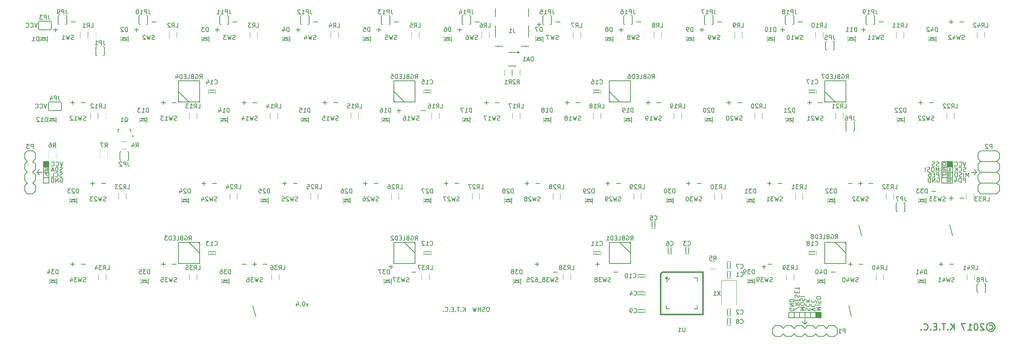
<source format=gbr>
G04 #@! TF.FileFunction,Legend,Bot*
%FSLAX46Y46*%
G04 Gerber Fmt 4.6, Leading zero omitted, Abs format (unit mm)*
G04 Created by KiCad (PCBNEW 4.0.2-stable) date 7/27/2017 7:50:37 PM*
%MOMM*%
G01*
G04 APERTURE LIST*
%ADD10C,0.100000*%
%ADD11C,0.152400*%
%ADD12C,0.254000*%
%ADD13C,0.127000*%
%ADD14C,0.120000*%
%ADD15C,0.304800*%
%ADD16C,0.340000*%
%ADD17C,0.150000*%
%ADD18C,0.203200*%
%ADD19C,0.200000*%
G04 APERTURE END LIST*
D10*
D11*
X33104666Y-50561119D02*
X32765999Y-51577119D01*
X32427333Y-50561119D01*
X31508095Y-51480357D02*
X31556476Y-51528738D01*
X31701619Y-51577119D01*
X31798381Y-51577119D01*
X31943523Y-51528738D01*
X32040285Y-51431976D01*
X32088666Y-51335214D01*
X32137047Y-51141690D01*
X32137047Y-50996548D01*
X32088666Y-50803024D01*
X32040285Y-50706262D01*
X31943523Y-50609500D01*
X31798381Y-50561119D01*
X31701619Y-50561119D01*
X31556476Y-50609500D01*
X31508095Y-50657881D01*
X30492095Y-51480357D02*
X30540476Y-51528738D01*
X30685619Y-51577119D01*
X30782381Y-51577119D01*
X30927523Y-51528738D01*
X31024285Y-51431976D01*
X31072666Y-51335214D01*
X31121047Y-51141690D01*
X31121047Y-50996548D01*
X31072666Y-50803024D01*
X31024285Y-50706262D01*
X30927523Y-50609500D01*
X30782381Y-50561119D01*
X30685619Y-50561119D01*
X30540476Y-50609500D01*
X30492095Y-50657881D01*
X30882166Y-31511119D02*
X30543499Y-32527119D01*
X30204833Y-31511119D01*
X29285595Y-32430357D02*
X29333976Y-32478738D01*
X29479119Y-32527119D01*
X29575881Y-32527119D01*
X29721023Y-32478738D01*
X29817785Y-32381976D01*
X29866166Y-32285214D01*
X29914547Y-32091690D01*
X29914547Y-31946548D01*
X29866166Y-31753024D01*
X29817785Y-31656262D01*
X29721023Y-31559500D01*
X29575881Y-31511119D01*
X29479119Y-31511119D01*
X29333976Y-31559500D01*
X29285595Y-31607881D01*
X28269595Y-32430357D02*
X28317976Y-32478738D01*
X28463119Y-32527119D01*
X28559881Y-32527119D01*
X28705023Y-32478738D01*
X28801785Y-32381976D01*
X28850166Y-32285214D01*
X28898547Y-32091690D01*
X28898547Y-31946548D01*
X28850166Y-31753024D01*
X28801785Y-31656262D01*
X28705023Y-31559500D01*
X28559881Y-31511119D01*
X28463119Y-31511119D01*
X28317976Y-31559500D01*
X28269595Y-31607881D01*
X131810881Y-99519619D02*
X131810881Y-98503619D01*
X131230310Y-99519619D02*
X131665738Y-98939048D01*
X131230310Y-98503619D02*
X131810881Y-99084190D01*
X130794881Y-99422857D02*
X130746500Y-99471238D01*
X130794881Y-99519619D01*
X130843262Y-99471238D01*
X130794881Y-99422857D01*
X130794881Y-99519619D01*
X130456214Y-98503619D02*
X129875643Y-98503619D01*
X130165928Y-99519619D02*
X130165928Y-98503619D01*
X129536976Y-99422857D02*
X129488595Y-99471238D01*
X129536976Y-99519619D01*
X129585357Y-99471238D01*
X129536976Y-99422857D01*
X129536976Y-99519619D01*
X129053166Y-98987429D02*
X128714500Y-98987429D01*
X128569357Y-99519619D02*
X129053166Y-99519619D01*
X129053166Y-98503619D01*
X128569357Y-98503619D01*
X128133928Y-99422857D02*
X128085547Y-99471238D01*
X128133928Y-99519619D01*
X128182309Y-99471238D01*
X128133928Y-99422857D01*
X128133928Y-99519619D01*
X127069547Y-99422857D02*
X127117928Y-99471238D01*
X127263071Y-99519619D01*
X127359833Y-99519619D01*
X127504975Y-99471238D01*
X127601737Y-99374476D01*
X127650118Y-99277714D01*
X127698499Y-99084190D01*
X127698499Y-98939048D01*
X127650118Y-98745524D01*
X127601737Y-98648762D01*
X127504975Y-98552000D01*
X127359833Y-98503619D01*
X127263071Y-98503619D01*
X127117928Y-98552000D01*
X127069547Y-98600381D01*
X126634118Y-99422857D02*
X126585737Y-99471238D01*
X126634118Y-99519619D01*
X126682499Y-99471238D01*
X126634118Y-99422857D01*
X126634118Y-99519619D01*
X137265833Y-98503619D02*
X137072310Y-98503619D01*
X136975548Y-98552000D01*
X136878786Y-98648762D01*
X136830405Y-98842286D01*
X136830405Y-99180952D01*
X136878786Y-99374476D01*
X136975548Y-99471238D01*
X137072310Y-99519619D01*
X137265833Y-99519619D01*
X137362595Y-99471238D01*
X137459357Y-99374476D01*
X137507738Y-99180952D01*
X137507738Y-98842286D01*
X137459357Y-98648762D01*
X137362595Y-98552000D01*
X137265833Y-98503619D01*
X136443357Y-99471238D02*
X136298214Y-99519619D01*
X136056310Y-99519619D01*
X135959548Y-99471238D01*
X135911167Y-99422857D01*
X135862786Y-99326095D01*
X135862786Y-99229333D01*
X135911167Y-99132571D01*
X135959548Y-99084190D01*
X136056310Y-99035810D01*
X136249833Y-98987429D01*
X136346595Y-98939048D01*
X136394976Y-98890667D01*
X136443357Y-98793905D01*
X136443357Y-98697143D01*
X136394976Y-98600381D01*
X136346595Y-98552000D01*
X136249833Y-98503619D01*
X136007929Y-98503619D01*
X135862786Y-98552000D01*
X135427357Y-99519619D02*
X135427357Y-98503619D01*
X135427357Y-98987429D02*
X134846786Y-98987429D01*
X134846786Y-99519619D02*
X134846786Y-98503619D01*
X134459738Y-98503619D02*
X134217833Y-99519619D01*
X134024310Y-98793905D01*
X133830786Y-99519619D01*
X133588881Y-98503619D01*
X252412500Y-66675000D02*
X251142500Y-66675000D01*
X252412500Y-66675000D02*
X251777500Y-67310000D01*
X252412500Y-66675000D02*
X251777500Y-66040000D01*
X30797500Y-66675000D02*
X32067500Y-66675000D01*
X30797500Y-66675000D02*
X31432500Y-67310000D01*
X30797500Y-66675000D02*
X31432500Y-66040000D01*
X209391250Y-99695000D02*
X209391250Y-100965000D01*
X210661250Y-99695000D02*
X210661250Y-100965000D01*
X211931250Y-99695000D02*
X211931250Y-100965000D01*
X213201250Y-99695000D02*
X213201250Y-100965000D01*
X214471250Y-99695000D02*
X214471250Y-100965000D01*
X208121250Y-99695000D02*
X208121250Y-100965000D01*
X215741250Y-99695000D02*
X208121250Y-99695000D01*
X215741250Y-100965000D02*
X215741250Y-99695000D01*
X208121250Y-100965000D02*
X215741250Y-100965000D01*
X211931250Y-102552500D02*
X212566250Y-101917500D01*
X211931250Y-102552500D02*
X211296250Y-101917500D01*
X211931250Y-102552500D02*
X211931250Y-101282500D01*
X209264250Y-98772738D02*
X209312631Y-98869500D01*
X209312631Y-99014643D01*
X209264250Y-99159785D01*
X209167488Y-99256547D01*
X209070726Y-99304928D01*
X208877202Y-99353309D01*
X208732060Y-99353309D01*
X208538536Y-99304928D01*
X208441774Y-99256547D01*
X208345012Y-99159785D01*
X208296631Y-99014643D01*
X208296631Y-98917881D01*
X208345012Y-98772738D01*
X208393393Y-98724357D01*
X208732060Y-98724357D01*
X208732060Y-98917881D01*
X208296631Y-98288928D02*
X209312631Y-98288928D01*
X208296631Y-97708357D01*
X209312631Y-97708357D01*
X208296631Y-97224547D02*
X209312631Y-97224547D01*
X209312631Y-96982642D01*
X209264250Y-96837500D01*
X209167488Y-96740738D01*
X209070726Y-96692357D01*
X208877202Y-96643976D01*
X208732060Y-96643976D01*
X208538536Y-96692357D01*
X208441774Y-96740738D01*
X208345012Y-96837500D01*
X208296631Y-96982642D01*
X208296631Y-97224547D01*
X210631012Y-98382666D02*
X209324726Y-99253523D01*
X209566631Y-97463428D02*
X210050440Y-97802094D01*
X209566631Y-98043999D02*
X210582631Y-98043999D01*
X210582631Y-97656952D01*
X210534250Y-97560190D01*
X210485869Y-97511809D01*
X210389107Y-97463428D01*
X210243964Y-97463428D01*
X210147202Y-97511809D01*
X210098821Y-97560190D01*
X210050440Y-97656952D01*
X210050440Y-98043999D01*
X210098821Y-97027999D02*
X210098821Y-96689333D01*
X209566631Y-96544190D02*
X209566631Y-97027999D01*
X210582631Y-97027999D01*
X210582631Y-96544190D01*
X209615012Y-96157142D02*
X209566631Y-96011999D01*
X209566631Y-95770095D01*
X209615012Y-95673333D01*
X209663393Y-95624952D01*
X209760155Y-95576571D01*
X209856917Y-95576571D01*
X209953679Y-95624952D01*
X210002060Y-95673333D01*
X210050440Y-95770095D01*
X210098821Y-95963618D01*
X210147202Y-96060380D01*
X210195583Y-96108761D01*
X210292345Y-96157142D01*
X210389107Y-96157142D01*
X210485869Y-96108761D01*
X210534250Y-96060380D01*
X210582631Y-95963618D01*
X210582631Y-95721714D01*
X210534250Y-95576571D01*
X210098821Y-95141142D02*
X210098821Y-94802476D01*
X209566631Y-94657333D02*
X209566631Y-95141142D01*
X210582631Y-95141142D01*
X210582631Y-94657333D01*
X210582631Y-94367047D02*
X210582631Y-93786476D01*
X209566631Y-94076761D02*
X210582631Y-94076761D01*
X210836631Y-99208166D02*
X211852631Y-99208166D01*
X211126917Y-98869500D01*
X211852631Y-98530833D01*
X210836631Y-98530833D01*
X211852631Y-97853499D02*
X211852631Y-97659976D01*
X211804250Y-97563214D01*
X211707488Y-97466452D01*
X211513964Y-97418071D01*
X211175298Y-97418071D01*
X210981774Y-97466452D01*
X210885012Y-97563214D01*
X210836631Y-97659976D01*
X210836631Y-97853499D01*
X210885012Y-97950261D01*
X210981774Y-98047023D01*
X211175298Y-98095404D01*
X211513964Y-98095404D01*
X211707488Y-98047023D01*
X211804250Y-97950261D01*
X211852631Y-97853499D01*
X210885012Y-97031023D02*
X210836631Y-96885880D01*
X210836631Y-96643976D01*
X210885012Y-96547214D01*
X210933393Y-96498833D01*
X211030155Y-96450452D01*
X211126917Y-96450452D01*
X211223679Y-96498833D01*
X211272060Y-96547214D01*
X211320440Y-96643976D01*
X211368821Y-96837499D01*
X211417202Y-96934261D01*
X211465583Y-96982642D01*
X211562345Y-97031023D01*
X211659107Y-97031023D01*
X211755869Y-96982642D01*
X211804250Y-96934261D01*
X211852631Y-96837499D01*
X211852631Y-96595595D01*
X211804250Y-96450452D01*
X210836631Y-96015023D02*
X211852631Y-96015023D01*
X212155012Y-99304928D02*
X212106631Y-99159785D01*
X212106631Y-98917881D01*
X212155012Y-98821119D01*
X212203393Y-98772738D01*
X212300155Y-98724357D01*
X212396917Y-98724357D01*
X212493679Y-98772738D01*
X212542060Y-98821119D01*
X212590440Y-98917881D01*
X212638821Y-99111404D01*
X212687202Y-99208166D01*
X212735583Y-99256547D01*
X212832345Y-99304928D01*
X212929107Y-99304928D01*
X213025869Y-99256547D01*
X213074250Y-99208166D01*
X213122631Y-99111404D01*
X213122631Y-98869500D01*
X213074250Y-98724357D01*
X212203393Y-97708357D02*
X212155012Y-97756738D01*
X212106631Y-97901881D01*
X212106631Y-97998643D01*
X212155012Y-98143785D01*
X212251774Y-98240547D01*
X212348536Y-98288928D01*
X212542060Y-98337309D01*
X212687202Y-98337309D01*
X212880726Y-98288928D01*
X212977488Y-98240547D01*
X213074250Y-98143785D01*
X213122631Y-97998643D01*
X213122631Y-97901881D01*
X213074250Y-97756738D01*
X213025869Y-97708357D01*
X212106631Y-97272928D02*
X213122631Y-97272928D01*
X212106631Y-96692357D02*
X212687202Y-97127785D01*
X213122631Y-96692357D02*
X212542060Y-97272928D01*
X214392631Y-99353309D02*
X213376631Y-99014642D01*
X214392631Y-98675976D01*
X213473393Y-97756738D02*
X213425012Y-97805119D01*
X213376631Y-97950262D01*
X213376631Y-98047024D01*
X213425012Y-98192166D01*
X213521774Y-98288928D01*
X213618536Y-98337309D01*
X213812060Y-98385690D01*
X213957202Y-98385690D01*
X214150726Y-98337309D01*
X214247488Y-98288928D01*
X214344250Y-98192166D01*
X214392631Y-98047024D01*
X214392631Y-97950262D01*
X214344250Y-97805119D01*
X214295869Y-97756738D01*
X213473393Y-96740738D02*
X213425012Y-96789119D01*
X213376631Y-96934262D01*
X213376631Y-97031024D01*
X213425012Y-97176166D01*
X213521774Y-97272928D01*
X213618536Y-97321309D01*
X213812060Y-97369690D01*
X213957202Y-97369690D01*
X214150726Y-97321309D01*
X214247488Y-97272928D01*
X214344250Y-97176166D01*
X214392631Y-97031024D01*
X214392631Y-96934262D01*
X214344250Y-96789119D01*
X214295869Y-96740738D01*
X214646631Y-99208166D02*
X215662631Y-99208166D01*
X214936917Y-98869500D01*
X215662631Y-98530833D01*
X214646631Y-98530833D01*
X214646631Y-98047023D02*
X215662631Y-98047023D01*
X214695012Y-97611594D02*
X214646631Y-97466451D01*
X214646631Y-97224547D01*
X214695012Y-97127785D01*
X214743393Y-97079404D01*
X214840155Y-97031023D01*
X214936917Y-97031023D01*
X215033679Y-97079404D01*
X215082060Y-97127785D01*
X215130440Y-97224547D01*
X215178821Y-97418070D01*
X215227202Y-97514832D01*
X215275583Y-97563213D01*
X215372345Y-97611594D01*
X215469107Y-97611594D01*
X215565869Y-97563213D01*
X215614250Y-97514832D01*
X215662631Y-97418070D01*
X215662631Y-97176166D01*
X215614250Y-97031023D01*
X215662631Y-96402070D02*
X215662631Y-96208547D01*
X215614250Y-96111785D01*
X215517488Y-96015023D01*
X215323964Y-95966642D01*
X214985298Y-95966642D01*
X214791774Y-96015023D01*
X214695012Y-96111785D01*
X214646631Y-96208547D01*
X214646631Y-96402070D01*
X214695012Y-96498832D01*
X214791774Y-96595594D01*
X214985298Y-96643975D01*
X215323964Y-96643975D01*
X215517488Y-96595594D01*
X215614250Y-96498832D01*
X215662631Y-96402070D01*
X243531571Y-67769619D02*
X243531571Y-66753619D01*
X243144524Y-66753619D01*
X243047762Y-66802000D01*
X242999381Y-66850381D01*
X242951000Y-66947143D01*
X242951000Y-67092286D01*
X242999381Y-67189048D01*
X243047762Y-67237429D01*
X243144524Y-67285810D01*
X243531571Y-67285810D01*
X242515571Y-67237429D02*
X242176905Y-67237429D01*
X242031762Y-67769619D02*
X242515571Y-67769619D01*
X242515571Y-66753619D01*
X242031762Y-66753619D01*
X241160905Y-66753619D02*
X241354428Y-66753619D01*
X241451190Y-66802000D01*
X241499571Y-66850381D01*
X241596333Y-66995524D01*
X241644714Y-67189048D01*
X241644714Y-67576095D01*
X241596333Y-67672857D01*
X241547952Y-67721238D01*
X241451190Y-67769619D01*
X241257667Y-67769619D01*
X241160905Y-67721238D01*
X241112524Y-67672857D01*
X241064143Y-67576095D01*
X241064143Y-67334190D01*
X241112524Y-67237429D01*
X241160905Y-67189048D01*
X241257667Y-67140667D01*
X241451190Y-67140667D01*
X241547952Y-67189048D01*
X241596333Y-67237429D01*
X241644714Y-67334190D01*
X246380000Y-66040000D02*
X246062500Y-65722500D01*
X245745000Y-68897500D02*
X246380000Y-68897500D01*
X245745000Y-68580000D02*
X245745000Y-68897500D01*
X246380000Y-68580000D02*
X245745000Y-68580000D01*
X246380000Y-68262500D02*
X246380000Y-68580000D01*
X245745000Y-68262500D02*
X246380000Y-68262500D01*
X244475000Y-66992500D02*
X244475000Y-67627500D01*
X245110000Y-67310000D02*
X244475000Y-67310000D01*
X245110000Y-66992500D02*
X245110000Y-67310000D01*
X245745000Y-67310000D02*
X246380000Y-67310000D01*
X245745000Y-67627500D02*
X246380000Y-67627500D01*
X245745000Y-66992500D02*
X245745000Y-67627500D01*
X246380000Y-66992500D02*
X245745000Y-66992500D01*
X245110000Y-66357500D02*
X244475000Y-66357500D01*
X245110000Y-66040000D02*
X245110000Y-66357500D01*
X244475000Y-66040000D02*
X245110000Y-66040000D01*
X244475000Y-65722500D02*
X244475000Y-66040000D01*
X244475000Y-65722500D02*
X244475000Y-66040000D01*
X245110000Y-65722500D02*
X244475000Y-65722500D01*
X246380000Y-66357500D02*
X245745000Y-66357500D01*
X246062500Y-65722500D02*
X246062500Y-66357500D01*
X245110000Y-65087500D02*
X245110000Y-64452500D01*
X244475000Y-65087500D02*
X245110000Y-65087500D01*
X244475000Y-64452500D02*
X244475000Y-65087500D01*
X245110000Y-64452500D02*
X244475000Y-64452500D01*
X244157500Y-67945000D02*
X246697500Y-67945000D01*
X244157500Y-66675000D02*
X246697500Y-66675000D01*
X244157500Y-65405000D02*
X246697500Y-65405000D01*
X246697500Y-64135000D02*
X244157500Y-64135000D01*
X246697500Y-69215000D02*
X246697500Y-64135000D01*
X244157500Y-69215000D02*
X246697500Y-69215000D01*
X244157500Y-64135000D02*
X244157500Y-69215000D01*
X245427500Y-64135000D02*
X245427500Y-69215000D01*
X32702500Y-66992500D02*
X33337500Y-67627500D01*
X33337500Y-66992500D02*
X32702500Y-66992500D01*
X32702500Y-66040000D02*
X33337500Y-66040000D01*
X32702500Y-66357500D02*
X32702500Y-66040000D01*
X33337500Y-66357500D02*
X32702500Y-66357500D01*
X33337500Y-65722500D02*
X33337500Y-66357500D01*
X32702500Y-65722500D02*
X33337500Y-65722500D01*
X243096143Y-68072000D02*
X243192905Y-68023619D01*
X243338048Y-68023619D01*
X243483190Y-68072000D01*
X243579952Y-68168762D01*
X243628333Y-68265524D01*
X243676714Y-68459048D01*
X243676714Y-68604190D01*
X243628333Y-68797714D01*
X243579952Y-68894476D01*
X243483190Y-68991238D01*
X243338048Y-69039619D01*
X243241286Y-69039619D01*
X243096143Y-68991238D01*
X243047762Y-68942857D01*
X243047762Y-68604190D01*
X243241286Y-68604190D01*
X242612333Y-69039619D02*
X242612333Y-68023619D01*
X242031762Y-69039619D01*
X242031762Y-68023619D01*
X241547952Y-69039619D02*
X241547952Y-68023619D01*
X241306047Y-68023619D01*
X241160905Y-68072000D01*
X241064143Y-68168762D01*
X241015762Y-68265524D01*
X240967381Y-68459048D01*
X240967381Y-68604190D01*
X241015762Y-68797714D01*
X241064143Y-68894476D01*
X241160905Y-68991238D01*
X241306047Y-69039619D01*
X241547952Y-69039619D01*
X249790857Y-69039619D02*
X249790857Y-68023619D01*
X249403810Y-68023619D01*
X249307048Y-68072000D01*
X249258667Y-68120381D01*
X249210286Y-68217143D01*
X249210286Y-68362286D01*
X249258667Y-68459048D01*
X249307048Y-68507429D01*
X249403810Y-68555810D01*
X249790857Y-68555810D01*
X248774857Y-69039619D02*
X248774857Y-68023619D01*
X248532952Y-68023619D01*
X248387810Y-68072000D01*
X248291048Y-68168762D01*
X248242667Y-68265524D01*
X248194286Y-68459048D01*
X248194286Y-68604190D01*
X248242667Y-68797714D01*
X248291048Y-68894476D01*
X248387810Y-68991238D01*
X248532952Y-69039619D01*
X248774857Y-69039619D01*
X247323429Y-68362286D02*
X247323429Y-69039619D01*
X247565333Y-67975238D02*
X247807238Y-68700952D01*
X247178286Y-68700952D01*
X250516571Y-67769619D02*
X250516571Y-66753619D01*
X250177905Y-67479333D01*
X249839238Y-66753619D01*
X249839238Y-67769619D01*
X249355428Y-67769619D02*
X249355428Y-66753619D01*
X248919999Y-67721238D02*
X248774856Y-67769619D01*
X248532952Y-67769619D01*
X248436190Y-67721238D01*
X248387809Y-67672857D01*
X248339428Y-67576095D01*
X248339428Y-67479333D01*
X248387809Y-67382571D01*
X248436190Y-67334190D01*
X248532952Y-67285810D01*
X248726475Y-67237429D01*
X248823237Y-67189048D01*
X248871618Y-67140667D01*
X248919999Y-67043905D01*
X248919999Y-66947143D01*
X248871618Y-66850381D01*
X248823237Y-66802000D01*
X248726475Y-66753619D01*
X248484571Y-66753619D01*
X248339428Y-66802000D01*
X247710475Y-66753619D02*
X247516952Y-66753619D01*
X247420190Y-66802000D01*
X247323428Y-66898762D01*
X247275047Y-67092286D01*
X247275047Y-67430952D01*
X247323428Y-67624476D01*
X247420190Y-67721238D01*
X247516952Y-67769619D01*
X247710475Y-67769619D01*
X247807237Y-67721238D01*
X247903999Y-67624476D01*
X247952380Y-67430952D01*
X247952380Y-67092286D01*
X247903999Y-66898762D01*
X247807237Y-66802000D01*
X247710475Y-66753619D01*
X243531571Y-66499619D02*
X243531571Y-65483619D01*
X243192905Y-66209333D01*
X242854238Y-65483619D01*
X242854238Y-66499619D01*
X242176904Y-65483619D02*
X241983381Y-65483619D01*
X241886619Y-65532000D01*
X241789857Y-65628762D01*
X241741476Y-65822286D01*
X241741476Y-66160952D01*
X241789857Y-66354476D01*
X241886619Y-66451238D01*
X241983381Y-66499619D01*
X242176904Y-66499619D01*
X242273666Y-66451238D01*
X242370428Y-66354476D01*
X242418809Y-66160952D01*
X242418809Y-65822286D01*
X242370428Y-65628762D01*
X242273666Y-65532000D01*
X242176904Y-65483619D01*
X241354428Y-66451238D02*
X241209285Y-66499619D01*
X240967381Y-66499619D01*
X240870619Y-66451238D01*
X240822238Y-66402857D01*
X240773857Y-66306095D01*
X240773857Y-66209333D01*
X240822238Y-66112571D01*
X240870619Y-66064190D01*
X240967381Y-66015810D01*
X241160904Y-65967429D01*
X241257666Y-65919048D01*
X241306047Y-65870667D01*
X241354428Y-65773905D01*
X241354428Y-65677143D01*
X241306047Y-65580381D01*
X241257666Y-65532000D01*
X241160904Y-65483619D01*
X240919000Y-65483619D01*
X240773857Y-65532000D01*
X240338428Y-66499619D02*
X240338428Y-65483619D01*
X32385000Y-65405000D02*
X33655000Y-65405000D01*
X32385000Y-64135000D02*
X33655000Y-64135000D01*
X33655000Y-69215000D02*
X33655000Y-64135000D01*
X32385000Y-64135000D02*
X32385000Y-69215000D01*
X249839238Y-66451238D02*
X249694095Y-66499619D01*
X249452191Y-66499619D01*
X249355429Y-66451238D01*
X249307048Y-66402857D01*
X249258667Y-66306095D01*
X249258667Y-66209333D01*
X249307048Y-66112571D01*
X249355429Y-66064190D01*
X249452191Y-66015810D01*
X249645714Y-65967429D01*
X249742476Y-65919048D01*
X249790857Y-65870667D01*
X249839238Y-65773905D01*
X249839238Y-65677143D01*
X249790857Y-65580381D01*
X249742476Y-65532000D01*
X249645714Y-65483619D01*
X249403810Y-65483619D01*
X249258667Y-65532000D01*
X248242667Y-66402857D02*
X248291048Y-66451238D01*
X248436191Y-66499619D01*
X248532953Y-66499619D01*
X248678095Y-66451238D01*
X248774857Y-66354476D01*
X248823238Y-66257714D01*
X248871619Y-66064190D01*
X248871619Y-65919048D01*
X248823238Y-65725524D01*
X248774857Y-65628762D01*
X248678095Y-65532000D01*
X248532953Y-65483619D01*
X248436191Y-65483619D01*
X248291048Y-65532000D01*
X248242667Y-65580381D01*
X247807238Y-66499619D02*
X247807238Y-65483619D01*
X247226667Y-66499619D02*
X247662095Y-65919048D01*
X247226667Y-65483619D02*
X247807238Y-66064190D01*
X243483190Y-65181238D02*
X243338047Y-65229619D01*
X243096143Y-65229619D01*
X242999381Y-65181238D01*
X242951000Y-65132857D01*
X242902619Y-65036095D01*
X242902619Y-64939333D01*
X242951000Y-64842571D01*
X242999381Y-64794190D01*
X243096143Y-64745810D01*
X243289666Y-64697429D01*
X243386428Y-64649048D01*
X243434809Y-64600667D01*
X243483190Y-64503905D01*
X243483190Y-64407143D01*
X243434809Y-64310381D01*
X243386428Y-64262000D01*
X243289666Y-64213619D01*
X243047762Y-64213619D01*
X242902619Y-64262000D01*
X242515571Y-65181238D02*
X242370428Y-65229619D01*
X242128524Y-65229619D01*
X242031762Y-65181238D01*
X241983381Y-65132857D01*
X241935000Y-65036095D01*
X241935000Y-64939333D01*
X241983381Y-64842571D01*
X242031762Y-64794190D01*
X242128524Y-64745810D01*
X242322047Y-64697429D01*
X242418809Y-64649048D01*
X242467190Y-64600667D01*
X242515571Y-64503905D01*
X242515571Y-64407143D01*
X242467190Y-64310381D01*
X242418809Y-64262000D01*
X242322047Y-64213619D01*
X242080143Y-64213619D01*
X241935000Y-64262000D01*
X249887619Y-64213619D02*
X249548952Y-65229619D01*
X249210286Y-64213619D01*
X248291048Y-65132857D02*
X248339429Y-65181238D01*
X248484572Y-65229619D01*
X248581334Y-65229619D01*
X248726476Y-65181238D01*
X248823238Y-65084476D01*
X248871619Y-64987714D01*
X248920000Y-64794190D01*
X248920000Y-64649048D01*
X248871619Y-64455524D01*
X248823238Y-64358762D01*
X248726476Y-64262000D01*
X248581334Y-64213619D01*
X248484572Y-64213619D01*
X248339429Y-64262000D01*
X248291048Y-64310381D01*
X247275048Y-65132857D02*
X247323429Y-65181238D01*
X247468572Y-65229619D01*
X247565334Y-65229619D01*
X247710476Y-65181238D01*
X247807238Y-65084476D01*
X247855619Y-64987714D01*
X247904000Y-64794190D01*
X247904000Y-64649048D01*
X247855619Y-64455524D01*
X247807238Y-64358762D01*
X247710476Y-64262000D01*
X247565334Y-64213619D01*
X247468572Y-64213619D01*
X247323429Y-64262000D01*
X247275048Y-64310381D01*
X36334095Y-68072000D02*
X36430857Y-68023619D01*
X36576000Y-68023619D01*
X36721142Y-68072000D01*
X36817904Y-68168762D01*
X36866285Y-68265524D01*
X36914666Y-68459048D01*
X36914666Y-68604190D01*
X36866285Y-68797714D01*
X36817904Y-68894476D01*
X36721142Y-68991238D01*
X36576000Y-69039619D01*
X36479238Y-69039619D01*
X36334095Y-68991238D01*
X36285714Y-68942857D01*
X36285714Y-68604190D01*
X36479238Y-68604190D01*
X35850285Y-69039619D02*
X35850285Y-68023619D01*
X35269714Y-69039619D01*
X35269714Y-68023619D01*
X34785904Y-69039619D02*
X34785904Y-68023619D01*
X34543999Y-68023619D01*
X34398857Y-68072000D01*
X34302095Y-68168762D01*
X34253714Y-68265524D01*
X34205333Y-68459048D01*
X34205333Y-68604190D01*
X34253714Y-68797714D01*
X34302095Y-68894476D01*
X34398857Y-68991238D01*
X34543999Y-69039619D01*
X34785904Y-69039619D01*
X36769523Y-67721238D02*
X36624380Y-67769619D01*
X36382476Y-67769619D01*
X36285714Y-67721238D01*
X36237333Y-67672857D01*
X36188952Y-67576095D01*
X36188952Y-67479333D01*
X36237333Y-67382571D01*
X36285714Y-67334190D01*
X36382476Y-67285810D01*
X36575999Y-67237429D01*
X36672761Y-67189048D01*
X36721142Y-67140667D01*
X36769523Y-67043905D01*
X36769523Y-66947143D01*
X36721142Y-66850381D01*
X36672761Y-66802000D01*
X36575999Y-66753619D01*
X36334095Y-66753619D01*
X36188952Y-66802000D01*
X35172952Y-67672857D02*
X35221333Y-67721238D01*
X35366476Y-67769619D01*
X35463238Y-67769619D01*
X35608380Y-67721238D01*
X35705142Y-67624476D01*
X35753523Y-67527714D01*
X35801904Y-67334190D01*
X35801904Y-67189048D01*
X35753523Y-66995524D01*
X35705142Y-66898762D01*
X35608380Y-66802000D01*
X35463238Y-66753619D01*
X35366476Y-66753619D01*
X35221333Y-66802000D01*
X35172952Y-66850381D01*
X34253714Y-67769619D02*
X34737523Y-67769619D01*
X34737523Y-66753619D01*
X36793714Y-66451238D02*
X36648571Y-66499619D01*
X36406667Y-66499619D01*
X36309905Y-66451238D01*
X36261524Y-66402857D01*
X36213143Y-66306095D01*
X36213143Y-66209333D01*
X36261524Y-66112571D01*
X36309905Y-66064190D01*
X36406667Y-66015810D01*
X36600190Y-65967429D01*
X36696952Y-65919048D01*
X36745333Y-65870667D01*
X36793714Y-65773905D01*
X36793714Y-65677143D01*
X36745333Y-65580381D01*
X36696952Y-65532000D01*
X36600190Y-65483619D01*
X36358286Y-65483619D01*
X36213143Y-65532000D01*
X35777714Y-66499619D02*
X35777714Y-65483619D01*
X35535809Y-65483619D01*
X35390667Y-65532000D01*
X35293905Y-65628762D01*
X35245524Y-65725524D01*
X35197143Y-65919048D01*
X35197143Y-66064190D01*
X35245524Y-66257714D01*
X35293905Y-66354476D01*
X35390667Y-66451238D01*
X35535809Y-66499619D01*
X35777714Y-66499619D01*
X34810095Y-66209333D02*
X34326286Y-66209333D01*
X34906857Y-66499619D02*
X34568190Y-65483619D01*
X34229524Y-66499619D01*
X32385000Y-69215000D02*
X33655000Y-69215000D01*
X32385000Y-67945000D02*
X33655000Y-67945000D01*
X32385000Y-66675000D02*
X33655000Y-66675000D01*
X36914666Y-64213619D02*
X36575999Y-65229619D01*
X36237333Y-64213619D01*
X35318095Y-65132857D02*
X35366476Y-65181238D01*
X35511619Y-65229619D01*
X35608381Y-65229619D01*
X35753523Y-65181238D01*
X35850285Y-65084476D01*
X35898666Y-64987714D01*
X35947047Y-64794190D01*
X35947047Y-64649048D01*
X35898666Y-64455524D01*
X35850285Y-64358762D01*
X35753523Y-64262000D01*
X35608381Y-64213619D01*
X35511619Y-64213619D01*
X35366476Y-64262000D01*
X35318095Y-64310381D01*
X34302095Y-65132857D02*
X34350476Y-65181238D01*
X34495619Y-65229619D01*
X34592381Y-65229619D01*
X34737523Y-65181238D01*
X34834285Y-65084476D01*
X34882666Y-64987714D01*
X34931047Y-64794190D01*
X34931047Y-64649048D01*
X34882666Y-64455524D01*
X34834285Y-64358762D01*
X34737523Y-64262000D01*
X34592381Y-64213619D01*
X34495619Y-64213619D01*
X34350476Y-64262000D01*
X34302095Y-64310381D01*
X94787357Y-97572286D02*
X94545452Y-98249619D01*
X94303548Y-97572286D01*
X93722976Y-97233619D02*
X93626215Y-97233619D01*
X93529453Y-97282000D01*
X93481072Y-97330381D01*
X93432691Y-97427143D01*
X93384310Y-97620667D01*
X93384310Y-97862571D01*
X93432691Y-98056095D01*
X93481072Y-98152857D01*
X93529453Y-98201238D01*
X93626215Y-98249619D01*
X93722976Y-98249619D01*
X93819738Y-98201238D01*
X93868119Y-98152857D01*
X93916500Y-98056095D01*
X93964881Y-97862571D01*
X93964881Y-97620667D01*
X93916500Y-97427143D01*
X93868119Y-97330381D01*
X93819738Y-97282000D01*
X93722976Y-97233619D01*
X92948881Y-98152857D02*
X92900500Y-98201238D01*
X92948881Y-98249619D01*
X92997262Y-98201238D01*
X92948881Y-98152857D01*
X92948881Y-98249619D01*
X92029643Y-97572286D02*
X92029643Y-98249619D01*
X92271547Y-97185238D02*
X92513452Y-97910952D01*
X91884500Y-97910952D01*
D12*
X255406072Y-102715786D02*
X255551214Y-102643214D01*
X255841500Y-102643214D01*
X255986643Y-102715786D01*
X256131786Y-102860929D01*
X256204357Y-103006071D01*
X256204357Y-103296357D01*
X256131786Y-103441500D01*
X255986643Y-103586643D01*
X255841500Y-103659214D01*
X255551214Y-103659214D01*
X255406072Y-103586643D01*
X255696357Y-102135214D02*
X256059214Y-102207786D01*
X256422072Y-102425500D01*
X256639786Y-102788357D01*
X256712357Y-103151214D01*
X256639786Y-103514071D01*
X256422072Y-103876929D01*
X256059214Y-104094643D01*
X255696357Y-104167214D01*
X255333500Y-104094643D01*
X254970643Y-103876929D01*
X254752929Y-103514071D01*
X254680357Y-103151214D01*
X254752929Y-102788357D01*
X254970643Y-102425500D01*
X255333500Y-102207786D01*
X255696357Y-102135214D01*
X254099786Y-102498071D02*
X254027215Y-102425500D01*
X253882072Y-102352929D01*
X253519215Y-102352929D01*
X253374072Y-102425500D01*
X253301501Y-102498071D01*
X253228929Y-102643214D01*
X253228929Y-102788357D01*
X253301501Y-103006071D01*
X254172358Y-103876929D01*
X253228929Y-103876929D01*
X252285500Y-102352929D02*
X252140357Y-102352929D01*
X251995214Y-102425500D01*
X251922643Y-102498071D01*
X251850072Y-102643214D01*
X251777500Y-102933500D01*
X251777500Y-103296357D01*
X251850072Y-103586643D01*
X251922643Y-103731786D01*
X251995214Y-103804357D01*
X252140357Y-103876929D01*
X252285500Y-103876929D01*
X252430643Y-103804357D01*
X252503214Y-103731786D01*
X252575786Y-103586643D01*
X252648357Y-103296357D01*
X252648357Y-102933500D01*
X252575786Y-102643214D01*
X252503214Y-102498071D01*
X252430643Y-102425500D01*
X252285500Y-102352929D01*
X250326071Y-103876929D02*
X251196928Y-103876929D01*
X250761500Y-103876929D02*
X250761500Y-102352929D01*
X250906643Y-102570643D01*
X251051785Y-102715786D01*
X251196928Y-102788357D01*
X249818071Y-102352929D02*
X248802071Y-102352929D01*
X249455214Y-103876929D01*
X247060356Y-103876929D02*
X247060356Y-102352929D01*
X246189499Y-103876929D02*
X246842642Y-103006071D01*
X246189499Y-102352929D02*
X247060356Y-103223786D01*
X245536356Y-103731786D02*
X245463784Y-103804357D01*
X245536356Y-103876929D01*
X245608927Y-103804357D01*
X245536356Y-103731786D01*
X245536356Y-103876929D01*
X245028356Y-102352929D02*
X244157499Y-102352929D01*
X244592928Y-103876929D02*
X244592928Y-102352929D01*
X243649499Y-103731786D02*
X243576927Y-103804357D01*
X243649499Y-103876929D01*
X243722070Y-103804357D01*
X243649499Y-103731786D01*
X243649499Y-103876929D01*
X242923785Y-103078643D02*
X242415785Y-103078643D01*
X242198071Y-103876929D02*
X242923785Y-103876929D01*
X242923785Y-102352929D01*
X242198071Y-102352929D01*
X241544928Y-103731786D02*
X241472356Y-103804357D01*
X241544928Y-103876929D01*
X241617499Y-103804357D01*
X241544928Y-103731786D01*
X241544928Y-103876929D01*
X239948357Y-103731786D02*
X240020928Y-103804357D01*
X240238642Y-103876929D01*
X240383785Y-103876929D01*
X240601500Y-103804357D01*
X240746642Y-103659214D01*
X240819214Y-103514071D01*
X240891785Y-103223786D01*
X240891785Y-103006071D01*
X240819214Y-102715786D01*
X240746642Y-102570643D01*
X240601500Y-102425500D01*
X240383785Y-102352929D01*
X240238642Y-102352929D01*
X240020928Y-102425500D01*
X239948357Y-102498071D01*
X239295214Y-103731786D02*
X239222642Y-103804357D01*
X239295214Y-103876929D01*
X239367785Y-103804357D01*
X239295214Y-103731786D01*
X239295214Y-103876929D01*
D13*
X214312500Y-85407500D02*
X213042500Y-85407500D01*
X214312500Y-86042500D02*
X213042500Y-86042500D01*
D14*
X214527500Y-85225000D02*
X214527500Y-86225000D01*
X212827500Y-86225000D02*
X212827500Y-85225000D01*
D13*
X163512500Y-85407500D02*
X162242500Y-85407500D01*
X163512500Y-86042500D02*
X162242500Y-86042500D01*
D14*
X163727500Y-85225000D02*
X163727500Y-86225000D01*
X162027500Y-86225000D02*
X162027500Y-85225000D01*
D13*
X123507500Y-85407500D02*
X122237500Y-85407500D01*
X123507500Y-86042500D02*
X122237500Y-86042500D01*
D14*
X123722500Y-85225000D02*
X123722500Y-86225000D01*
X122022500Y-86225000D02*
X122022500Y-85225000D01*
D13*
X72707500Y-85407500D02*
X71437500Y-85407500D01*
X72707500Y-86042500D02*
X71437500Y-86042500D01*
D14*
X72922500Y-85225000D02*
X72922500Y-86225000D01*
X71222500Y-86225000D02*
X71222500Y-85225000D01*
X192192500Y-97950000D02*
X192192500Y-92200000D01*
X192192500Y-92200000D02*
X195792500Y-92200000D01*
X195792500Y-92200000D02*
X195792500Y-97950000D01*
D15*
X177876200Y-100253800D02*
X187883800Y-100253800D01*
X187883800Y-100253800D02*
X187883800Y-90246200D01*
X178358800Y-90246200D02*
X187883800Y-90246200D01*
X177876200Y-90728800D02*
X177876200Y-100253800D01*
X178358800Y-90246200D02*
X177876200Y-90728800D01*
D16*
X179465505Y-91668600D02*
G75*
G03X179465505Y-91668600I-179605J0D01*
G01*
D17*
X179285900Y-92494100D02*
X180047900Y-91668600D01*
X179266000Y-98876700D02*
X179266000Y-98101700D01*
X186516000Y-98876700D02*
X186516000Y-98101700D01*
X186516000Y-91626700D02*
X186516000Y-92401700D01*
X186516000Y-98876700D02*
X185741000Y-98876700D01*
X186516000Y-91626700D02*
X185741000Y-91626700D01*
X179266000Y-98876700D02*
X180041000Y-98876700D01*
D11*
X33972500Y-31051500D02*
X31432500Y-31051500D01*
X34226500Y-32829500D02*
G75*
G02X33972500Y-33083500I-254000J0D01*
G01*
X31432500Y-33083500D02*
G75*
G02X31178500Y-32829500I0J254000D01*
G01*
X31432500Y-31051500D02*
G75*
G03X31178500Y-31305500I0J-254000D01*
G01*
X34226500Y-31305500D02*
G75*
G03X33972500Y-31051500I-254000J0D01*
G01*
X34226500Y-31305500D02*
X34226500Y-32829500D01*
X31178500Y-31305500D02*
X31178500Y-32829500D01*
X31432500Y-33083500D02*
X33972500Y-33083500D01*
X36353750Y-50101500D02*
X33813750Y-50101500D01*
X36607750Y-51879500D02*
G75*
G02X36353750Y-52133500I-254000J0D01*
G01*
X33813750Y-52133500D02*
G75*
G02X33559750Y-51879500I0J254000D01*
G01*
X33813750Y-50101500D02*
G75*
G03X33559750Y-50355500I0J-254000D01*
G01*
X36607750Y-50355500D02*
G75*
G03X36353750Y-50101500I-254000J0D01*
G01*
X36607750Y-50355500D02*
X36607750Y-51879500D01*
X33559750Y-50355500D02*
X33559750Y-51879500D01*
X33813750Y-52133500D02*
X36353750Y-52133500D01*
D18*
X50419000Y-62039500D02*
X50419000Y-63690500D01*
X52197000Y-61785500D02*
G75*
G02X52451000Y-62039500I0J-254000D01*
G01*
X52451000Y-63690500D02*
G75*
G02X52197000Y-63944500I-254000J0D01*
G01*
X50419000Y-63690500D02*
G75*
G03X50673000Y-63944500I254000J0D01*
G01*
X50673000Y-61785500D02*
G75*
G03X50419000Y-62039500I0J-254000D01*
G01*
X52451000Y-63690500D02*
X52451000Y-62039500D01*
X44704000Y-37274500D02*
X44704000Y-38925500D01*
X46482000Y-37020500D02*
G75*
G02X46736000Y-37274500I0J-254000D01*
G01*
X46736000Y-38925500D02*
G75*
G02X46482000Y-39179500I-254000J0D01*
G01*
X44704000Y-38925500D02*
G75*
G03X44958000Y-39179500I254000J0D01*
G01*
X44958000Y-37020500D02*
G75*
G03X44704000Y-37274500I0J-254000D01*
G01*
X46736000Y-38925500D02*
X46736000Y-37274500D01*
X228346000Y-31623000D02*
X228346000Y-29972000D01*
X226568000Y-31877000D02*
G75*
G02X226314000Y-31623000I0J254000D01*
G01*
X226314000Y-29972000D02*
G75*
G02X226568000Y-29718000I254000J0D01*
G01*
X228346000Y-29972000D02*
G75*
G03X228092000Y-29718000I-254000J0D01*
G01*
X228092000Y-31877000D02*
G75*
G03X228346000Y-31623000I0J254000D01*
G01*
X226314000Y-29972000D02*
X226314000Y-31623000D01*
X190246000Y-31623000D02*
X190246000Y-29972000D01*
X188468000Y-31877000D02*
G75*
G02X188214000Y-31623000I0J254000D01*
G01*
X188214000Y-29972000D02*
G75*
G02X188468000Y-29718000I254000J0D01*
G01*
X190246000Y-29972000D02*
G75*
G03X189992000Y-29718000I-254000J0D01*
G01*
X189992000Y-31877000D02*
G75*
G03X190246000Y-31623000I0J254000D01*
G01*
X188214000Y-29972000D02*
X188214000Y-31623000D01*
X221551500Y-55054500D02*
X221551500Y-56705500D01*
X223329500Y-54800500D02*
G75*
G02X223583500Y-55054500I0J-254000D01*
G01*
X223583500Y-56705500D02*
G75*
G02X223329500Y-56959500I-254000J0D01*
G01*
X221551500Y-56705500D02*
G75*
G03X221805500Y-56959500I254000J0D01*
G01*
X221805500Y-54800500D02*
G75*
G03X221551500Y-55054500I0J-254000D01*
G01*
X223583500Y-56705500D02*
X223583500Y-55054500D01*
X209296000Y-31623000D02*
X209296000Y-29972000D01*
X207518000Y-31877000D02*
G75*
G02X207264000Y-31623000I0J254000D01*
G01*
X207264000Y-29972000D02*
G75*
G02X207518000Y-29718000I254000J0D01*
G01*
X209296000Y-29972000D02*
G75*
G03X209042000Y-29718000I-254000J0D01*
G01*
X209042000Y-31877000D02*
G75*
G03X209296000Y-31623000I0J254000D01*
G01*
X207264000Y-29972000D02*
X207264000Y-31623000D01*
X171196000Y-31623000D02*
X171196000Y-29972000D01*
X169418000Y-31877000D02*
G75*
G02X169164000Y-31623000I0J254000D01*
G01*
X169164000Y-29972000D02*
G75*
G02X169418000Y-29718000I254000J0D01*
G01*
X171196000Y-29972000D02*
G75*
G03X170942000Y-29718000I-254000J0D01*
G01*
X170942000Y-31877000D02*
G75*
G03X171196000Y-31623000I0J254000D01*
G01*
X169164000Y-29972000D02*
X169164000Y-31623000D01*
X152146000Y-31623000D02*
X152146000Y-29972000D01*
X150368000Y-31877000D02*
G75*
G02X150114000Y-31623000I0J254000D01*
G01*
X150114000Y-29972000D02*
G75*
G02X150368000Y-29718000I254000J0D01*
G01*
X152146000Y-29972000D02*
G75*
G03X151892000Y-29718000I-254000J0D01*
G01*
X151892000Y-31877000D02*
G75*
G03X152146000Y-31623000I0J254000D01*
G01*
X150114000Y-29972000D02*
X150114000Y-31623000D01*
X133096000Y-31623000D02*
X133096000Y-29972000D01*
X131318000Y-31877000D02*
G75*
G02X131064000Y-31623000I0J254000D01*
G01*
X131064000Y-29972000D02*
G75*
G02X131318000Y-29718000I254000J0D01*
G01*
X133096000Y-29972000D02*
G75*
G03X132842000Y-29718000I-254000J0D01*
G01*
X132842000Y-31877000D02*
G75*
G03X133096000Y-31623000I0J254000D01*
G01*
X131064000Y-29972000D02*
X131064000Y-31623000D01*
X114046000Y-31623000D02*
X114046000Y-29972000D01*
X112268000Y-31877000D02*
G75*
G02X112014000Y-31623000I0J254000D01*
G01*
X112014000Y-29972000D02*
G75*
G02X112268000Y-29718000I254000J0D01*
G01*
X114046000Y-29972000D02*
G75*
G03X113792000Y-29718000I-254000J0D01*
G01*
X113792000Y-31877000D02*
G75*
G03X114046000Y-31623000I0J254000D01*
G01*
X112014000Y-29972000D02*
X112014000Y-31623000D01*
X94996000Y-31623000D02*
X94996000Y-29972000D01*
X93218000Y-31877000D02*
G75*
G02X92964000Y-31623000I0J254000D01*
G01*
X92964000Y-29972000D02*
G75*
G02X93218000Y-29718000I254000J0D01*
G01*
X94996000Y-29972000D02*
G75*
G03X94742000Y-29718000I-254000J0D01*
G01*
X94742000Y-31877000D02*
G75*
G03X94996000Y-31623000I0J254000D01*
G01*
X92964000Y-29972000D02*
X92964000Y-31623000D01*
X75946000Y-31623000D02*
X75946000Y-29972000D01*
X74168000Y-31877000D02*
G75*
G02X73914000Y-31623000I0J254000D01*
G01*
X73914000Y-29972000D02*
G75*
G02X74168000Y-29718000I254000J0D01*
G01*
X75946000Y-29972000D02*
G75*
G03X75692000Y-29718000I-254000J0D01*
G01*
X75692000Y-31877000D02*
G75*
G03X75946000Y-31623000I0J254000D01*
G01*
X73914000Y-29972000D02*
X73914000Y-31623000D01*
X56896000Y-31623000D02*
X56896000Y-29972000D01*
X55118000Y-31877000D02*
G75*
G02X54864000Y-31623000I0J254000D01*
G01*
X54864000Y-29972000D02*
G75*
G02X55118000Y-29718000I254000J0D01*
G01*
X56896000Y-29972000D02*
G75*
G03X56642000Y-29718000I-254000J0D01*
G01*
X56642000Y-31877000D02*
G75*
G03X56896000Y-31623000I0J254000D01*
G01*
X54864000Y-29972000D02*
X54864000Y-31623000D01*
X37846000Y-31623000D02*
X37846000Y-29972000D01*
X36068000Y-31877000D02*
G75*
G02X35814000Y-31623000I0J254000D01*
G01*
X35814000Y-29972000D02*
G75*
G02X36068000Y-29718000I254000J0D01*
G01*
X37846000Y-29972000D02*
G75*
G03X37592000Y-29718000I-254000J0D01*
G01*
X37592000Y-31877000D02*
G75*
G03X37846000Y-31623000I0J254000D01*
G01*
X35814000Y-29972000D02*
X35814000Y-31623000D01*
X252507750Y-93154500D02*
X252507750Y-94805500D01*
X254285750Y-92900500D02*
G75*
G02X254539750Y-93154500I0J-254000D01*
G01*
X254539750Y-94805500D02*
G75*
G02X254285750Y-95059500I-254000J0D01*
G01*
X252507750Y-94805500D02*
G75*
G03X252761750Y-95059500I254000J0D01*
G01*
X252761750Y-92900500D02*
G75*
G03X252507750Y-93154500I0J-254000D01*
G01*
X254539750Y-94805500D02*
X254539750Y-93154500D01*
X233457750Y-74104500D02*
X233457750Y-75755500D01*
X235235750Y-73850500D02*
G75*
G02X235489750Y-74104500I0J-254000D01*
G01*
X235489750Y-75755500D02*
G75*
G02X235235750Y-76009500I-254000J0D01*
G01*
X233457750Y-75755500D02*
G75*
G03X233711750Y-76009500I254000J0D01*
G01*
X233711750Y-73850500D02*
G75*
G03X233457750Y-74104500I0J-254000D01*
G01*
X235489750Y-75755500D02*
X235489750Y-74104500D01*
X216789000Y-36004500D02*
X216789000Y-37655500D01*
X218567000Y-35750500D02*
G75*
G02X218821000Y-36004500I0J-254000D01*
G01*
X218821000Y-37655500D02*
G75*
G02X218567000Y-37909500I-254000J0D01*
G01*
X216789000Y-37655500D02*
G75*
G03X217043000Y-37909500I254000J0D01*
G01*
X217043000Y-35750500D02*
G75*
G03X216789000Y-36004500I0J-254000D01*
G01*
X218821000Y-37655500D02*
X218821000Y-36004500D01*
D14*
X52035000Y-59445000D02*
X50835000Y-59445000D01*
X50835000Y-61205000D02*
X52035000Y-61205000D01*
D17*
X119975000Y-45125000D02*
X114975000Y-45125000D01*
X119975000Y-50125000D02*
X114975000Y-50125000D01*
X114975000Y-50025000D02*
X115075000Y-50025000D01*
X114975000Y-49825000D02*
X115275000Y-50125000D01*
X114975000Y-47625000D02*
X117475000Y-50125000D01*
X119975000Y-50125000D02*
X119975000Y-45125000D01*
X114975000Y-50125000D02*
X114975000Y-45125000D01*
X165775000Y-88225000D02*
X170775000Y-88225000D01*
X165775000Y-83225000D02*
X170775000Y-83225000D01*
X170775000Y-83325000D02*
X170675000Y-83325000D01*
X170775000Y-83525000D02*
X170475000Y-83225000D01*
X170775000Y-85725000D02*
X168275000Y-83225000D01*
X165775000Y-83225000D02*
X165775000Y-88225000D01*
X170775000Y-83225000D02*
X170775000Y-88225000D01*
X114975000Y-88225000D02*
X119975000Y-88225000D01*
X114975000Y-83225000D02*
X119975000Y-83225000D01*
X119975000Y-83325000D02*
X119875000Y-83325000D01*
X119975000Y-83525000D02*
X119675000Y-83225000D01*
X119975000Y-85725000D02*
X117475000Y-83225000D01*
X114975000Y-83225000D02*
X114975000Y-88225000D01*
X119975000Y-83225000D02*
X119975000Y-88225000D01*
X64175000Y-88225000D02*
X69175000Y-88225000D01*
X64175000Y-83225000D02*
X69175000Y-83225000D01*
X69175000Y-83325000D02*
X69075000Y-83325000D01*
X69175000Y-83525000D02*
X68875000Y-83225000D01*
X69175000Y-85725000D02*
X66675000Y-83225000D01*
X64175000Y-83225000D02*
X64175000Y-88225000D01*
X69175000Y-83225000D02*
X69175000Y-88225000D01*
X69175000Y-45125000D02*
X64175000Y-45125000D01*
X69175000Y-50125000D02*
X64175000Y-50125000D01*
X64175000Y-50025000D02*
X64275000Y-50025000D01*
X64175000Y-49825000D02*
X64475000Y-50125000D01*
X64175000Y-47625000D02*
X66675000Y-50125000D01*
X69175000Y-50125000D02*
X69175000Y-45125000D01*
X64175000Y-50125000D02*
X64175000Y-45125000D01*
X170775000Y-45125000D02*
X165775000Y-45125000D01*
X170775000Y-50125000D02*
X165775000Y-50125000D01*
X165775000Y-50025000D02*
X165875000Y-50025000D01*
X165775000Y-49825000D02*
X166075000Y-50125000D01*
X165775000Y-47625000D02*
X168275000Y-50125000D01*
X170775000Y-50125000D02*
X170775000Y-45125000D01*
X165775000Y-50125000D02*
X165775000Y-45125000D01*
X221575000Y-45125000D02*
X216575000Y-45125000D01*
X221575000Y-50125000D02*
X216575000Y-50125000D01*
X216575000Y-50025000D02*
X216675000Y-50025000D01*
X216575000Y-49825000D02*
X216875000Y-50125000D01*
X216575000Y-47625000D02*
X219075000Y-50125000D01*
X221575000Y-50125000D02*
X221575000Y-45125000D01*
X216575000Y-50125000D02*
X216575000Y-45125000D01*
X216575000Y-88225000D02*
X221575000Y-88225000D01*
X216575000Y-83225000D02*
X221575000Y-83225000D01*
X221575000Y-83325000D02*
X221475000Y-83325000D01*
X221575000Y-83525000D02*
X221275000Y-83225000D01*
X221575000Y-85725000D02*
X219075000Y-83225000D01*
X216575000Y-83225000D02*
X216575000Y-88225000D01*
X221575000Y-83225000D02*
X221575000Y-88225000D01*
D14*
X189582500Y-89462500D02*
X190782500Y-89462500D01*
X190782500Y-87702500D02*
X189582500Y-87702500D01*
D13*
X183832500Y-84455000D02*
X183832500Y-85725000D01*
X184467500Y-84455000D02*
X184467500Y-85725000D01*
D14*
X183650000Y-84240000D02*
X184650000Y-84240000D01*
X184650000Y-85940000D02*
X183650000Y-85940000D01*
D13*
X193675000Y-90170000D02*
X193675000Y-91440000D01*
X194310000Y-90170000D02*
X194310000Y-91440000D01*
D14*
X193492500Y-89955000D02*
X194492500Y-89955000D01*
X194492500Y-91655000D02*
X193492500Y-91655000D01*
D13*
X193675000Y-99060000D02*
X193675000Y-100330000D01*
X194310000Y-99060000D02*
X194310000Y-100330000D01*
D14*
X193492500Y-98845000D02*
X194492500Y-98845000D01*
X194492500Y-100545000D02*
X193492500Y-100545000D01*
D13*
X193675000Y-87947500D02*
X193675000Y-89217500D01*
X194310000Y-87947500D02*
X194310000Y-89217500D01*
D14*
X193492500Y-87732500D02*
X194492500Y-87732500D01*
X194492500Y-89432500D02*
X193492500Y-89432500D01*
D13*
X193675000Y-101282500D02*
X193675000Y-102552500D01*
X194310000Y-101282500D02*
X194310000Y-102552500D01*
D14*
X193492500Y-101067500D02*
X194492500Y-101067500D01*
X194492500Y-102767500D02*
X193492500Y-102767500D01*
D13*
X176530000Y-79692500D02*
X176530000Y-78422500D01*
X175895000Y-79692500D02*
X175895000Y-78422500D01*
D14*
X176712500Y-79907500D02*
X175712500Y-79907500D01*
X175712500Y-78207500D02*
X176712500Y-78207500D01*
D13*
X172720000Y-91440000D02*
X173990000Y-91440000D01*
X172720000Y-90805000D02*
X173990000Y-90805000D01*
D14*
X172505000Y-91622500D02*
X172505000Y-90622500D01*
X174205000Y-90622500D02*
X174205000Y-91622500D01*
D13*
X180340000Y-85725000D02*
X180340000Y-84455000D01*
X179705000Y-85725000D02*
X179705000Y-84455000D01*
D14*
X180522500Y-85940000D02*
X179522500Y-85940000D01*
X179522500Y-84240000D02*
X180522500Y-84240000D01*
D13*
X213042500Y-47942500D02*
X214312500Y-47942500D01*
X213042500Y-47307500D02*
X214312500Y-47307500D01*
D14*
X212827500Y-48125000D02*
X212827500Y-47125000D01*
X214527500Y-47125000D02*
X214527500Y-48125000D01*
D13*
X162242500Y-47942500D02*
X163512500Y-47942500D01*
X162242500Y-47307500D02*
X163512500Y-47307500D01*
D14*
X162027500Y-48125000D02*
X162027500Y-47125000D01*
X163727500Y-47125000D02*
X163727500Y-48125000D01*
D13*
X71437500Y-47942500D02*
X72707500Y-47942500D01*
X71437500Y-47307500D02*
X72707500Y-47307500D01*
D14*
X71222500Y-48125000D02*
X71222500Y-47125000D01*
X72922500Y-47125000D02*
X72922500Y-48125000D01*
D13*
X122237500Y-47942500D02*
X123507500Y-47942500D01*
X122237500Y-47307500D02*
X123507500Y-47307500D01*
D14*
X122022500Y-48125000D02*
X122022500Y-47125000D01*
X123722500Y-47125000D02*
X123722500Y-48125000D01*
D13*
X173990000Y-99060000D02*
X172720000Y-99060000D01*
X173990000Y-99695000D02*
X172720000Y-99695000D01*
D14*
X174205000Y-98877500D02*
X174205000Y-99877500D01*
X172505000Y-99877500D02*
X172505000Y-98877500D01*
D13*
X173990000Y-94932500D02*
X172720000Y-94932500D01*
X173990000Y-95567500D02*
X172720000Y-95567500D01*
D14*
X174205000Y-94750000D02*
X174205000Y-95750000D01*
X172505000Y-95750000D02*
X172505000Y-94750000D01*
D11*
X29845000Y-61595000D02*
X30480000Y-62230000D01*
X30480000Y-62230000D02*
X30480000Y-63500000D01*
X30480000Y-63500000D02*
X29845000Y-64135000D01*
X29845000Y-64135000D02*
X30480000Y-64770000D01*
X30480000Y-64770000D02*
X30480000Y-66040000D01*
X30480000Y-66040000D02*
X29845000Y-66675000D01*
X29845000Y-66675000D02*
X30480000Y-67310000D01*
X30480000Y-67310000D02*
X30480000Y-68580000D01*
X30480000Y-68580000D02*
X29845000Y-69215000D01*
X29845000Y-69215000D02*
X30480000Y-69850000D01*
X30480000Y-69850000D02*
X30480000Y-71120000D01*
X30480000Y-71120000D02*
X29845000Y-71755000D01*
X29845000Y-71755000D02*
X28575000Y-71755000D01*
X28575000Y-71755000D02*
X27940000Y-71120000D01*
X27940000Y-71120000D02*
X27940000Y-69850000D01*
X27940000Y-69850000D02*
X28575000Y-69215000D01*
X28575000Y-69215000D02*
X27940000Y-68580000D01*
X27940000Y-68580000D02*
X27940000Y-67310000D01*
X27940000Y-67310000D02*
X28575000Y-66675000D01*
X28575000Y-66675000D02*
X27940000Y-66040000D01*
X27940000Y-66040000D02*
X27940000Y-64770000D01*
X27940000Y-64770000D02*
X28575000Y-64135000D01*
X28575000Y-64135000D02*
X27940000Y-63500000D01*
X27940000Y-63500000D02*
X27940000Y-62230000D01*
X27940000Y-62230000D02*
X28575000Y-61595000D01*
X28575000Y-61595000D02*
X29845000Y-61595000D01*
X219551250Y-104775000D02*
X218916250Y-105410000D01*
X218916250Y-105410000D02*
X217646250Y-105410000D01*
X217646250Y-105410000D02*
X217011250Y-104775000D01*
X217011250Y-104775000D02*
X216376250Y-105410000D01*
X216376250Y-105410000D02*
X215106250Y-105410000D01*
X215106250Y-105410000D02*
X214471250Y-104775000D01*
X214471250Y-104775000D02*
X213836250Y-105410000D01*
X213836250Y-105410000D02*
X212566250Y-105410000D01*
X212566250Y-105410000D02*
X211931250Y-104775000D01*
X211931250Y-104775000D02*
X211296250Y-105410000D01*
X211296250Y-105410000D02*
X210026250Y-105410000D01*
X210026250Y-105410000D02*
X209391250Y-104775000D01*
X209391250Y-104775000D02*
X208756250Y-105410000D01*
X208756250Y-105410000D02*
X207486250Y-105410000D01*
X207486250Y-105410000D02*
X206851250Y-104775000D01*
X206851250Y-104775000D02*
X206216250Y-105410000D01*
X206216250Y-105410000D02*
X204946250Y-105410000D01*
X204946250Y-105410000D02*
X204311250Y-104775000D01*
X204311250Y-104775000D02*
X204311250Y-103505000D01*
X204311250Y-103505000D02*
X204946250Y-102870000D01*
X204946250Y-102870000D02*
X206216250Y-102870000D01*
X206216250Y-102870000D02*
X206851250Y-103505000D01*
X206851250Y-103505000D02*
X207486250Y-102870000D01*
X207486250Y-102870000D02*
X208756250Y-102870000D01*
X208756250Y-102870000D02*
X209391250Y-103505000D01*
X209391250Y-103505000D02*
X210026250Y-102870000D01*
X210026250Y-102870000D02*
X211296250Y-102870000D01*
X211296250Y-102870000D02*
X211931250Y-103505000D01*
X211931250Y-103505000D02*
X212566250Y-102870000D01*
X212566250Y-102870000D02*
X213836250Y-102870000D01*
X213836250Y-102870000D02*
X214471250Y-103505000D01*
X214471250Y-103505000D02*
X215106250Y-102870000D01*
X215106250Y-102870000D02*
X216376250Y-102870000D01*
X216376250Y-102870000D02*
X217011250Y-103505000D01*
X217011250Y-103505000D02*
X217646250Y-102870000D01*
X217646250Y-102870000D02*
X218916250Y-102870000D01*
X218916250Y-102870000D02*
X219551250Y-103505000D01*
X219551250Y-103505000D02*
X219551250Y-104775000D01*
X257175000Y-71755000D02*
X253365000Y-71755000D01*
X257175000Y-61595000D02*
X253365000Y-61595000D01*
X257175000Y-69215000D02*
X253365000Y-69215000D01*
X257175000Y-66675000D02*
X253365000Y-66675000D01*
X257175000Y-64135000D02*
X253365000Y-64135000D01*
X257175000Y-61595000D02*
X257810000Y-62230000D01*
X257810000Y-62230000D02*
X257810000Y-63500000D01*
X257810000Y-63500000D02*
X257175000Y-64135000D01*
X257175000Y-64135000D02*
X257810000Y-64770000D01*
X257810000Y-64770000D02*
X257810000Y-66040000D01*
X257810000Y-66040000D02*
X257175000Y-66675000D01*
X257175000Y-66675000D02*
X257810000Y-67310000D01*
X257810000Y-67310000D02*
X257810000Y-68580000D01*
X257810000Y-68580000D02*
X257175000Y-69215000D01*
X257175000Y-69215000D02*
X257810000Y-69850000D01*
X257810000Y-69850000D02*
X257810000Y-71120000D01*
X257810000Y-71120000D02*
X257175000Y-71755000D01*
X253365000Y-71755000D02*
X252730000Y-71120000D01*
X252730000Y-71120000D02*
X252730000Y-69850000D01*
X252730000Y-69850000D02*
X253365000Y-69215000D01*
X253365000Y-69215000D02*
X252730000Y-68580000D01*
X252730000Y-68580000D02*
X252730000Y-67310000D01*
X252730000Y-67310000D02*
X253365000Y-66675000D01*
X253365000Y-66675000D02*
X252730000Y-66040000D01*
X252730000Y-66040000D02*
X252730000Y-64770000D01*
X252730000Y-64770000D02*
X253365000Y-64135000D01*
X253365000Y-64135000D02*
X252730000Y-63500000D01*
X252730000Y-63500000D02*
X252730000Y-62230000D01*
X252730000Y-62230000D02*
X253365000Y-61595000D01*
D18*
X225266250Y-81597500D02*
X224631250Y-79057500D01*
X222885000Y-100647500D02*
X222250000Y-98107500D01*
X246697500Y-81597500D02*
X246062500Y-79057500D01*
X82391250Y-100647500D02*
X81756250Y-98107500D01*
D11*
X138975000Y-36900000D02*
X138975000Y-37000000D01*
X138975000Y-37000000D02*
X140675000Y-37000000D01*
X146775000Y-36900000D02*
X146775000Y-37000000D01*
X146775000Y-37000000D02*
X145075000Y-37000000D01*
X146775000Y-32050000D02*
X146775000Y-34750000D01*
X146775000Y-29950000D02*
X146775000Y-28050000D01*
X138975000Y-29950000D02*
X138975000Y-28050000D01*
D13*
X138975000Y-34750000D02*
X138975000Y-32050000D01*
D15*
X144416421Y-38405000D02*
G75*
G03X144416421Y-38405000I-141421J0D01*
G01*
D11*
X143775000Y-41615000D02*
X141975000Y-41615000D01*
X141975000Y-38395000D02*
X143775000Y-38395000D01*
D19*
X53535000Y-58150000D02*
G75*
G03X53535000Y-58150000I-100000J0D01*
G01*
D11*
X52934820Y-57200800D02*
X52934820Y-56499760D01*
X52934820Y-56499760D02*
X52685900Y-56499760D01*
X50184100Y-56499760D02*
X49935180Y-56499760D01*
X49935180Y-56499760D02*
X49935180Y-57200800D01*
D14*
X42935000Y-34840000D02*
X42935000Y-34940000D01*
X42935000Y-34440000D02*
X42935000Y-34540000D01*
X42935000Y-34040000D02*
X42935000Y-34140000D01*
X42935000Y-33640000D02*
X42935000Y-33740000D01*
X44695000Y-34840000D02*
X44695000Y-34940000D01*
X44695000Y-34440000D02*
X44695000Y-34540000D01*
X44695000Y-34040000D02*
X44695000Y-34140000D01*
X44695000Y-33640000D02*
X44695000Y-33740000D01*
X45316250Y-53890000D02*
X45316250Y-53990000D01*
X45316250Y-53490000D02*
X45316250Y-53590000D01*
X45316250Y-53090000D02*
X45316250Y-53190000D01*
X45316250Y-52690000D02*
X45316250Y-52790000D01*
X47076250Y-53890000D02*
X47076250Y-53990000D01*
X47076250Y-53490000D02*
X47076250Y-53590000D01*
X47076250Y-53090000D02*
X47076250Y-53190000D01*
X47076250Y-52690000D02*
X47076250Y-52790000D01*
X33568750Y-63097500D02*
X33568750Y-63197500D01*
X33568750Y-62697500D02*
X33568750Y-62797500D01*
X33568750Y-62297500D02*
X33568750Y-62397500D01*
X33568750Y-61897500D02*
X33568750Y-61997500D01*
X35328750Y-63097500D02*
X35328750Y-63197500D01*
X35328750Y-62697500D02*
X35328750Y-62797500D01*
X35328750Y-62297500D02*
X35328750Y-62397500D01*
X35328750Y-61897500D02*
X35328750Y-61997500D01*
X45633750Y-63097500D02*
X45633750Y-63197500D01*
X45633750Y-62697500D02*
X45633750Y-62797500D01*
X45633750Y-62297500D02*
X45633750Y-62397500D01*
X45633750Y-61897500D02*
X45633750Y-61997500D01*
X47393750Y-63097500D02*
X47393750Y-63197500D01*
X47393750Y-62697500D02*
X47393750Y-62797500D01*
X47393750Y-62297500D02*
X47393750Y-62397500D01*
X47393750Y-61897500D02*
X47393750Y-61997500D01*
X142947500Y-43880000D02*
X142947500Y-42480000D01*
X144707500Y-43880000D02*
X144707500Y-42480000D01*
X141042500Y-43880000D02*
X141042500Y-42480000D01*
X142802500Y-43880000D02*
X142802500Y-42480000D01*
X254245000Y-33590000D02*
X254245000Y-34990000D01*
X252485000Y-33590000D02*
X252485000Y-34990000D01*
X251863750Y-90740000D02*
X251863750Y-92140000D01*
X250103750Y-90740000D02*
X250103750Y-92140000D01*
X230432500Y-90740000D02*
X230432500Y-92140000D01*
X228672500Y-90740000D02*
X228672500Y-92140000D01*
X209318750Y-90740000D02*
X209318750Y-92140000D01*
X207558750Y-90740000D02*
X207558750Y-92140000D01*
X156613750Y-90740000D02*
X156613750Y-92140000D01*
X154853750Y-90740000D02*
X154853750Y-92140000D01*
X123276250Y-90740000D02*
X123276250Y-92140000D01*
X121516250Y-90740000D02*
X121516250Y-92140000D01*
X87875000Y-90740000D02*
X87875000Y-92140000D01*
X86115000Y-90740000D02*
X86115000Y-92140000D01*
X68507500Y-90740000D02*
X68507500Y-92140000D01*
X66747500Y-90740000D02*
X66747500Y-92140000D01*
X47076250Y-90740000D02*
X47076250Y-92140000D01*
X45316250Y-90740000D02*
X45316250Y-92140000D01*
X251705000Y-71690000D02*
X251705000Y-73090000D01*
X249945000Y-71690000D02*
X249945000Y-73090000D01*
X232813750Y-71690000D02*
X232813750Y-73090000D01*
X231053750Y-71690000D02*
X231053750Y-73090000D01*
X211382500Y-71690000D02*
X211382500Y-73090000D01*
X209622500Y-71690000D02*
X209622500Y-73090000D01*
X192332500Y-71690000D02*
X192332500Y-73090000D01*
X190572500Y-71690000D02*
X190572500Y-73090000D01*
X173282500Y-71690000D02*
X173282500Y-73090000D01*
X171522500Y-71690000D02*
X171522500Y-73090000D01*
X154232500Y-71690000D02*
X154232500Y-73090000D01*
X152472500Y-71690000D02*
X152472500Y-73090000D01*
X135182500Y-71690000D02*
X135182500Y-73090000D01*
X133422500Y-71690000D02*
X133422500Y-73090000D01*
X116132500Y-71690000D02*
X116132500Y-73090000D01*
X114372500Y-71690000D02*
X114372500Y-73090000D01*
X97082500Y-71690000D02*
X97082500Y-73090000D01*
X95322500Y-71690000D02*
X95322500Y-73090000D01*
X78032500Y-71690000D02*
X78032500Y-73090000D01*
X76272500Y-71690000D02*
X76272500Y-73090000D01*
X51838750Y-71690000D02*
X51838750Y-73090000D01*
X50078750Y-71690000D02*
X50078750Y-73090000D01*
X247101250Y-52640000D02*
X247101250Y-54040000D01*
X245341250Y-52640000D02*
X245341250Y-54040000D01*
X220907500Y-52640000D02*
X220907500Y-54040000D01*
X219147500Y-52640000D02*
X219147500Y-54040000D01*
X201857500Y-52640000D02*
X201857500Y-54040000D01*
X200097500Y-52640000D02*
X200097500Y-54040000D01*
X182807500Y-52640000D02*
X182807500Y-54040000D01*
X181047500Y-52640000D02*
X181047500Y-54040000D01*
X163757500Y-52640000D02*
X163757500Y-54040000D01*
X161997500Y-52640000D02*
X161997500Y-54040000D01*
X144707500Y-52640000D02*
X144707500Y-54040000D01*
X142947500Y-52640000D02*
X142947500Y-54040000D01*
X125657500Y-52640000D02*
X125657500Y-54040000D01*
X123897500Y-52640000D02*
X123897500Y-54040000D01*
X106607500Y-52640000D02*
X106607500Y-54040000D01*
X104847500Y-52640000D02*
X104847500Y-54040000D01*
X87557500Y-52640000D02*
X87557500Y-54040000D01*
X85797500Y-52640000D02*
X85797500Y-54040000D01*
X68507500Y-52640000D02*
X68507500Y-54040000D01*
X66747500Y-52640000D02*
X66747500Y-54040000D01*
X45171250Y-52640000D02*
X45171250Y-54040000D01*
X43411250Y-52640000D02*
X43411250Y-54040000D01*
X235195000Y-33590000D02*
X235195000Y-34990000D01*
X233435000Y-33590000D02*
X233435000Y-34990000D01*
X216145000Y-33590000D02*
X216145000Y-34990000D01*
X214385000Y-33590000D02*
X214385000Y-34990000D01*
X197095000Y-33590000D02*
X197095000Y-34990000D01*
X195335000Y-33590000D02*
X195335000Y-34990000D01*
X178045000Y-33590000D02*
X178045000Y-34990000D01*
X176285000Y-33590000D02*
X176285000Y-34990000D01*
X158995000Y-33590000D02*
X158995000Y-34990000D01*
X157235000Y-33590000D02*
X157235000Y-34990000D01*
X137405000Y-33590000D02*
X137405000Y-34990000D01*
X135645000Y-33590000D02*
X135645000Y-34990000D01*
X120895000Y-33590000D02*
X120895000Y-34990000D01*
X119135000Y-33590000D02*
X119135000Y-34990000D01*
X101845000Y-33590000D02*
X101845000Y-34990000D01*
X100085000Y-33590000D02*
X100085000Y-34990000D01*
X82795000Y-33590000D02*
X82795000Y-34990000D01*
X81035000Y-33590000D02*
X81035000Y-34990000D01*
X63745000Y-33590000D02*
X63745000Y-34990000D01*
X61985000Y-33590000D02*
X61985000Y-34990000D01*
X42790000Y-33590000D02*
X42790000Y-34990000D01*
X41030000Y-33590000D02*
X41030000Y-34990000D01*
D13*
X242570000Y-34925000D02*
X241300000Y-34925000D01*
X242570000Y-35560000D02*
X241300000Y-35560000D01*
X241300000Y-35560000D02*
X241935000Y-34925000D01*
X241935000Y-34925000D02*
X242570000Y-35560000D01*
D14*
X241055000Y-34642500D02*
X241055000Y-35842500D01*
D13*
X242815000Y-35842500D02*
X242815000Y-34642500D01*
X240030000Y-92075000D02*
X238760000Y-92075000D01*
X240030000Y-92710000D02*
X238760000Y-92710000D01*
X238760000Y-92710000D02*
X239395000Y-92075000D01*
X239395000Y-92075000D02*
X240030000Y-92710000D01*
D14*
X238515000Y-91792500D02*
X238515000Y-92992500D01*
D13*
X240275000Y-92992500D02*
X240275000Y-91792500D01*
X216376250Y-92075000D02*
X215106250Y-92075000D01*
X216376250Y-92710000D02*
X215106250Y-92710000D01*
X215106250Y-92710000D02*
X215741250Y-92075000D01*
X215741250Y-92075000D02*
X216376250Y-92710000D01*
D14*
X214861250Y-91792500D02*
X214861250Y-92992500D01*
D13*
X216621250Y-92992500D02*
X216621250Y-91792500D01*
X199866250Y-92075000D02*
X198596250Y-92075000D01*
X199866250Y-92710000D02*
X198596250Y-92710000D01*
X198596250Y-92710000D02*
X199231250Y-92075000D01*
X199231250Y-92075000D02*
X199866250Y-92710000D01*
D14*
X198351250Y-91792500D02*
X198351250Y-92992500D01*
D13*
X200111250Y-92992500D02*
X200111250Y-91792500D01*
X144621250Y-92075000D02*
X143351250Y-92075000D01*
X144621250Y-92710000D02*
X143351250Y-92710000D01*
X143351250Y-92710000D02*
X143986250Y-92075000D01*
X143986250Y-92075000D02*
X144621250Y-92710000D01*
D14*
X143106250Y-91792500D02*
X143106250Y-92992500D01*
D13*
X144866250Y-92992500D02*
X144866250Y-91792500D01*
X114141250Y-92075000D02*
X112871250Y-92075000D01*
X114141250Y-92710000D02*
X112871250Y-92710000D01*
X112871250Y-92710000D02*
X113506250Y-92075000D01*
X113506250Y-92075000D02*
X114141250Y-92710000D01*
D14*
X112626250Y-91792500D02*
X112626250Y-92992500D01*
D13*
X114386250Y-92992500D02*
X114386250Y-91792500D01*
X75882500Y-92075000D02*
X74612500Y-92075000D01*
X75882500Y-92710000D02*
X74612500Y-92710000D01*
X74612500Y-92710000D02*
X75247500Y-92075000D01*
X75247500Y-92075000D02*
X75882500Y-92710000D01*
D14*
X74367500Y-91792500D02*
X74367500Y-92992500D01*
D13*
X76127500Y-92992500D02*
X76127500Y-91792500D01*
X56832500Y-92075000D02*
X55562500Y-92075000D01*
X56832500Y-92710000D02*
X55562500Y-92710000D01*
X55562500Y-92710000D02*
X56197500Y-92075000D01*
X56197500Y-92075000D02*
X56832500Y-92710000D01*
D14*
X55317500Y-91792500D02*
X55317500Y-92992500D01*
D13*
X57077500Y-92992500D02*
X57077500Y-91792500D01*
X35242500Y-92075000D02*
X33972500Y-92075000D01*
X35242500Y-92710000D02*
X33972500Y-92710000D01*
X33972500Y-92710000D02*
X34607500Y-92075000D01*
X34607500Y-92075000D02*
X35242500Y-92710000D01*
D14*
X33727500Y-91792500D02*
X33727500Y-92992500D01*
D13*
X35487500Y-92992500D02*
X35487500Y-91792500D01*
X240188750Y-73025000D02*
X238918750Y-73025000D01*
X240188750Y-73660000D02*
X238918750Y-73660000D01*
X238918750Y-73660000D02*
X239553750Y-73025000D01*
X239553750Y-73025000D02*
X240188750Y-73660000D01*
D14*
X238673750Y-72742500D02*
X238673750Y-73942500D01*
D13*
X240433750Y-73942500D02*
X240433750Y-72742500D01*
X218757500Y-73025000D02*
X217487500Y-73025000D01*
X218757500Y-73660000D02*
X217487500Y-73660000D01*
X217487500Y-73660000D02*
X218122500Y-73025000D01*
X218122500Y-73025000D02*
X218757500Y-73660000D01*
D14*
X217242500Y-72742500D02*
X217242500Y-73942500D01*
D13*
X219002500Y-73942500D02*
X219002500Y-72742500D01*
X199707500Y-73025000D02*
X198437500Y-73025000D01*
X199707500Y-73660000D02*
X198437500Y-73660000D01*
X198437500Y-73660000D02*
X199072500Y-73025000D01*
X199072500Y-73025000D02*
X199707500Y-73660000D01*
D14*
X198192500Y-72742500D02*
X198192500Y-73942500D01*
D13*
X199952500Y-73942500D02*
X199952500Y-72742500D01*
X180657500Y-73025000D02*
X179387500Y-73025000D01*
X180657500Y-73660000D02*
X179387500Y-73660000D01*
X179387500Y-73660000D02*
X180022500Y-73025000D01*
X180022500Y-73025000D02*
X180657500Y-73660000D01*
D14*
X179142500Y-72742500D02*
X179142500Y-73942500D01*
D13*
X180902500Y-73942500D02*
X180902500Y-72742500D01*
X161607500Y-73025000D02*
X160337500Y-73025000D01*
X161607500Y-73660000D02*
X160337500Y-73660000D01*
X160337500Y-73660000D02*
X160972500Y-73025000D01*
X160972500Y-73025000D02*
X161607500Y-73660000D01*
D14*
X160092500Y-72742500D02*
X160092500Y-73942500D01*
D13*
X161852500Y-73942500D02*
X161852500Y-72742500D01*
X142557500Y-73025000D02*
X141287500Y-73025000D01*
X142557500Y-73660000D02*
X141287500Y-73660000D01*
X141287500Y-73660000D02*
X141922500Y-73025000D01*
X141922500Y-73025000D02*
X142557500Y-73660000D01*
D14*
X141042500Y-72742500D02*
X141042500Y-73942500D01*
D13*
X142802500Y-73942500D02*
X142802500Y-72742500D01*
X123507500Y-73025000D02*
X122237500Y-73025000D01*
X123507500Y-73660000D02*
X122237500Y-73660000D01*
X122237500Y-73660000D02*
X122872500Y-73025000D01*
X122872500Y-73025000D02*
X123507500Y-73660000D01*
D14*
X121992500Y-72742500D02*
X121992500Y-73942500D01*
D13*
X123752500Y-73942500D02*
X123752500Y-72742500D01*
X104457500Y-73025000D02*
X103187500Y-73025000D01*
X104457500Y-73660000D02*
X103187500Y-73660000D01*
X103187500Y-73660000D02*
X103822500Y-73025000D01*
X103822500Y-73025000D02*
X104457500Y-73660000D01*
D14*
X102942500Y-72742500D02*
X102942500Y-73942500D01*
D13*
X104702500Y-73942500D02*
X104702500Y-72742500D01*
X85090000Y-73025000D02*
X83820000Y-73025000D01*
X85090000Y-73660000D02*
X83820000Y-73660000D01*
X83820000Y-73660000D02*
X84455000Y-73025000D01*
X84455000Y-73025000D02*
X85090000Y-73660000D01*
D14*
X83575000Y-72742500D02*
X83575000Y-73942500D01*
D13*
X85335000Y-73942500D02*
X85335000Y-72742500D01*
X66357500Y-73025000D02*
X65087500Y-73025000D01*
X66357500Y-73660000D02*
X65087500Y-73660000D01*
X65087500Y-73660000D02*
X65722500Y-73025000D01*
X65722500Y-73025000D02*
X66357500Y-73660000D01*
D14*
X64842500Y-72742500D02*
X64842500Y-73942500D01*
D13*
X66602500Y-73942500D02*
X66602500Y-72742500D01*
X40005000Y-73025000D02*
X38735000Y-73025000D01*
X40005000Y-73660000D02*
X38735000Y-73660000D01*
X38735000Y-73660000D02*
X39370000Y-73025000D01*
X39370000Y-73025000D02*
X40005000Y-73660000D01*
D14*
X38490000Y-72742500D02*
X38490000Y-73942500D01*
D13*
X40250000Y-73942500D02*
X40250000Y-72742500D01*
X235108750Y-53975000D02*
X233838750Y-53975000D01*
X235108750Y-54610000D02*
X233838750Y-54610000D01*
X233838750Y-54610000D02*
X234473750Y-53975000D01*
X234473750Y-53975000D02*
X235108750Y-54610000D01*
D14*
X233593750Y-53692500D02*
X233593750Y-54892500D01*
D13*
X235353750Y-54892500D02*
X235353750Y-53692500D01*
X208915000Y-53975000D02*
X207645000Y-53975000D01*
X208915000Y-54610000D02*
X207645000Y-54610000D01*
X207645000Y-54610000D02*
X208280000Y-53975000D01*
X208280000Y-53975000D02*
X208915000Y-54610000D01*
D14*
X207400000Y-53692500D02*
X207400000Y-54892500D01*
D13*
X209160000Y-54892500D02*
X209160000Y-53692500D01*
X189865000Y-53975000D02*
X188595000Y-53975000D01*
X189865000Y-54610000D02*
X188595000Y-54610000D01*
X188595000Y-54610000D02*
X189230000Y-53975000D01*
X189230000Y-53975000D02*
X189865000Y-54610000D01*
D14*
X188350000Y-53692500D02*
X188350000Y-54892500D01*
D13*
X190110000Y-54892500D02*
X190110000Y-53692500D01*
X170815000Y-53975000D02*
X169545000Y-53975000D01*
X170815000Y-54610000D02*
X169545000Y-54610000D01*
X169545000Y-54610000D02*
X170180000Y-53975000D01*
X170180000Y-53975000D02*
X170815000Y-54610000D01*
D14*
X169300000Y-53692500D02*
X169300000Y-54892500D01*
D13*
X171060000Y-54892500D02*
X171060000Y-53692500D01*
X151765000Y-53975000D02*
X150495000Y-53975000D01*
X151765000Y-54610000D02*
X150495000Y-54610000D01*
X150495000Y-54610000D02*
X151130000Y-53975000D01*
X151130000Y-53975000D02*
X151765000Y-54610000D01*
D14*
X150250000Y-53692500D02*
X150250000Y-54892500D01*
D13*
X152010000Y-54892500D02*
X152010000Y-53692500D01*
X132715000Y-53975000D02*
X131445000Y-53975000D01*
X132715000Y-54610000D02*
X131445000Y-54610000D01*
X131445000Y-54610000D02*
X132080000Y-53975000D01*
X132080000Y-53975000D02*
X132715000Y-54610000D01*
D14*
X131200000Y-53692500D02*
X131200000Y-54892500D01*
D13*
X132960000Y-54892500D02*
X132960000Y-53692500D01*
X113665000Y-53975000D02*
X112395000Y-53975000D01*
X113665000Y-54610000D02*
X112395000Y-54610000D01*
X112395000Y-54610000D02*
X113030000Y-53975000D01*
X113030000Y-53975000D02*
X113665000Y-54610000D01*
D14*
X112150000Y-53692500D02*
X112150000Y-54892500D01*
D13*
X113910000Y-54892500D02*
X113910000Y-53692500D01*
X94615000Y-53975000D02*
X93345000Y-53975000D01*
X94615000Y-54610000D02*
X93345000Y-54610000D01*
X93345000Y-54610000D02*
X93980000Y-53975000D01*
X93980000Y-53975000D02*
X94615000Y-54610000D01*
D14*
X93100000Y-53692500D02*
X93100000Y-54892500D01*
D13*
X94860000Y-54892500D02*
X94860000Y-53692500D01*
X75565000Y-53975000D02*
X74295000Y-53975000D01*
X75565000Y-54610000D02*
X74295000Y-54610000D01*
X74295000Y-54610000D02*
X74930000Y-53975000D01*
X74930000Y-53975000D02*
X75565000Y-54610000D01*
D14*
X74050000Y-53692500D02*
X74050000Y-54892500D01*
D13*
X75810000Y-54892500D02*
X75810000Y-53692500D01*
X56515000Y-53975000D02*
X55245000Y-53975000D01*
X56515000Y-54610000D02*
X55245000Y-54610000D01*
X55245000Y-54610000D02*
X55880000Y-53975000D01*
X55880000Y-53975000D02*
X56515000Y-54610000D01*
D14*
X55000000Y-53692500D02*
X55000000Y-54892500D01*
D13*
X56760000Y-54892500D02*
X56760000Y-53692500D01*
X35083750Y-53975000D02*
X33813750Y-53975000D01*
X35083750Y-54610000D02*
X33813750Y-54610000D01*
X33813750Y-54610000D02*
X34448750Y-53975000D01*
X34448750Y-53975000D02*
X35083750Y-54610000D01*
D14*
X33568750Y-53692500D02*
X33568750Y-54892500D01*
D13*
X35328750Y-54892500D02*
X35328750Y-53692500D01*
X223520000Y-34925000D02*
X222250000Y-34925000D01*
X223520000Y-35560000D02*
X222250000Y-35560000D01*
X222250000Y-35560000D02*
X222885000Y-34925000D01*
X222885000Y-34925000D02*
X223520000Y-35560000D01*
D14*
X222005000Y-34642500D02*
X222005000Y-35842500D01*
D13*
X223765000Y-35842500D02*
X223765000Y-34642500D01*
X204470000Y-34925000D02*
X203200000Y-34925000D01*
X204470000Y-35560000D02*
X203200000Y-35560000D01*
X203200000Y-35560000D02*
X203835000Y-34925000D01*
X203835000Y-34925000D02*
X204470000Y-35560000D01*
D14*
X202955000Y-34642500D02*
X202955000Y-35842500D01*
D13*
X204715000Y-35842500D02*
X204715000Y-34642500D01*
X185420000Y-34925000D02*
X184150000Y-34925000D01*
X185420000Y-35560000D02*
X184150000Y-35560000D01*
X184150000Y-35560000D02*
X184785000Y-34925000D01*
X184785000Y-34925000D02*
X185420000Y-35560000D01*
D14*
X183905000Y-34642500D02*
X183905000Y-35842500D01*
D13*
X185665000Y-35842500D02*
X185665000Y-34642500D01*
X166370000Y-34925000D02*
X165100000Y-34925000D01*
X166370000Y-35560000D02*
X165100000Y-35560000D01*
X165100000Y-35560000D02*
X165735000Y-34925000D01*
X165735000Y-34925000D02*
X166370000Y-35560000D01*
D14*
X164855000Y-34642500D02*
X164855000Y-35842500D01*
D13*
X166615000Y-35842500D02*
X166615000Y-34642500D01*
X149860000Y-34925000D02*
X148590000Y-34925000D01*
X149860000Y-35560000D02*
X148590000Y-35560000D01*
X148590000Y-35560000D02*
X149225000Y-34925000D01*
X149225000Y-34925000D02*
X149860000Y-35560000D01*
D14*
X148345000Y-34642500D02*
X148345000Y-35842500D01*
D13*
X150105000Y-35842500D02*
X150105000Y-34642500D01*
X128270000Y-34925000D02*
X127000000Y-34925000D01*
X128270000Y-35560000D02*
X127000000Y-35560000D01*
X127000000Y-35560000D02*
X127635000Y-34925000D01*
X127635000Y-34925000D02*
X128270000Y-35560000D01*
D14*
X126755000Y-34642500D02*
X126755000Y-35842500D01*
D13*
X128515000Y-35842500D02*
X128515000Y-34642500D01*
X109220000Y-34925000D02*
X107950000Y-34925000D01*
X109220000Y-35560000D02*
X107950000Y-35560000D01*
X107950000Y-35560000D02*
X108585000Y-34925000D01*
X108585000Y-34925000D02*
X109220000Y-35560000D01*
D14*
X107705000Y-34642500D02*
X107705000Y-35842500D01*
D13*
X109465000Y-35842500D02*
X109465000Y-34642500D01*
X90170000Y-34925000D02*
X88900000Y-34925000D01*
X90170000Y-35560000D02*
X88900000Y-35560000D01*
X88900000Y-35560000D02*
X89535000Y-34925000D01*
X89535000Y-34925000D02*
X90170000Y-35560000D01*
D14*
X88655000Y-34642500D02*
X88655000Y-35842500D01*
D13*
X90415000Y-35842500D02*
X90415000Y-34642500D01*
X71120000Y-34925000D02*
X69850000Y-34925000D01*
X71120000Y-35560000D02*
X69850000Y-35560000D01*
X69850000Y-35560000D02*
X70485000Y-34925000D01*
X70485000Y-34925000D02*
X71120000Y-35560000D01*
D14*
X69605000Y-34642500D02*
X69605000Y-35842500D01*
D13*
X71365000Y-35842500D02*
X71365000Y-34642500D01*
X52070000Y-34925000D02*
X50800000Y-34925000D01*
X52070000Y-35560000D02*
X50800000Y-35560000D01*
X50800000Y-35560000D02*
X51435000Y-34925000D01*
X51435000Y-34925000D02*
X52070000Y-35560000D01*
D14*
X50555000Y-34642500D02*
X50555000Y-35842500D01*
D13*
X52315000Y-35842500D02*
X52315000Y-34642500D01*
X33020000Y-34925000D02*
X31750000Y-34925000D01*
X33020000Y-35560000D02*
X31750000Y-35560000D01*
X31750000Y-35560000D02*
X32385000Y-34925000D01*
X32385000Y-34925000D02*
X33020000Y-35560000D01*
D14*
X31505000Y-34642500D02*
X31505000Y-35842500D01*
D13*
X33265000Y-35842500D02*
X33265000Y-34642500D01*
D18*
X116053809Y-31205714D02*
X115086190Y-31205714D01*
X111926309Y-33110714D02*
X110958690Y-33110714D01*
X111442500Y-33594524D02*
X111442500Y-32626905D01*
D11*
X214330643Y-83865357D02*
X214379024Y-83913738D01*
X214524167Y-83962119D01*
X214620929Y-83962119D01*
X214766071Y-83913738D01*
X214862833Y-83816976D01*
X214911214Y-83720214D01*
X214959595Y-83526690D01*
X214959595Y-83381548D01*
X214911214Y-83188024D01*
X214862833Y-83091262D01*
X214766071Y-82994500D01*
X214620929Y-82946119D01*
X214524167Y-82946119D01*
X214379024Y-82994500D01*
X214330643Y-83042881D01*
X213363024Y-83962119D02*
X213943595Y-83962119D01*
X213653309Y-83962119D02*
X213653309Y-82946119D01*
X213750071Y-83091262D01*
X213846833Y-83188024D01*
X213943595Y-83236405D01*
X212782452Y-83381548D02*
X212879214Y-83333167D01*
X212927595Y-83284786D01*
X212975976Y-83188024D01*
X212975976Y-83139643D01*
X212927595Y-83042881D01*
X212879214Y-82994500D01*
X212782452Y-82946119D01*
X212588929Y-82946119D01*
X212492167Y-82994500D01*
X212443786Y-83042881D01*
X212395405Y-83139643D01*
X212395405Y-83188024D01*
X212443786Y-83284786D01*
X212492167Y-83333167D01*
X212588929Y-83381548D01*
X212782452Y-83381548D01*
X212879214Y-83429929D01*
X212927595Y-83478310D01*
X212975976Y-83575071D01*
X212975976Y-83768595D01*
X212927595Y-83865357D01*
X212879214Y-83913738D01*
X212782452Y-83962119D01*
X212588929Y-83962119D01*
X212492167Y-83913738D01*
X212443786Y-83865357D01*
X212395405Y-83768595D01*
X212395405Y-83575071D01*
X212443786Y-83478310D01*
X212492167Y-83429929D01*
X212588929Y-83381548D01*
X163530643Y-83865357D02*
X163579024Y-83913738D01*
X163724167Y-83962119D01*
X163820929Y-83962119D01*
X163966071Y-83913738D01*
X164062833Y-83816976D01*
X164111214Y-83720214D01*
X164159595Y-83526690D01*
X164159595Y-83381548D01*
X164111214Y-83188024D01*
X164062833Y-83091262D01*
X163966071Y-82994500D01*
X163820929Y-82946119D01*
X163724167Y-82946119D01*
X163579024Y-82994500D01*
X163530643Y-83042881D01*
X162563024Y-83962119D02*
X163143595Y-83962119D01*
X162853309Y-83962119D02*
X162853309Y-82946119D01*
X162950071Y-83091262D01*
X163046833Y-83188024D01*
X163143595Y-83236405D01*
X161595405Y-83962119D02*
X162175976Y-83962119D01*
X161885690Y-83962119D02*
X161885690Y-82946119D01*
X161982452Y-83091262D01*
X162079214Y-83188024D01*
X162175976Y-83236405D01*
X123525643Y-83865357D02*
X123574024Y-83913738D01*
X123719167Y-83962119D01*
X123815929Y-83962119D01*
X123961071Y-83913738D01*
X124057833Y-83816976D01*
X124106214Y-83720214D01*
X124154595Y-83526690D01*
X124154595Y-83381548D01*
X124106214Y-83188024D01*
X124057833Y-83091262D01*
X123961071Y-82994500D01*
X123815929Y-82946119D01*
X123719167Y-82946119D01*
X123574024Y-82994500D01*
X123525643Y-83042881D01*
X122558024Y-83962119D02*
X123138595Y-83962119D01*
X122848309Y-83962119D02*
X122848309Y-82946119D01*
X122945071Y-83091262D01*
X123041833Y-83188024D01*
X123138595Y-83236405D01*
X122170976Y-83042881D02*
X122122595Y-82994500D01*
X122025833Y-82946119D01*
X121783929Y-82946119D01*
X121687167Y-82994500D01*
X121638786Y-83042881D01*
X121590405Y-83139643D01*
X121590405Y-83236405D01*
X121638786Y-83381548D01*
X122219357Y-83962119D01*
X121590405Y-83962119D01*
X72725643Y-83865357D02*
X72774024Y-83913738D01*
X72919167Y-83962119D01*
X73015929Y-83962119D01*
X73161071Y-83913738D01*
X73257833Y-83816976D01*
X73306214Y-83720214D01*
X73354595Y-83526690D01*
X73354595Y-83381548D01*
X73306214Y-83188024D01*
X73257833Y-83091262D01*
X73161071Y-82994500D01*
X73015929Y-82946119D01*
X72919167Y-82946119D01*
X72774024Y-82994500D01*
X72725643Y-83042881D01*
X71758024Y-83962119D02*
X72338595Y-83962119D01*
X72048309Y-83962119D02*
X72048309Y-82946119D01*
X72145071Y-83091262D01*
X72241833Y-83188024D01*
X72338595Y-83236405D01*
X71419357Y-82946119D02*
X70790405Y-82946119D01*
X71129071Y-83333167D01*
X70983929Y-83333167D01*
X70887167Y-83381548D01*
X70838786Y-83429929D01*
X70790405Y-83526690D01*
X70790405Y-83768595D01*
X70838786Y-83865357D01*
X70887167Y-83913738D01*
X70983929Y-83962119D01*
X71274214Y-83962119D01*
X71370976Y-83913738D01*
X71419357Y-83865357D01*
D17*
X191944524Y-94702381D02*
X191277857Y-95702381D01*
X191277857Y-94702381D02*
X191944524Y-95702381D01*
X190373095Y-95702381D02*
X190944524Y-95702381D01*
X190658810Y-95702381D02*
X190658810Y-94702381D01*
X190754048Y-94845238D01*
X190849286Y-94940476D01*
X190944524Y-94988095D01*
D19*
X183641905Y-103274881D02*
X183641905Y-104084405D01*
X183594286Y-104179643D01*
X183546667Y-104227262D01*
X183451429Y-104274881D01*
X183260952Y-104274881D01*
X183165714Y-104227262D01*
X183118095Y-104179643D01*
X183070476Y-104084405D01*
X183070476Y-103274881D01*
X182070476Y-104274881D02*
X182641905Y-104274881D01*
X182356191Y-104274881D02*
X182356191Y-103274881D01*
X182451429Y-103417738D01*
X182546667Y-103512976D01*
X182641905Y-103560595D01*
D18*
X39853809Y-31205714D02*
X38886190Y-31205714D01*
X35726309Y-33110714D02*
X34758690Y-33110714D01*
X35242500Y-33594524D02*
X35242500Y-32626905D01*
X58903809Y-31205714D02*
X57936190Y-31205714D01*
X54776309Y-33110714D02*
X53808690Y-33110714D01*
X54292500Y-33594524D02*
X54292500Y-32626905D01*
X77953809Y-31205714D02*
X76986190Y-31205714D01*
X73826309Y-33110714D02*
X72858690Y-33110714D01*
X73342500Y-33594524D02*
X73342500Y-32626905D01*
X97003809Y-31205714D02*
X96036190Y-31205714D01*
X92876309Y-33110714D02*
X91908690Y-33110714D01*
X92392500Y-33594524D02*
X92392500Y-32626905D01*
X135103809Y-31205714D02*
X134136190Y-31205714D01*
X130976309Y-33110714D02*
X130008690Y-33110714D01*
X130492500Y-33594524D02*
X130492500Y-32626905D01*
X154153809Y-31205714D02*
X153186190Y-31205714D01*
X149708809Y-31840714D02*
X148741190Y-31840714D01*
X149225000Y-32324524D02*
X149225000Y-31356905D01*
X173203809Y-31205714D02*
X172236190Y-31205714D01*
X169076309Y-33110714D02*
X168108690Y-33110714D01*
X168592500Y-33594524D02*
X168592500Y-32626905D01*
X192253809Y-31205714D02*
X191286190Y-31205714D01*
X188126309Y-33110714D02*
X187158690Y-33110714D01*
X187642500Y-33594524D02*
X187642500Y-32626905D01*
X211303809Y-31205714D02*
X210336190Y-31205714D01*
X207176309Y-33110714D02*
X206208690Y-33110714D01*
X206692500Y-33594524D02*
X206692500Y-32626905D01*
X230353809Y-31205714D02*
X229386190Y-31205714D01*
X226226309Y-33110714D02*
X225258690Y-33110714D01*
X225742500Y-33594524D02*
X225742500Y-32626905D01*
X42235059Y-50255714D02*
X41267440Y-50255714D01*
X39695059Y-50255714D02*
X38727440Y-50255714D01*
X39211250Y-50739524D02*
X39211250Y-49771905D01*
X63666309Y-50255714D02*
X62698690Y-50255714D01*
X61126309Y-50255714D02*
X60158690Y-50255714D01*
X60642500Y-50739524D02*
X60642500Y-49771905D01*
X82716309Y-50255714D02*
X81748690Y-50255714D01*
X80176309Y-50255714D02*
X79208690Y-50255714D01*
X79692500Y-50739524D02*
X79692500Y-49771905D01*
X101766309Y-50255714D02*
X100798690Y-50255714D01*
X99226309Y-50255714D02*
X98258690Y-50255714D01*
X98742500Y-50739524D02*
X98742500Y-49771905D01*
X122403809Y-52160714D02*
X121436190Y-52160714D01*
X116688809Y-52160714D02*
X115721190Y-52160714D01*
X116205000Y-52644524D02*
X116205000Y-51676905D01*
X139866309Y-50255714D02*
X138898690Y-50255714D01*
X137326309Y-50255714D02*
X136358690Y-50255714D01*
X136842500Y-50739524D02*
X136842500Y-49771905D01*
X158916309Y-50255714D02*
X157948690Y-50255714D01*
X156376309Y-50255714D02*
X155408690Y-50255714D01*
X155892500Y-50739524D02*
X155892500Y-49771905D01*
X177966309Y-50255714D02*
X176998690Y-50255714D01*
X175426309Y-50255714D02*
X174458690Y-50255714D01*
X174942500Y-50739524D02*
X174942500Y-49771905D01*
X197016309Y-50255714D02*
X196048690Y-50255714D01*
X194476309Y-50255714D02*
X193508690Y-50255714D01*
X193992500Y-50739524D02*
X193992500Y-49771905D01*
X216066309Y-50255714D02*
X215098690Y-50255714D01*
X213526309Y-50255714D02*
X212558690Y-50255714D01*
X213042500Y-50739524D02*
X213042500Y-49771905D01*
X242260059Y-50255714D02*
X241292440Y-50255714D01*
X239720059Y-50255714D02*
X238752440Y-50255714D01*
X239236250Y-50739524D02*
X239236250Y-49771905D01*
X46997559Y-69305714D02*
X46029940Y-69305714D01*
X44457559Y-69305714D02*
X43489940Y-69305714D01*
X43973750Y-69789524D02*
X43973750Y-68821905D01*
X73191309Y-69305714D02*
X72223690Y-69305714D01*
X70651309Y-69305714D02*
X69683690Y-69305714D01*
X70167500Y-69789524D02*
X70167500Y-68821905D01*
X92241309Y-69305714D02*
X91273690Y-69305714D01*
X89701309Y-69305714D02*
X88733690Y-69305714D01*
X89217500Y-69789524D02*
X89217500Y-68821905D01*
X111291309Y-69305714D02*
X110323690Y-69305714D01*
X108751309Y-69305714D02*
X107783690Y-69305714D01*
X108267500Y-69789524D02*
X108267500Y-68821905D01*
X130341309Y-69305714D02*
X129373690Y-69305714D01*
X127801309Y-69305714D02*
X126833690Y-69305714D01*
X127317500Y-69789524D02*
X127317500Y-68821905D01*
X149391309Y-69305714D02*
X148423690Y-69305714D01*
X146851309Y-69305714D02*
X145883690Y-69305714D01*
X146367500Y-69789524D02*
X146367500Y-68821905D01*
X168441309Y-69305714D02*
X167473690Y-69305714D01*
X165901309Y-69305714D02*
X164933690Y-69305714D01*
X165417500Y-69789524D02*
X165417500Y-68821905D01*
X187491309Y-69305714D02*
X186523690Y-69305714D01*
X184951309Y-69305714D02*
X183983690Y-69305714D01*
X184467500Y-69789524D02*
X184467500Y-68821905D01*
X206541309Y-69305714D02*
X205573690Y-69305714D01*
X204001309Y-69305714D02*
X203033690Y-69305714D01*
X203517500Y-69789524D02*
X203517500Y-68821905D01*
X42235059Y-88355714D02*
X41267440Y-88355714D01*
X39695059Y-88355714D02*
X38727440Y-88355714D01*
X39211250Y-88839524D02*
X39211250Y-87871905D01*
X63666309Y-88355714D02*
X62698690Y-88355714D01*
X61126309Y-88355714D02*
X60158690Y-88355714D01*
X60642500Y-88839524D02*
X60642500Y-87871905D01*
X120181309Y-90260714D02*
X119213690Y-90260714D01*
X114783809Y-88990714D02*
X113816190Y-88990714D01*
X114300000Y-89474524D02*
X114300000Y-88506905D01*
X153518809Y-90260714D02*
X152551190Y-90260714D01*
X149232559Y-88355714D02*
X148264940Y-88355714D01*
X148748750Y-88839524D02*
X148748750Y-87871905D01*
X204160059Y-88355714D02*
X203192440Y-88355714D01*
X202731309Y-88990714D02*
X201763690Y-88990714D01*
X202247500Y-89474524D02*
X202247500Y-88506905D01*
X247022559Y-88355714D02*
X246054940Y-88355714D01*
X244482559Y-88355714D02*
X243514940Y-88355714D01*
X243998750Y-88839524D02*
X243998750Y-87871905D01*
X249403809Y-31205714D02*
X248436190Y-31205714D01*
X246863809Y-31205714D02*
X245896190Y-31205714D01*
X246380000Y-31689524D02*
X246380000Y-30721905D01*
X167806309Y-90260714D02*
X166838690Y-90260714D01*
X163520059Y-88355714D02*
X162552440Y-88355714D01*
X163036250Y-88839524D02*
X163036250Y-87871905D01*
X225511934Y-69305714D02*
X224544315Y-69305714D01*
X225028125Y-69789524D02*
X225028125Y-68821905D01*
X223051309Y-69305714D02*
X222083690Y-69305714D01*
X227972559Y-69305714D02*
X227004940Y-69305714D01*
X246863809Y-72798214D02*
X245896190Y-72798214D01*
X246380000Y-73282024D02*
X246380000Y-72314405D01*
X242736309Y-71210714D02*
X241768690Y-71210714D01*
X249403809Y-72798214D02*
X248436190Y-72798214D01*
X223130684Y-88355714D02*
X222163065Y-88355714D01*
X222646875Y-88839524D02*
X222646875Y-87871905D01*
X219082559Y-90260714D02*
X218114940Y-90260714D01*
X225591309Y-88355714D02*
X224623690Y-88355714D01*
X82636934Y-88355714D02*
X81669315Y-88355714D01*
X82153125Y-88839524D02*
X82153125Y-87871905D01*
X80176309Y-88355714D02*
X79208690Y-88355714D01*
X85097559Y-88355714D02*
X84129940Y-88355714D01*
D11*
X33549167Y-29606119D02*
X33549167Y-30331833D01*
X33597547Y-30476976D01*
X33694309Y-30573738D01*
X33839452Y-30622119D01*
X33936214Y-30622119D01*
X33065357Y-30622119D02*
X33065357Y-29606119D01*
X32678310Y-29606119D01*
X32581548Y-29654500D01*
X32533167Y-29702881D01*
X32484786Y-29799643D01*
X32484786Y-29944786D01*
X32533167Y-30041548D01*
X32581548Y-30089929D01*
X32678310Y-30138310D01*
X33065357Y-30138310D01*
X32146119Y-29606119D02*
X31517167Y-29606119D01*
X31855833Y-29993167D01*
X31710691Y-29993167D01*
X31613929Y-30041548D01*
X31565548Y-30089929D01*
X31517167Y-30186690D01*
X31517167Y-30428595D01*
X31565548Y-30525357D01*
X31613929Y-30573738D01*
X31710691Y-30622119D01*
X32000976Y-30622119D01*
X32097738Y-30573738D01*
X32146119Y-30525357D01*
X35930417Y-48656119D02*
X35930417Y-49381833D01*
X35978797Y-49526976D01*
X36075559Y-49623738D01*
X36220702Y-49672119D01*
X36317464Y-49672119D01*
X35446607Y-49672119D02*
X35446607Y-48656119D01*
X35059560Y-48656119D01*
X34962798Y-48704500D01*
X34914417Y-48752881D01*
X34866036Y-48849643D01*
X34866036Y-48994786D01*
X34914417Y-49091548D01*
X34962798Y-49139929D01*
X35059560Y-49188310D01*
X35446607Y-49188310D01*
X33995179Y-48994786D02*
X33995179Y-49672119D01*
X34237083Y-48607738D02*
X34478988Y-49333452D01*
X33850036Y-49333452D01*
X52281667Y-64213619D02*
X52281667Y-64939333D01*
X52330047Y-65084476D01*
X52426809Y-65181238D01*
X52571952Y-65229619D01*
X52668714Y-65229619D01*
X51797857Y-65229619D02*
X51797857Y-64213619D01*
X51410810Y-64213619D01*
X51314048Y-64262000D01*
X51265667Y-64310381D01*
X51217286Y-64407143D01*
X51217286Y-64552286D01*
X51265667Y-64649048D01*
X51314048Y-64697429D01*
X51410810Y-64745810D01*
X51797857Y-64745810D01*
X50830238Y-64310381D02*
X50781857Y-64262000D01*
X50685095Y-64213619D01*
X50443191Y-64213619D01*
X50346429Y-64262000D01*
X50298048Y-64310381D01*
X50249667Y-64407143D01*
X50249667Y-64503905D01*
X50298048Y-64649048D01*
X50878619Y-65229619D01*
X50249667Y-65229619D01*
X46566667Y-35638619D02*
X46566667Y-36364333D01*
X46615047Y-36509476D01*
X46711809Y-36606238D01*
X46856952Y-36654619D01*
X46953714Y-36654619D01*
X46082857Y-36654619D02*
X46082857Y-35638619D01*
X45695810Y-35638619D01*
X45599048Y-35687000D01*
X45550667Y-35735381D01*
X45502286Y-35832143D01*
X45502286Y-35977286D01*
X45550667Y-36074048D01*
X45599048Y-36122429D01*
X45695810Y-36170810D01*
X46082857Y-36170810D01*
X44534667Y-36654619D02*
X45115238Y-36654619D01*
X44824952Y-36654619D02*
X44824952Y-35638619D01*
X44921714Y-35783762D01*
X45018476Y-35880524D01*
X45115238Y-35928905D01*
X228660476Y-28336119D02*
X228660476Y-29061833D01*
X228708856Y-29206976D01*
X228805618Y-29303738D01*
X228950761Y-29352119D01*
X229047523Y-29352119D01*
X228176666Y-29352119D02*
X228176666Y-28336119D01*
X227789619Y-28336119D01*
X227692857Y-28384500D01*
X227644476Y-28432881D01*
X227596095Y-28529643D01*
X227596095Y-28674786D01*
X227644476Y-28771548D01*
X227692857Y-28819929D01*
X227789619Y-28868310D01*
X228176666Y-28868310D01*
X226628476Y-29352119D02*
X227209047Y-29352119D01*
X226918761Y-29352119D02*
X226918761Y-28336119D01*
X227015523Y-28481262D01*
X227112285Y-28578024D01*
X227209047Y-28626405D01*
X226144666Y-29352119D02*
X225951142Y-29352119D01*
X225854381Y-29303738D01*
X225806000Y-29255357D01*
X225709238Y-29110214D01*
X225660857Y-28916690D01*
X225660857Y-28529643D01*
X225709238Y-28432881D01*
X225757619Y-28384500D01*
X225854381Y-28336119D01*
X226047904Y-28336119D01*
X226144666Y-28384500D01*
X226193047Y-28432881D01*
X226241428Y-28529643D01*
X226241428Y-28771548D01*
X226193047Y-28868310D01*
X226144666Y-28916690D01*
X226047904Y-28965071D01*
X225854381Y-28965071D01*
X225757619Y-28916690D01*
X225709238Y-28868310D01*
X225660857Y-28771548D01*
X190560476Y-28336119D02*
X190560476Y-29061833D01*
X190608856Y-29206976D01*
X190705618Y-29303738D01*
X190850761Y-29352119D01*
X190947523Y-29352119D01*
X190076666Y-29352119D02*
X190076666Y-28336119D01*
X189689619Y-28336119D01*
X189592857Y-28384500D01*
X189544476Y-28432881D01*
X189496095Y-28529643D01*
X189496095Y-28674786D01*
X189544476Y-28771548D01*
X189592857Y-28819929D01*
X189689619Y-28868310D01*
X190076666Y-28868310D01*
X188528476Y-29352119D02*
X189109047Y-29352119D01*
X188818761Y-29352119D02*
X188818761Y-28336119D01*
X188915523Y-28481262D01*
X189012285Y-28578024D01*
X189109047Y-28626405D01*
X188189809Y-28336119D02*
X187512476Y-28336119D01*
X187947904Y-29352119D01*
X223414167Y-53418619D02*
X223414167Y-54144333D01*
X223462547Y-54289476D01*
X223559309Y-54386238D01*
X223704452Y-54434619D01*
X223801214Y-54434619D01*
X222930357Y-54434619D02*
X222930357Y-53418619D01*
X222543310Y-53418619D01*
X222446548Y-53467000D01*
X222398167Y-53515381D01*
X222349786Y-53612143D01*
X222349786Y-53757286D01*
X222398167Y-53854048D01*
X222446548Y-53902429D01*
X222543310Y-53950810D01*
X222930357Y-53950810D01*
X221478929Y-53418619D02*
X221672452Y-53418619D01*
X221769214Y-53467000D01*
X221817595Y-53515381D01*
X221914357Y-53660524D01*
X221962738Y-53854048D01*
X221962738Y-54241095D01*
X221914357Y-54337857D01*
X221865976Y-54386238D01*
X221769214Y-54434619D01*
X221575691Y-54434619D01*
X221478929Y-54386238D01*
X221430548Y-54337857D01*
X221382167Y-54241095D01*
X221382167Y-53999190D01*
X221430548Y-53902429D01*
X221478929Y-53854048D01*
X221575691Y-53805667D01*
X221769214Y-53805667D01*
X221865976Y-53854048D01*
X221914357Y-53902429D01*
X221962738Y-53999190D01*
X209610476Y-28336119D02*
X209610476Y-29061833D01*
X209658856Y-29206976D01*
X209755618Y-29303738D01*
X209900761Y-29352119D01*
X209997523Y-29352119D01*
X209126666Y-29352119D02*
X209126666Y-28336119D01*
X208739619Y-28336119D01*
X208642857Y-28384500D01*
X208594476Y-28432881D01*
X208546095Y-28529643D01*
X208546095Y-28674786D01*
X208594476Y-28771548D01*
X208642857Y-28819929D01*
X208739619Y-28868310D01*
X209126666Y-28868310D01*
X207578476Y-29352119D02*
X208159047Y-29352119D01*
X207868761Y-29352119D02*
X207868761Y-28336119D01*
X207965523Y-28481262D01*
X208062285Y-28578024D01*
X208159047Y-28626405D01*
X206997904Y-28771548D02*
X207094666Y-28723167D01*
X207143047Y-28674786D01*
X207191428Y-28578024D01*
X207191428Y-28529643D01*
X207143047Y-28432881D01*
X207094666Y-28384500D01*
X206997904Y-28336119D01*
X206804381Y-28336119D01*
X206707619Y-28384500D01*
X206659238Y-28432881D01*
X206610857Y-28529643D01*
X206610857Y-28578024D01*
X206659238Y-28674786D01*
X206707619Y-28723167D01*
X206804381Y-28771548D01*
X206997904Y-28771548D01*
X207094666Y-28819929D01*
X207143047Y-28868310D01*
X207191428Y-28965071D01*
X207191428Y-29158595D01*
X207143047Y-29255357D01*
X207094666Y-29303738D01*
X206997904Y-29352119D01*
X206804381Y-29352119D01*
X206707619Y-29303738D01*
X206659238Y-29255357D01*
X206610857Y-29158595D01*
X206610857Y-28965071D01*
X206659238Y-28868310D01*
X206707619Y-28819929D01*
X206804381Y-28771548D01*
X171510476Y-28336119D02*
X171510476Y-29061833D01*
X171558856Y-29206976D01*
X171655618Y-29303738D01*
X171800761Y-29352119D01*
X171897523Y-29352119D01*
X171026666Y-29352119D02*
X171026666Y-28336119D01*
X170639619Y-28336119D01*
X170542857Y-28384500D01*
X170494476Y-28432881D01*
X170446095Y-28529643D01*
X170446095Y-28674786D01*
X170494476Y-28771548D01*
X170542857Y-28819929D01*
X170639619Y-28868310D01*
X171026666Y-28868310D01*
X169478476Y-29352119D02*
X170059047Y-29352119D01*
X169768761Y-29352119D02*
X169768761Y-28336119D01*
X169865523Y-28481262D01*
X169962285Y-28578024D01*
X170059047Y-28626405D01*
X168607619Y-28336119D02*
X168801142Y-28336119D01*
X168897904Y-28384500D01*
X168946285Y-28432881D01*
X169043047Y-28578024D01*
X169091428Y-28771548D01*
X169091428Y-29158595D01*
X169043047Y-29255357D01*
X168994666Y-29303738D01*
X168897904Y-29352119D01*
X168704381Y-29352119D01*
X168607619Y-29303738D01*
X168559238Y-29255357D01*
X168510857Y-29158595D01*
X168510857Y-28916690D01*
X168559238Y-28819929D01*
X168607619Y-28771548D01*
X168704381Y-28723167D01*
X168897904Y-28723167D01*
X168994666Y-28771548D01*
X169043047Y-28819929D01*
X169091428Y-28916690D01*
X152460476Y-28336119D02*
X152460476Y-29061833D01*
X152508856Y-29206976D01*
X152605618Y-29303738D01*
X152750761Y-29352119D01*
X152847523Y-29352119D01*
X151976666Y-29352119D02*
X151976666Y-28336119D01*
X151589619Y-28336119D01*
X151492857Y-28384500D01*
X151444476Y-28432881D01*
X151396095Y-28529643D01*
X151396095Y-28674786D01*
X151444476Y-28771548D01*
X151492857Y-28819929D01*
X151589619Y-28868310D01*
X151976666Y-28868310D01*
X150428476Y-29352119D02*
X151009047Y-29352119D01*
X150718761Y-29352119D02*
X150718761Y-28336119D01*
X150815523Y-28481262D01*
X150912285Y-28578024D01*
X151009047Y-28626405D01*
X149509238Y-28336119D02*
X149993047Y-28336119D01*
X150041428Y-28819929D01*
X149993047Y-28771548D01*
X149896285Y-28723167D01*
X149654381Y-28723167D01*
X149557619Y-28771548D01*
X149509238Y-28819929D01*
X149460857Y-28916690D01*
X149460857Y-29158595D01*
X149509238Y-29255357D01*
X149557619Y-29303738D01*
X149654381Y-29352119D01*
X149896285Y-29352119D01*
X149993047Y-29303738D01*
X150041428Y-29255357D01*
X133410476Y-28336119D02*
X133410476Y-29061833D01*
X133458856Y-29206976D01*
X133555618Y-29303738D01*
X133700761Y-29352119D01*
X133797523Y-29352119D01*
X132926666Y-29352119D02*
X132926666Y-28336119D01*
X132539619Y-28336119D01*
X132442857Y-28384500D01*
X132394476Y-28432881D01*
X132346095Y-28529643D01*
X132346095Y-28674786D01*
X132394476Y-28771548D01*
X132442857Y-28819929D01*
X132539619Y-28868310D01*
X132926666Y-28868310D01*
X131378476Y-29352119D02*
X131959047Y-29352119D01*
X131668761Y-29352119D02*
X131668761Y-28336119D01*
X131765523Y-28481262D01*
X131862285Y-28578024D01*
X131959047Y-28626405D01*
X130507619Y-28674786D02*
X130507619Y-29352119D01*
X130749523Y-28287738D02*
X130991428Y-29013452D01*
X130362476Y-29013452D01*
X114360476Y-28336119D02*
X114360476Y-29061833D01*
X114408856Y-29206976D01*
X114505618Y-29303738D01*
X114650761Y-29352119D01*
X114747523Y-29352119D01*
X113876666Y-29352119D02*
X113876666Y-28336119D01*
X113489619Y-28336119D01*
X113392857Y-28384500D01*
X113344476Y-28432881D01*
X113296095Y-28529643D01*
X113296095Y-28674786D01*
X113344476Y-28771548D01*
X113392857Y-28819929D01*
X113489619Y-28868310D01*
X113876666Y-28868310D01*
X112328476Y-29352119D02*
X112909047Y-29352119D01*
X112618761Y-29352119D02*
X112618761Y-28336119D01*
X112715523Y-28481262D01*
X112812285Y-28578024D01*
X112909047Y-28626405D01*
X111989809Y-28336119D02*
X111360857Y-28336119D01*
X111699523Y-28723167D01*
X111554381Y-28723167D01*
X111457619Y-28771548D01*
X111409238Y-28819929D01*
X111360857Y-28916690D01*
X111360857Y-29158595D01*
X111409238Y-29255357D01*
X111457619Y-29303738D01*
X111554381Y-29352119D01*
X111844666Y-29352119D01*
X111941428Y-29303738D01*
X111989809Y-29255357D01*
X95310476Y-28336119D02*
X95310476Y-29061833D01*
X95358856Y-29206976D01*
X95455618Y-29303738D01*
X95600761Y-29352119D01*
X95697523Y-29352119D01*
X94826666Y-29352119D02*
X94826666Y-28336119D01*
X94439619Y-28336119D01*
X94342857Y-28384500D01*
X94294476Y-28432881D01*
X94246095Y-28529643D01*
X94246095Y-28674786D01*
X94294476Y-28771548D01*
X94342857Y-28819929D01*
X94439619Y-28868310D01*
X94826666Y-28868310D01*
X93278476Y-29352119D02*
X93859047Y-29352119D01*
X93568761Y-29352119D02*
X93568761Y-28336119D01*
X93665523Y-28481262D01*
X93762285Y-28578024D01*
X93859047Y-28626405D01*
X92891428Y-28432881D02*
X92843047Y-28384500D01*
X92746285Y-28336119D01*
X92504381Y-28336119D01*
X92407619Y-28384500D01*
X92359238Y-28432881D01*
X92310857Y-28529643D01*
X92310857Y-28626405D01*
X92359238Y-28771548D01*
X92939809Y-29352119D01*
X92310857Y-29352119D01*
X76260476Y-28336119D02*
X76260476Y-29061833D01*
X76308856Y-29206976D01*
X76405618Y-29303738D01*
X76550761Y-29352119D01*
X76647523Y-29352119D01*
X75776666Y-29352119D02*
X75776666Y-28336119D01*
X75389619Y-28336119D01*
X75292857Y-28384500D01*
X75244476Y-28432881D01*
X75196095Y-28529643D01*
X75196095Y-28674786D01*
X75244476Y-28771548D01*
X75292857Y-28819929D01*
X75389619Y-28868310D01*
X75776666Y-28868310D01*
X74228476Y-29352119D02*
X74809047Y-29352119D01*
X74518761Y-29352119D02*
X74518761Y-28336119D01*
X74615523Y-28481262D01*
X74712285Y-28578024D01*
X74809047Y-28626405D01*
X73260857Y-29352119D02*
X73841428Y-29352119D01*
X73551142Y-29352119D02*
X73551142Y-28336119D01*
X73647904Y-28481262D01*
X73744666Y-28578024D01*
X73841428Y-28626405D01*
X57210476Y-28336119D02*
X57210476Y-29061833D01*
X57258856Y-29206976D01*
X57355618Y-29303738D01*
X57500761Y-29352119D01*
X57597523Y-29352119D01*
X56726666Y-29352119D02*
X56726666Y-28336119D01*
X56339619Y-28336119D01*
X56242857Y-28384500D01*
X56194476Y-28432881D01*
X56146095Y-28529643D01*
X56146095Y-28674786D01*
X56194476Y-28771548D01*
X56242857Y-28819929D01*
X56339619Y-28868310D01*
X56726666Y-28868310D01*
X55178476Y-29352119D02*
X55759047Y-29352119D01*
X55468761Y-29352119D02*
X55468761Y-28336119D01*
X55565523Y-28481262D01*
X55662285Y-28578024D01*
X55759047Y-28626405D01*
X54549523Y-28336119D02*
X54452762Y-28336119D01*
X54356000Y-28384500D01*
X54307619Y-28432881D01*
X54259238Y-28529643D01*
X54210857Y-28723167D01*
X54210857Y-28965071D01*
X54259238Y-29158595D01*
X54307619Y-29255357D01*
X54356000Y-29303738D01*
X54452762Y-29352119D01*
X54549523Y-29352119D01*
X54646285Y-29303738D01*
X54694666Y-29255357D01*
X54743047Y-29158595D01*
X54791428Y-28965071D01*
X54791428Y-28723167D01*
X54743047Y-28529643D01*
X54694666Y-28432881D01*
X54646285Y-28384500D01*
X54549523Y-28336119D01*
X37676667Y-28336119D02*
X37676667Y-29061833D01*
X37725047Y-29206976D01*
X37821809Y-29303738D01*
X37966952Y-29352119D01*
X38063714Y-29352119D01*
X37192857Y-29352119D02*
X37192857Y-28336119D01*
X36805810Y-28336119D01*
X36709048Y-28384500D01*
X36660667Y-28432881D01*
X36612286Y-28529643D01*
X36612286Y-28674786D01*
X36660667Y-28771548D01*
X36709048Y-28819929D01*
X36805810Y-28868310D01*
X37192857Y-28868310D01*
X36128476Y-29352119D02*
X35934952Y-29352119D01*
X35838191Y-29303738D01*
X35789810Y-29255357D01*
X35693048Y-29110214D01*
X35644667Y-28916690D01*
X35644667Y-28529643D01*
X35693048Y-28432881D01*
X35741429Y-28384500D01*
X35838191Y-28336119D01*
X36031714Y-28336119D01*
X36128476Y-28384500D01*
X36176857Y-28432881D01*
X36225238Y-28529643D01*
X36225238Y-28771548D01*
X36176857Y-28868310D01*
X36128476Y-28916690D01*
X36031714Y-28965071D01*
X35838191Y-28965071D01*
X35741429Y-28916690D01*
X35693048Y-28868310D01*
X35644667Y-28771548D01*
X254529167Y-91518619D02*
X254529167Y-92244333D01*
X254577547Y-92389476D01*
X254674309Y-92486238D01*
X254819452Y-92534619D01*
X254916214Y-92534619D01*
X254045357Y-92534619D02*
X254045357Y-91518619D01*
X253658310Y-91518619D01*
X253561548Y-91567000D01*
X253513167Y-91615381D01*
X253464786Y-91712143D01*
X253464786Y-91857286D01*
X253513167Y-91954048D01*
X253561548Y-92002429D01*
X253658310Y-92050810D01*
X254045357Y-92050810D01*
X252884214Y-91954048D02*
X252980976Y-91905667D01*
X253029357Y-91857286D01*
X253077738Y-91760524D01*
X253077738Y-91712143D01*
X253029357Y-91615381D01*
X252980976Y-91567000D01*
X252884214Y-91518619D01*
X252690691Y-91518619D01*
X252593929Y-91567000D01*
X252545548Y-91615381D01*
X252497167Y-91712143D01*
X252497167Y-91760524D01*
X252545548Y-91857286D01*
X252593929Y-91905667D01*
X252690691Y-91954048D01*
X252884214Y-91954048D01*
X252980976Y-92002429D01*
X253029357Y-92050810D01*
X253077738Y-92147571D01*
X253077738Y-92341095D01*
X253029357Y-92437857D01*
X252980976Y-92486238D01*
X252884214Y-92534619D01*
X252690691Y-92534619D01*
X252593929Y-92486238D01*
X252545548Y-92437857D01*
X252497167Y-92341095D01*
X252497167Y-92147571D01*
X252545548Y-92050810D01*
X252593929Y-92002429D01*
X252690691Y-91954048D01*
X235479167Y-72468619D02*
X235479167Y-73194333D01*
X235527547Y-73339476D01*
X235624309Y-73436238D01*
X235769452Y-73484619D01*
X235866214Y-73484619D01*
X234995357Y-73484619D02*
X234995357Y-72468619D01*
X234608310Y-72468619D01*
X234511548Y-72517000D01*
X234463167Y-72565381D01*
X234414786Y-72662143D01*
X234414786Y-72807286D01*
X234463167Y-72904048D01*
X234511548Y-72952429D01*
X234608310Y-73000810D01*
X234995357Y-73000810D01*
X234076119Y-72468619D02*
X233398786Y-72468619D01*
X233834214Y-73484619D01*
X218651667Y-34368619D02*
X218651667Y-35094333D01*
X218700047Y-35239476D01*
X218796809Y-35336238D01*
X218941952Y-35384619D01*
X219038714Y-35384619D01*
X218167857Y-35384619D02*
X218167857Y-34368619D01*
X217780810Y-34368619D01*
X217684048Y-34417000D01*
X217635667Y-34465381D01*
X217587286Y-34562143D01*
X217587286Y-34707286D01*
X217635667Y-34804048D01*
X217684048Y-34852429D01*
X217780810Y-34900810D01*
X218167857Y-34900810D01*
X216668048Y-34368619D02*
X217151857Y-34368619D01*
X217200238Y-34852429D01*
X217151857Y-34804048D01*
X217055095Y-34755667D01*
X216813191Y-34755667D01*
X216716429Y-34804048D01*
X216668048Y-34852429D01*
X216619667Y-34949190D01*
X216619667Y-35191095D01*
X216668048Y-35287857D01*
X216716429Y-35336238D01*
X216813191Y-35384619D01*
X217055095Y-35384619D01*
X217151857Y-35336238D01*
X217200238Y-35287857D01*
X54144333Y-60784619D02*
X54482999Y-60300810D01*
X54724904Y-60784619D02*
X54724904Y-59768619D01*
X54337857Y-59768619D01*
X54241095Y-59817000D01*
X54192714Y-59865381D01*
X54144333Y-59962143D01*
X54144333Y-60107286D01*
X54192714Y-60204048D01*
X54241095Y-60252429D01*
X54337857Y-60300810D01*
X54724904Y-60300810D01*
X53273476Y-60107286D02*
X53273476Y-60784619D01*
X53515380Y-59720238D02*
X53757285Y-60445952D01*
X53128333Y-60445952D01*
D17*
X119998809Y-44584881D02*
X120332143Y-44108690D01*
X120570238Y-44584881D02*
X120570238Y-43584881D01*
X120189285Y-43584881D01*
X120094047Y-43632500D01*
X120046428Y-43680119D01*
X119998809Y-43775357D01*
X119998809Y-43918214D01*
X120046428Y-44013452D01*
X120094047Y-44061071D01*
X120189285Y-44108690D01*
X120570238Y-44108690D01*
X119046428Y-43632500D02*
X119141666Y-43584881D01*
X119284523Y-43584881D01*
X119427381Y-43632500D01*
X119522619Y-43727738D01*
X119570238Y-43822976D01*
X119617857Y-44013452D01*
X119617857Y-44156310D01*
X119570238Y-44346786D01*
X119522619Y-44442024D01*
X119427381Y-44537262D01*
X119284523Y-44584881D01*
X119189285Y-44584881D01*
X119046428Y-44537262D01*
X118998809Y-44489643D01*
X118998809Y-44156310D01*
X119189285Y-44156310D01*
X118236904Y-44061071D02*
X118094047Y-44108690D01*
X118046428Y-44156310D01*
X117998809Y-44251548D01*
X117998809Y-44394405D01*
X118046428Y-44489643D01*
X118094047Y-44537262D01*
X118189285Y-44584881D01*
X118570238Y-44584881D01*
X118570238Y-43584881D01*
X118236904Y-43584881D01*
X118141666Y-43632500D01*
X118094047Y-43680119D01*
X118046428Y-43775357D01*
X118046428Y-43870595D01*
X118094047Y-43965833D01*
X118141666Y-44013452D01*
X118236904Y-44061071D01*
X118570238Y-44061071D01*
X117094047Y-44584881D02*
X117570238Y-44584881D01*
X117570238Y-43584881D01*
X116760714Y-44061071D02*
X116427380Y-44061071D01*
X116284523Y-44584881D02*
X116760714Y-44584881D01*
X116760714Y-43584881D01*
X116284523Y-43584881D01*
X115855952Y-44584881D02*
X115855952Y-43584881D01*
X115617857Y-43584881D01*
X115474999Y-43632500D01*
X115379761Y-43727738D01*
X115332142Y-43822976D01*
X115284523Y-44013452D01*
X115284523Y-44156310D01*
X115332142Y-44346786D01*
X115379761Y-44442024D01*
X115474999Y-44537262D01*
X115617857Y-44584881D01*
X115855952Y-44584881D01*
X114379761Y-43584881D02*
X114855952Y-43584881D01*
X114903571Y-44061071D01*
X114855952Y-44013452D01*
X114760714Y-43965833D01*
X114522618Y-43965833D01*
X114427380Y-44013452D01*
X114379761Y-44061071D01*
X114332142Y-44156310D01*
X114332142Y-44394405D01*
X114379761Y-44489643D01*
X114427380Y-44537262D01*
X114522618Y-44584881D01*
X114760714Y-44584881D01*
X114855952Y-44537262D01*
X114903571Y-44489643D01*
X170798809Y-82684881D02*
X171132143Y-82208690D01*
X171370238Y-82684881D02*
X171370238Y-81684881D01*
X170989285Y-81684881D01*
X170894047Y-81732500D01*
X170846428Y-81780119D01*
X170798809Y-81875357D01*
X170798809Y-82018214D01*
X170846428Y-82113452D01*
X170894047Y-82161071D01*
X170989285Y-82208690D01*
X171370238Y-82208690D01*
X169846428Y-81732500D02*
X169941666Y-81684881D01*
X170084523Y-81684881D01*
X170227381Y-81732500D01*
X170322619Y-81827738D01*
X170370238Y-81922976D01*
X170417857Y-82113452D01*
X170417857Y-82256310D01*
X170370238Y-82446786D01*
X170322619Y-82542024D01*
X170227381Y-82637262D01*
X170084523Y-82684881D01*
X169989285Y-82684881D01*
X169846428Y-82637262D01*
X169798809Y-82589643D01*
X169798809Y-82256310D01*
X169989285Y-82256310D01*
X169036904Y-82161071D02*
X168894047Y-82208690D01*
X168846428Y-82256310D01*
X168798809Y-82351548D01*
X168798809Y-82494405D01*
X168846428Y-82589643D01*
X168894047Y-82637262D01*
X168989285Y-82684881D01*
X169370238Y-82684881D01*
X169370238Y-81684881D01*
X169036904Y-81684881D01*
X168941666Y-81732500D01*
X168894047Y-81780119D01*
X168846428Y-81875357D01*
X168846428Y-81970595D01*
X168894047Y-82065833D01*
X168941666Y-82113452D01*
X169036904Y-82161071D01*
X169370238Y-82161071D01*
X167894047Y-82684881D02*
X168370238Y-82684881D01*
X168370238Y-81684881D01*
X167560714Y-82161071D02*
X167227380Y-82161071D01*
X167084523Y-82684881D02*
X167560714Y-82684881D01*
X167560714Y-81684881D01*
X167084523Y-81684881D01*
X166655952Y-82684881D02*
X166655952Y-81684881D01*
X166417857Y-81684881D01*
X166274999Y-81732500D01*
X166179761Y-81827738D01*
X166132142Y-81922976D01*
X166084523Y-82113452D01*
X166084523Y-82256310D01*
X166132142Y-82446786D01*
X166179761Y-82542024D01*
X166274999Y-82637262D01*
X166417857Y-82684881D01*
X166655952Y-82684881D01*
X165132142Y-82684881D02*
X165703571Y-82684881D01*
X165417857Y-82684881D02*
X165417857Y-81684881D01*
X165513095Y-81827738D01*
X165608333Y-81922976D01*
X165703571Y-81970595D01*
X119998809Y-82684881D02*
X120332143Y-82208690D01*
X120570238Y-82684881D02*
X120570238Y-81684881D01*
X120189285Y-81684881D01*
X120094047Y-81732500D01*
X120046428Y-81780119D01*
X119998809Y-81875357D01*
X119998809Y-82018214D01*
X120046428Y-82113452D01*
X120094047Y-82161071D01*
X120189285Y-82208690D01*
X120570238Y-82208690D01*
X119046428Y-81732500D02*
X119141666Y-81684881D01*
X119284523Y-81684881D01*
X119427381Y-81732500D01*
X119522619Y-81827738D01*
X119570238Y-81922976D01*
X119617857Y-82113452D01*
X119617857Y-82256310D01*
X119570238Y-82446786D01*
X119522619Y-82542024D01*
X119427381Y-82637262D01*
X119284523Y-82684881D01*
X119189285Y-82684881D01*
X119046428Y-82637262D01*
X118998809Y-82589643D01*
X118998809Y-82256310D01*
X119189285Y-82256310D01*
X118236904Y-82161071D02*
X118094047Y-82208690D01*
X118046428Y-82256310D01*
X117998809Y-82351548D01*
X117998809Y-82494405D01*
X118046428Y-82589643D01*
X118094047Y-82637262D01*
X118189285Y-82684881D01*
X118570238Y-82684881D01*
X118570238Y-81684881D01*
X118236904Y-81684881D01*
X118141666Y-81732500D01*
X118094047Y-81780119D01*
X118046428Y-81875357D01*
X118046428Y-81970595D01*
X118094047Y-82065833D01*
X118141666Y-82113452D01*
X118236904Y-82161071D01*
X118570238Y-82161071D01*
X117094047Y-82684881D02*
X117570238Y-82684881D01*
X117570238Y-81684881D01*
X116760714Y-82161071D02*
X116427380Y-82161071D01*
X116284523Y-82684881D02*
X116760714Y-82684881D01*
X116760714Y-81684881D01*
X116284523Y-81684881D01*
X115855952Y-82684881D02*
X115855952Y-81684881D01*
X115617857Y-81684881D01*
X115474999Y-81732500D01*
X115379761Y-81827738D01*
X115332142Y-81922976D01*
X115284523Y-82113452D01*
X115284523Y-82256310D01*
X115332142Y-82446786D01*
X115379761Y-82542024D01*
X115474999Y-82637262D01*
X115617857Y-82684881D01*
X115855952Y-82684881D01*
X114903571Y-81780119D02*
X114855952Y-81732500D01*
X114760714Y-81684881D01*
X114522618Y-81684881D01*
X114427380Y-81732500D01*
X114379761Y-81780119D01*
X114332142Y-81875357D01*
X114332142Y-81970595D01*
X114379761Y-82113452D01*
X114951190Y-82684881D01*
X114332142Y-82684881D01*
X66658809Y-82684881D02*
X66992143Y-82208690D01*
X67230238Y-82684881D02*
X67230238Y-81684881D01*
X66849285Y-81684881D01*
X66754047Y-81732500D01*
X66706428Y-81780119D01*
X66658809Y-81875357D01*
X66658809Y-82018214D01*
X66706428Y-82113452D01*
X66754047Y-82161071D01*
X66849285Y-82208690D01*
X67230238Y-82208690D01*
X65706428Y-81732500D02*
X65801666Y-81684881D01*
X65944523Y-81684881D01*
X66087381Y-81732500D01*
X66182619Y-81827738D01*
X66230238Y-81922976D01*
X66277857Y-82113452D01*
X66277857Y-82256310D01*
X66230238Y-82446786D01*
X66182619Y-82542024D01*
X66087381Y-82637262D01*
X65944523Y-82684881D01*
X65849285Y-82684881D01*
X65706428Y-82637262D01*
X65658809Y-82589643D01*
X65658809Y-82256310D01*
X65849285Y-82256310D01*
X64896904Y-82161071D02*
X64754047Y-82208690D01*
X64706428Y-82256310D01*
X64658809Y-82351548D01*
X64658809Y-82494405D01*
X64706428Y-82589643D01*
X64754047Y-82637262D01*
X64849285Y-82684881D01*
X65230238Y-82684881D01*
X65230238Y-81684881D01*
X64896904Y-81684881D01*
X64801666Y-81732500D01*
X64754047Y-81780119D01*
X64706428Y-81875357D01*
X64706428Y-81970595D01*
X64754047Y-82065833D01*
X64801666Y-82113452D01*
X64896904Y-82161071D01*
X65230238Y-82161071D01*
X63754047Y-82684881D02*
X64230238Y-82684881D01*
X64230238Y-81684881D01*
X63420714Y-82161071D02*
X63087380Y-82161071D01*
X62944523Y-82684881D02*
X63420714Y-82684881D01*
X63420714Y-81684881D01*
X62944523Y-81684881D01*
X62515952Y-82684881D02*
X62515952Y-81684881D01*
X62277857Y-81684881D01*
X62134999Y-81732500D01*
X62039761Y-81827738D01*
X61992142Y-81922976D01*
X61944523Y-82113452D01*
X61944523Y-82256310D01*
X61992142Y-82446786D01*
X62039761Y-82542024D01*
X62134999Y-82637262D01*
X62277857Y-82684881D01*
X62515952Y-82684881D01*
X61611190Y-81684881D02*
X60992142Y-81684881D01*
X61325476Y-82065833D01*
X61182618Y-82065833D01*
X61087380Y-82113452D01*
X61039761Y-82161071D01*
X60992142Y-82256310D01*
X60992142Y-82494405D01*
X61039761Y-82589643D01*
X61087380Y-82637262D01*
X61182618Y-82684881D01*
X61468333Y-82684881D01*
X61563571Y-82637262D01*
X61611190Y-82589643D01*
X69198809Y-44584881D02*
X69532143Y-44108690D01*
X69770238Y-44584881D02*
X69770238Y-43584881D01*
X69389285Y-43584881D01*
X69294047Y-43632500D01*
X69246428Y-43680119D01*
X69198809Y-43775357D01*
X69198809Y-43918214D01*
X69246428Y-44013452D01*
X69294047Y-44061071D01*
X69389285Y-44108690D01*
X69770238Y-44108690D01*
X68246428Y-43632500D02*
X68341666Y-43584881D01*
X68484523Y-43584881D01*
X68627381Y-43632500D01*
X68722619Y-43727738D01*
X68770238Y-43822976D01*
X68817857Y-44013452D01*
X68817857Y-44156310D01*
X68770238Y-44346786D01*
X68722619Y-44442024D01*
X68627381Y-44537262D01*
X68484523Y-44584881D01*
X68389285Y-44584881D01*
X68246428Y-44537262D01*
X68198809Y-44489643D01*
X68198809Y-44156310D01*
X68389285Y-44156310D01*
X67436904Y-44061071D02*
X67294047Y-44108690D01*
X67246428Y-44156310D01*
X67198809Y-44251548D01*
X67198809Y-44394405D01*
X67246428Y-44489643D01*
X67294047Y-44537262D01*
X67389285Y-44584881D01*
X67770238Y-44584881D01*
X67770238Y-43584881D01*
X67436904Y-43584881D01*
X67341666Y-43632500D01*
X67294047Y-43680119D01*
X67246428Y-43775357D01*
X67246428Y-43870595D01*
X67294047Y-43965833D01*
X67341666Y-44013452D01*
X67436904Y-44061071D01*
X67770238Y-44061071D01*
X66294047Y-44584881D02*
X66770238Y-44584881D01*
X66770238Y-43584881D01*
X65960714Y-44061071D02*
X65627380Y-44061071D01*
X65484523Y-44584881D02*
X65960714Y-44584881D01*
X65960714Y-43584881D01*
X65484523Y-43584881D01*
X65055952Y-44584881D02*
X65055952Y-43584881D01*
X64817857Y-43584881D01*
X64674999Y-43632500D01*
X64579761Y-43727738D01*
X64532142Y-43822976D01*
X64484523Y-44013452D01*
X64484523Y-44156310D01*
X64532142Y-44346786D01*
X64579761Y-44442024D01*
X64674999Y-44537262D01*
X64817857Y-44584881D01*
X65055952Y-44584881D01*
X63627380Y-43918214D02*
X63627380Y-44584881D01*
X63865476Y-43537262D02*
X64103571Y-44251548D01*
X63484523Y-44251548D01*
X175878809Y-44584881D02*
X176212143Y-44108690D01*
X176450238Y-44584881D02*
X176450238Y-43584881D01*
X176069285Y-43584881D01*
X175974047Y-43632500D01*
X175926428Y-43680119D01*
X175878809Y-43775357D01*
X175878809Y-43918214D01*
X175926428Y-44013452D01*
X175974047Y-44061071D01*
X176069285Y-44108690D01*
X176450238Y-44108690D01*
X174926428Y-43632500D02*
X175021666Y-43584881D01*
X175164523Y-43584881D01*
X175307381Y-43632500D01*
X175402619Y-43727738D01*
X175450238Y-43822976D01*
X175497857Y-44013452D01*
X175497857Y-44156310D01*
X175450238Y-44346786D01*
X175402619Y-44442024D01*
X175307381Y-44537262D01*
X175164523Y-44584881D01*
X175069285Y-44584881D01*
X174926428Y-44537262D01*
X174878809Y-44489643D01*
X174878809Y-44156310D01*
X175069285Y-44156310D01*
X174116904Y-44061071D02*
X173974047Y-44108690D01*
X173926428Y-44156310D01*
X173878809Y-44251548D01*
X173878809Y-44394405D01*
X173926428Y-44489643D01*
X173974047Y-44537262D01*
X174069285Y-44584881D01*
X174450238Y-44584881D01*
X174450238Y-43584881D01*
X174116904Y-43584881D01*
X174021666Y-43632500D01*
X173974047Y-43680119D01*
X173926428Y-43775357D01*
X173926428Y-43870595D01*
X173974047Y-43965833D01*
X174021666Y-44013452D01*
X174116904Y-44061071D01*
X174450238Y-44061071D01*
X172974047Y-44584881D02*
X173450238Y-44584881D01*
X173450238Y-43584881D01*
X172640714Y-44061071D02*
X172307380Y-44061071D01*
X172164523Y-44584881D02*
X172640714Y-44584881D01*
X172640714Y-43584881D01*
X172164523Y-43584881D01*
X171735952Y-44584881D02*
X171735952Y-43584881D01*
X171497857Y-43584881D01*
X171354999Y-43632500D01*
X171259761Y-43727738D01*
X171212142Y-43822976D01*
X171164523Y-44013452D01*
X171164523Y-44156310D01*
X171212142Y-44346786D01*
X171259761Y-44442024D01*
X171354999Y-44537262D01*
X171497857Y-44584881D01*
X171735952Y-44584881D01*
X170307380Y-43584881D02*
X170497857Y-43584881D01*
X170593095Y-43632500D01*
X170640714Y-43680119D01*
X170735952Y-43822976D01*
X170783571Y-44013452D01*
X170783571Y-44394405D01*
X170735952Y-44489643D01*
X170688333Y-44537262D01*
X170593095Y-44584881D01*
X170402618Y-44584881D01*
X170307380Y-44537262D01*
X170259761Y-44489643D01*
X170212142Y-44394405D01*
X170212142Y-44156310D01*
X170259761Y-44061071D01*
X170307380Y-44013452D01*
X170402618Y-43965833D01*
X170593095Y-43965833D01*
X170688333Y-44013452D01*
X170735952Y-44061071D01*
X170783571Y-44156310D01*
X221598809Y-44584881D02*
X221932143Y-44108690D01*
X222170238Y-44584881D02*
X222170238Y-43584881D01*
X221789285Y-43584881D01*
X221694047Y-43632500D01*
X221646428Y-43680119D01*
X221598809Y-43775357D01*
X221598809Y-43918214D01*
X221646428Y-44013452D01*
X221694047Y-44061071D01*
X221789285Y-44108690D01*
X222170238Y-44108690D01*
X220646428Y-43632500D02*
X220741666Y-43584881D01*
X220884523Y-43584881D01*
X221027381Y-43632500D01*
X221122619Y-43727738D01*
X221170238Y-43822976D01*
X221217857Y-44013452D01*
X221217857Y-44156310D01*
X221170238Y-44346786D01*
X221122619Y-44442024D01*
X221027381Y-44537262D01*
X220884523Y-44584881D01*
X220789285Y-44584881D01*
X220646428Y-44537262D01*
X220598809Y-44489643D01*
X220598809Y-44156310D01*
X220789285Y-44156310D01*
X219836904Y-44061071D02*
X219694047Y-44108690D01*
X219646428Y-44156310D01*
X219598809Y-44251548D01*
X219598809Y-44394405D01*
X219646428Y-44489643D01*
X219694047Y-44537262D01*
X219789285Y-44584881D01*
X220170238Y-44584881D01*
X220170238Y-43584881D01*
X219836904Y-43584881D01*
X219741666Y-43632500D01*
X219694047Y-43680119D01*
X219646428Y-43775357D01*
X219646428Y-43870595D01*
X219694047Y-43965833D01*
X219741666Y-44013452D01*
X219836904Y-44061071D01*
X220170238Y-44061071D01*
X218694047Y-44584881D02*
X219170238Y-44584881D01*
X219170238Y-43584881D01*
X218360714Y-44061071D02*
X218027380Y-44061071D01*
X217884523Y-44584881D02*
X218360714Y-44584881D01*
X218360714Y-43584881D01*
X217884523Y-43584881D01*
X217455952Y-44584881D02*
X217455952Y-43584881D01*
X217217857Y-43584881D01*
X217074999Y-43632500D01*
X216979761Y-43727738D01*
X216932142Y-43822976D01*
X216884523Y-44013452D01*
X216884523Y-44156310D01*
X216932142Y-44346786D01*
X216979761Y-44442024D01*
X217074999Y-44537262D01*
X217217857Y-44584881D01*
X217455952Y-44584881D01*
X216551190Y-43584881D02*
X215884523Y-43584881D01*
X216313095Y-44584881D01*
X219058809Y-82367381D02*
X219392143Y-81891190D01*
X219630238Y-82367381D02*
X219630238Y-81367381D01*
X219249285Y-81367381D01*
X219154047Y-81415000D01*
X219106428Y-81462619D01*
X219058809Y-81557857D01*
X219058809Y-81700714D01*
X219106428Y-81795952D01*
X219154047Y-81843571D01*
X219249285Y-81891190D01*
X219630238Y-81891190D01*
X218106428Y-81415000D02*
X218201666Y-81367381D01*
X218344523Y-81367381D01*
X218487381Y-81415000D01*
X218582619Y-81510238D01*
X218630238Y-81605476D01*
X218677857Y-81795952D01*
X218677857Y-81938810D01*
X218630238Y-82129286D01*
X218582619Y-82224524D01*
X218487381Y-82319762D01*
X218344523Y-82367381D01*
X218249285Y-82367381D01*
X218106428Y-82319762D01*
X218058809Y-82272143D01*
X218058809Y-81938810D01*
X218249285Y-81938810D01*
X217296904Y-81843571D02*
X217154047Y-81891190D01*
X217106428Y-81938810D01*
X217058809Y-82034048D01*
X217058809Y-82176905D01*
X217106428Y-82272143D01*
X217154047Y-82319762D01*
X217249285Y-82367381D01*
X217630238Y-82367381D01*
X217630238Y-81367381D01*
X217296904Y-81367381D01*
X217201666Y-81415000D01*
X217154047Y-81462619D01*
X217106428Y-81557857D01*
X217106428Y-81653095D01*
X217154047Y-81748333D01*
X217201666Y-81795952D01*
X217296904Y-81843571D01*
X217630238Y-81843571D01*
X216154047Y-82367381D02*
X216630238Y-82367381D01*
X216630238Y-81367381D01*
X215820714Y-81843571D02*
X215487380Y-81843571D01*
X215344523Y-82367381D02*
X215820714Y-82367381D01*
X215820714Y-81367381D01*
X215344523Y-81367381D01*
X214915952Y-82367381D02*
X214915952Y-81367381D01*
X214677857Y-81367381D01*
X214534999Y-81415000D01*
X214439761Y-81510238D01*
X214392142Y-81605476D01*
X214344523Y-81795952D01*
X214344523Y-81938810D01*
X214392142Y-82129286D01*
X214439761Y-82224524D01*
X214534999Y-82319762D01*
X214677857Y-82367381D01*
X214915952Y-82367381D01*
X213773095Y-81795952D02*
X213868333Y-81748333D01*
X213915952Y-81700714D01*
X213963571Y-81605476D01*
X213963571Y-81557857D01*
X213915952Y-81462619D01*
X213868333Y-81415000D01*
X213773095Y-81367381D01*
X213582618Y-81367381D01*
X213487380Y-81415000D01*
X213439761Y-81462619D01*
X213392142Y-81557857D01*
X213392142Y-81605476D01*
X213439761Y-81700714D01*
X213487380Y-81748333D01*
X213582618Y-81795952D01*
X213773095Y-81795952D01*
X213868333Y-81843571D01*
X213915952Y-81891190D01*
X213963571Y-81986429D01*
X213963571Y-82176905D01*
X213915952Y-82272143D01*
X213868333Y-82319762D01*
X213773095Y-82367381D01*
X213582618Y-82367381D01*
X213487380Y-82319762D01*
X213439761Y-82272143D01*
X213392142Y-82176905D01*
X213392142Y-81986429D01*
X213439761Y-81891190D01*
X213487380Y-81843571D01*
X213582618Y-81795952D01*
D11*
X190351833Y-87454619D02*
X190690499Y-86970810D01*
X190932404Y-87454619D02*
X190932404Y-86438619D01*
X190545357Y-86438619D01*
X190448595Y-86487000D01*
X190400214Y-86535381D01*
X190351833Y-86632143D01*
X190351833Y-86777286D01*
X190400214Y-86874048D01*
X190448595Y-86922429D01*
X190545357Y-86970810D01*
X190932404Y-86970810D01*
X189432595Y-86438619D02*
X189916404Y-86438619D01*
X189964785Y-86922429D01*
X189916404Y-86874048D01*
X189819642Y-86825667D01*
X189577738Y-86825667D01*
X189480976Y-86874048D01*
X189432595Y-86922429D01*
X189384214Y-87019190D01*
X189384214Y-87261095D01*
X189432595Y-87357857D01*
X189480976Y-87406238D01*
X189577738Y-87454619D01*
X189819642Y-87454619D01*
X189916404Y-87406238D01*
X189964785Y-87357857D01*
X184319333Y-83865357D02*
X184367714Y-83913738D01*
X184512857Y-83962119D01*
X184609619Y-83962119D01*
X184754761Y-83913738D01*
X184851523Y-83816976D01*
X184899904Y-83720214D01*
X184948285Y-83526690D01*
X184948285Y-83381548D01*
X184899904Y-83188024D01*
X184851523Y-83091262D01*
X184754761Y-82994500D01*
X184609619Y-82946119D01*
X184512857Y-82946119D01*
X184367714Y-82994500D01*
X184319333Y-83042881D01*
X183980666Y-82946119D02*
X183351714Y-82946119D01*
X183690380Y-83333167D01*
X183545238Y-83333167D01*
X183448476Y-83381548D01*
X183400095Y-83429929D01*
X183351714Y-83526690D01*
X183351714Y-83768595D01*
X183400095Y-83865357D01*
X183448476Y-83913738D01*
X183545238Y-83962119D01*
X183835523Y-83962119D01*
X183932285Y-83913738D01*
X183980666Y-83865357D01*
X196701833Y-91167857D02*
X196750214Y-91216238D01*
X196895357Y-91264619D01*
X196992119Y-91264619D01*
X197137261Y-91216238D01*
X197234023Y-91119476D01*
X197282404Y-91022714D01*
X197330785Y-90829190D01*
X197330785Y-90684048D01*
X197282404Y-90490524D01*
X197234023Y-90393762D01*
X197137261Y-90297000D01*
X196992119Y-90248619D01*
X196895357Y-90248619D01*
X196750214Y-90297000D01*
X196701833Y-90345381D01*
X195734214Y-91264619D02*
X196314785Y-91264619D01*
X196024499Y-91264619D02*
X196024499Y-90248619D01*
X196121261Y-90393762D01*
X196218023Y-90490524D01*
X196314785Y-90538905D01*
X196701833Y-100057857D02*
X196750214Y-100106238D01*
X196895357Y-100154619D01*
X196992119Y-100154619D01*
X197137261Y-100106238D01*
X197234023Y-100009476D01*
X197282404Y-99912714D01*
X197330785Y-99719190D01*
X197330785Y-99574048D01*
X197282404Y-99380524D01*
X197234023Y-99283762D01*
X197137261Y-99187000D01*
X196992119Y-99138619D01*
X196895357Y-99138619D01*
X196750214Y-99187000D01*
X196701833Y-99235381D01*
X196314785Y-99235381D02*
X196266404Y-99187000D01*
X196169642Y-99138619D01*
X195927738Y-99138619D01*
X195830976Y-99187000D01*
X195782595Y-99235381D01*
X195734214Y-99332143D01*
X195734214Y-99428905D01*
X195782595Y-99574048D01*
X196363166Y-100154619D01*
X195734214Y-100154619D01*
X196701833Y-89262857D02*
X196750214Y-89311238D01*
X196895357Y-89359619D01*
X196992119Y-89359619D01*
X197137261Y-89311238D01*
X197234023Y-89214476D01*
X197282404Y-89117714D01*
X197330785Y-88924190D01*
X197330785Y-88779048D01*
X197282404Y-88585524D01*
X197234023Y-88488762D01*
X197137261Y-88392000D01*
X196992119Y-88343619D01*
X196895357Y-88343619D01*
X196750214Y-88392000D01*
X196701833Y-88440381D01*
X196363166Y-88343619D02*
X195685833Y-88343619D01*
X196121261Y-89359619D01*
X196701833Y-102280357D02*
X196750214Y-102328738D01*
X196895357Y-102377119D01*
X196992119Y-102377119D01*
X197137261Y-102328738D01*
X197234023Y-102231976D01*
X197282404Y-102135214D01*
X197330785Y-101941690D01*
X197330785Y-101796548D01*
X197282404Y-101603024D01*
X197234023Y-101506262D01*
X197137261Y-101409500D01*
X196992119Y-101361119D01*
X196895357Y-101361119D01*
X196750214Y-101409500D01*
X196701833Y-101457881D01*
X196121261Y-101796548D02*
X196218023Y-101748167D01*
X196266404Y-101699786D01*
X196314785Y-101603024D01*
X196314785Y-101554643D01*
X196266404Y-101457881D01*
X196218023Y-101409500D01*
X196121261Y-101361119D01*
X195927738Y-101361119D01*
X195830976Y-101409500D01*
X195782595Y-101457881D01*
X195734214Y-101554643D01*
X195734214Y-101603024D01*
X195782595Y-101699786D01*
X195830976Y-101748167D01*
X195927738Y-101796548D01*
X196121261Y-101796548D01*
X196218023Y-101844929D01*
X196266404Y-101893310D01*
X196314785Y-101990071D01*
X196314785Y-102183595D01*
X196266404Y-102280357D01*
X196218023Y-102328738D01*
X196121261Y-102377119D01*
X195927738Y-102377119D01*
X195830976Y-102328738D01*
X195782595Y-102280357D01*
X195734214Y-102183595D01*
X195734214Y-101990071D01*
X195782595Y-101893310D01*
X195830976Y-101844929D01*
X195927738Y-101796548D01*
X176381833Y-77832857D02*
X176430214Y-77881238D01*
X176575357Y-77929619D01*
X176672119Y-77929619D01*
X176817261Y-77881238D01*
X176914023Y-77784476D01*
X176962404Y-77687714D01*
X177010785Y-77494190D01*
X177010785Y-77349048D01*
X176962404Y-77155524D01*
X176914023Y-77058762D01*
X176817261Y-76962000D01*
X176672119Y-76913619D01*
X176575357Y-76913619D01*
X176430214Y-76962000D01*
X176381833Y-77010381D01*
X175462595Y-76913619D02*
X175946404Y-76913619D01*
X175994785Y-77397429D01*
X175946404Y-77349048D01*
X175849642Y-77300667D01*
X175607738Y-77300667D01*
X175510976Y-77349048D01*
X175462595Y-77397429D01*
X175414214Y-77494190D01*
X175414214Y-77736095D01*
X175462595Y-77832857D01*
X175510976Y-77881238D01*
X175607738Y-77929619D01*
X175849642Y-77929619D01*
X175946404Y-77881238D01*
X175994785Y-77832857D01*
X171468143Y-91485357D02*
X171516524Y-91533738D01*
X171661667Y-91582119D01*
X171758429Y-91582119D01*
X171903571Y-91533738D01*
X172000333Y-91436976D01*
X172048714Y-91340214D01*
X172097095Y-91146690D01*
X172097095Y-91001548D01*
X172048714Y-90808024D01*
X172000333Y-90711262D01*
X171903571Y-90614500D01*
X171758429Y-90566119D01*
X171661667Y-90566119D01*
X171516524Y-90614500D01*
X171468143Y-90662881D01*
X170500524Y-91582119D02*
X171081095Y-91582119D01*
X170790809Y-91582119D02*
X170790809Y-90566119D01*
X170887571Y-90711262D01*
X170984333Y-90808024D01*
X171081095Y-90856405D01*
X169871571Y-90566119D02*
X169774810Y-90566119D01*
X169678048Y-90614500D01*
X169629667Y-90662881D01*
X169581286Y-90759643D01*
X169532905Y-90953167D01*
X169532905Y-91195071D01*
X169581286Y-91388595D01*
X169629667Y-91485357D01*
X169678048Y-91533738D01*
X169774810Y-91582119D01*
X169871571Y-91582119D01*
X169968333Y-91533738D01*
X170016714Y-91485357D01*
X170065095Y-91388595D01*
X170113476Y-91195071D01*
X170113476Y-90953167D01*
X170065095Y-90759643D01*
X170016714Y-90662881D01*
X169968333Y-90614500D01*
X169871571Y-90566119D01*
X180191833Y-83865357D02*
X180240214Y-83913738D01*
X180385357Y-83962119D01*
X180482119Y-83962119D01*
X180627261Y-83913738D01*
X180724023Y-83816976D01*
X180772404Y-83720214D01*
X180820785Y-83526690D01*
X180820785Y-83381548D01*
X180772404Y-83188024D01*
X180724023Y-83091262D01*
X180627261Y-82994500D01*
X180482119Y-82946119D01*
X180385357Y-82946119D01*
X180240214Y-82994500D01*
X180191833Y-83042881D01*
X179320976Y-82946119D02*
X179514499Y-82946119D01*
X179611261Y-82994500D01*
X179659642Y-83042881D01*
X179756404Y-83188024D01*
X179804785Y-83381548D01*
X179804785Y-83768595D01*
X179756404Y-83865357D01*
X179708023Y-83913738D01*
X179611261Y-83962119D01*
X179417738Y-83962119D01*
X179320976Y-83913738D01*
X179272595Y-83865357D01*
X179224214Y-83768595D01*
X179224214Y-83526690D01*
X179272595Y-83429929D01*
X179320976Y-83381548D01*
X179417738Y-83333167D01*
X179611261Y-83333167D01*
X179708023Y-83381548D01*
X179756404Y-83429929D01*
X179804785Y-83526690D01*
X214330643Y-45765357D02*
X214379024Y-45813738D01*
X214524167Y-45862119D01*
X214620929Y-45862119D01*
X214766071Y-45813738D01*
X214862833Y-45716976D01*
X214911214Y-45620214D01*
X214959595Y-45426690D01*
X214959595Y-45281548D01*
X214911214Y-45088024D01*
X214862833Y-44991262D01*
X214766071Y-44894500D01*
X214620929Y-44846119D01*
X214524167Y-44846119D01*
X214379024Y-44894500D01*
X214330643Y-44942881D01*
X213363024Y-45862119D02*
X213943595Y-45862119D01*
X213653309Y-45862119D02*
X213653309Y-44846119D01*
X213750071Y-44991262D01*
X213846833Y-45088024D01*
X213943595Y-45136405D01*
X213024357Y-44846119D02*
X212347024Y-44846119D01*
X212782452Y-45862119D01*
X163530643Y-45765357D02*
X163579024Y-45813738D01*
X163724167Y-45862119D01*
X163820929Y-45862119D01*
X163966071Y-45813738D01*
X164062833Y-45716976D01*
X164111214Y-45620214D01*
X164159595Y-45426690D01*
X164159595Y-45281548D01*
X164111214Y-45088024D01*
X164062833Y-44991262D01*
X163966071Y-44894500D01*
X163820929Y-44846119D01*
X163724167Y-44846119D01*
X163579024Y-44894500D01*
X163530643Y-44942881D01*
X162563024Y-45862119D02*
X163143595Y-45862119D01*
X162853309Y-45862119D02*
X162853309Y-44846119D01*
X162950071Y-44991262D01*
X163046833Y-45088024D01*
X163143595Y-45136405D01*
X161692167Y-44846119D02*
X161885690Y-44846119D01*
X161982452Y-44894500D01*
X162030833Y-44942881D01*
X162127595Y-45088024D01*
X162175976Y-45281548D01*
X162175976Y-45668595D01*
X162127595Y-45765357D01*
X162079214Y-45813738D01*
X161982452Y-45862119D01*
X161788929Y-45862119D01*
X161692167Y-45813738D01*
X161643786Y-45765357D01*
X161595405Y-45668595D01*
X161595405Y-45426690D01*
X161643786Y-45329929D01*
X161692167Y-45281548D01*
X161788929Y-45233167D01*
X161982452Y-45233167D01*
X162079214Y-45281548D01*
X162127595Y-45329929D01*
X162175976Y-45426690D01*
X72725643Y-45765357D02*
X72774024Y-45813738D01*
X72919167Y-45862119D01*
X73015929Y-45862119D01*
X73161071Y-45813738D01*
X73257833Y-45716976D01*
X73306214Y-45620214D01*
X73354595Y-45426690D01*
X73354595Y-45281548D01*
X73306214Y-45088024D01*
X73257833Y-44991262D01*
X73161071Y-44894500D01*
X73015929Y-44846119D01*
X72919167Y-44846119D01*
X72774024Y-44894500D01*
X72725643Y-44942881D01*
X71758024Y-45862119D02*
X72338595Y-45862119D01*
X72048309Y-45862119D02*
X72048309Y-44846119D01*
X72145071Y-44991262D01*
X72241833Y-45088024D01*
X72338595Y-45136405D01*
X70887167Y-45184786D02*
X70887167Y-45862119D01*
X71129071Y-44797738D02*
X71370976Y-45523452D01*
X70742024Y-45523452D01*
X123525643Y-45765357D02*
X123574024Y-45813738D01*
X123719167Y-45862119D01*
X123815929Y-45862119D01*
X123961071Y-45813738D01*
X124057833Y-45716976D01*
X124106214Y-45620214D01*
X124154595Y-45426690D01*
X124154595Y-45281548D01*
X124106214Y-45088024D01*
X124057833Y-44991262D01*
X123961071Y-44894500D01*
X123815929Y-44846119D01*
X123719167Y-44846119D01*
X123574024Y-44894500D01*
X123525643Y-44942881D01*
X122558024Y-45862119D02*
X123138595Y-45862119D01*
X122848309Y-45862119D02*
X122848309Y-44846119D01*
X122945071Y-44991262D01*
X123041833Y-45088024D01*
X123138595Y-45136405D01*
X121638786Y-44846119D02*
X122122595Y-44846119D01*
X122170976Y-45329929D01*
X122122595Y-45281548D01*
X122025833Y-45233167D01*
X121783929Y-45233167D01*
X121687167Y-45281548D01*
X121638786Y-45329929D01*
X121590405Y-45426690D01*
X121590405Y-45668595D01*
X121638786Y-45765357D01*
X121687167Y-45813738D01*
X121783929Y-45862119D01*
X122025833Y-45862119D01*
X122122595Y-45813738D01*
X122170976Y-45765357D01*
X171619333Y-99740357D02*
X171667714Y-99788738D01*
X171812857Y-99837119D01*
X171909619Y-99837119D01*
X172054761Y-99788738D01*
X172151523Y-99691976D01*
X172199904Y-99595214D01*
X172248285Y-99401690D01*
X172248285Y-99256548D01*
X172199904Y-99063024D01*
X172151523Y-98966262D01*
X172054761Y-98869500D01*
X171909619Y-98821119D01*
X171812857Y-98821119D01*
X171667714Y-98869500D01*
X171619333Y-98917881D01*
X171135523Y-99837119D02*
X170941999Y-99837119D01*
X170845238Y-99788738D01*
X170796857Y-99740357D01*
X170700095Y-99595214D01*
X170651714Y-99401690D01*
X170651714Y-99014643D01*
X170700095Y-98917881D01*
X170748476Y-98869500D01*
X170845238Y-98821119D01*
X171038761Y-98821119D01*
X171135523Y-98869500D01*
X171183904Y-98917881D01*
X171232285Y-99014643D01*
X171232285Y-99256548D01*
X171183904Y-99353310D01*
X171135523Y-99401690D01*
X171038761Y-99450071D01*
X170845238Y-99450071D01*
X170748476Y-99401690D01*
X170700095Y-99353310D01*
X170651714Y-99256548D01*
X171619333Y-95612857D02*
X171667714Y-95661238D01*
X171812857Y-95709619D01*
X171909619Y-95709619D01*
X172054761Y-95661238D01*
X172151523Y-95564476D01*
X172199904Y-95467714D01*
X172248285Y-95274190D01*
X172248285Y-95129048D01*
X172199904Y-94935524D01*
X172151523Y-94838762D01*
X172054761Y-94742000D01*
X171909619Y-94693619D01*
X171812857Y-94693619D01*
X171667714Y-94742000D01*
X171619333Y-94790381D01*
X170748476Y-95032286D02*
X170748476Y-95709619D01*
X170990380Y-94645238D02*
X171232285Y-95370952D01*
X170603333Y-95370952D01*
X29959904Y-61102119D02*
X29959904Y-60086119D01*
X29572857Y-60086119D01*
X29476095Y-60134500D01*
X29427714Y-60182881D01*
X29379333Y-60279643D01*
X29379333Y-60424786D01*
X29427714Y-60521548D01*
X29476095Y-60569929D01*
X29572857Y-60618310D01*
X29959904Y-60618310D01*
X29040666Y-60086119D02*
X28411714Y-60086119D01*
X28750380Y-60473167D01*
X28605238Y-60473167D01*
X28508476Y-60521548D01*
X28460095Y-60569929D01*
X28411714Y-60666690D01*
X28411714Y-60908595D01*
X28460095Y-61005357D01*
X28508476Y-61053738D01*
X28605238Y-61102119D01*
X28895523Y-61102119D01*
X28992285Y-61053738D01*
X29040666Y-61005357D01*
X221412404Y-104599619D02*
X221412404Y-103583619D01*
X221025357Y-103583619D01*
X220928595Y-103632000D01*
X220880214Y-103680381D01*
X220831833Y-103777143D01*
X220831833Y-103922286D01*
X220880214Y-104019048D01*
X220928595Y-104067429D01*
X221025357Y-104115810D01*
X221412404Y-104115810D01*
X219864214Y-104599619D02*
X220444785Y-104599619D01*
X220154499Y-104599619D02*
X220154499Y-103583619D01*
X220251261Y-103728762D01*
X220348023Y-103825524D01*
X220444785Y-103873905D01*
X256019904Y-61102119D02*
X256019904Y-60086119D01*
X255632857Y-60086119D01*
X255536095Y-60134500D01*
X255487714Y-60182881D01*
X255439333Y-60279643D01*
X255439333Y-60424786D01*
X255487714Y-60521548D01*
X255536095Y-60569929D01*
X255632857Y-60618310D01*
X256019904Y-60618310D01*
X255052285Y-60182881D02*
X255003904Y-60134500D01*
X254907142Y-60086119D01*
X254665238Y-60086119D01*
X254568476Y-60134500D01*
X254520095Y-60182881D01*
X254471714Y-60279643D01*
X254471714Y-60376405D01*
X254520095Y-60521548D01*
X255100666Y-61102119D01*
X254471714Y-61102119D01*
X39454666Y-35336238D02*
X39309523Y-35384619D01*
X39067619Y-35384619D01*
X38970857Y-35336238D01*
X38922476Y-35287857D01*
X38874095Y-35191095D01*
X38874095Y-35094333D01*
X38922476Y-34997571D01*
X38970857Y-34949190D01*
X39067619Y-34900810D01*
X39261142Y-34852429D01*
X39357904Y-34804048D01*
X39406285Y-34755667D01*
X39454666Y-34658905D01*
X39454666Y-34562143D01*
X39406285Y-34465381D01*
X39357904Y-34417000D01*
X39261142Y-34368619D01*
X39019238Y-34368619D01*
X38874095Y-34417000D01*
X38535428Y-34368619D02*
X38293523Y-35384619D01*
X38100000Y-34658905D01*
X37906476Y-35384619D01*
X37664571Y-34368619D01*
X36745333Y-35384619D02*
X37325904Y-35384619D01*
X37035618Y-35384619D02*
X37035618Y-34368619D01*
X37132380Y-34513762D01*
X37229142Y-34610524D01*
X37325904Y-34658905D01*
X92325976Y-73436238D02*
X92180833Y-73484619D01*
X91938929Y-73484619D01*
X91842167Y-73436238D01*
X91793786Y-73387857D01*
X91745405Y-73291095D01*
X91745405Y-73194333D01*
X91793786Y-73097571D01*
X91842167Y-73049190D01*
X91938929Y-73000810D01*
X92132452Y-72952429D01*
X92229214Y-72904048D01*
X92277595Y-72855667D01*
X92325976Y-72758905D01*
X92325976Y-72662143D01*
X92277595Y-72565381D01*
X92229214Y-72517000D01*
X92132452Y-72468619D01*
X91890548Y-72468619D01*
X91745405Y-72517000D01*
X91406738Y-72468619D02*
X91164833Y-73484619D01*
X90971310Y-72758905D01*
X90777786Y-73484619D01*
X90535881Y-72468619D01*
X90197214Y-72565381D02*
X90148833Y-72517000D01*
X90052071Y-72468619D01*
X89810167Y-72468619D01*
X89713405Y-72517000D01*
X89665024Y-72565381D01*
X89616643Y-72662143D01*
X89616643Y-72758905D01*
X89665024Y-72904048D01*
X90245595Y-73484619D01*
X89616643Y-73484619D01*
X88697405Y-72468619D02*
X89181214Y-72468619D01*
X89229595Y-72952429D01*
X89181214Y-72904048D01*
X89084452Y-72855667D01*
X88842548Y-72855667D01*
X88745786Y-72904048D01*
X88697405Y-72952429D01*
X88649024Y-73049190D01*
X88649024Y-73291095D01*
X88697405Y-73387857D01*
X88745786Y-73436238D01*
X88842548Y-73484619D01*
X89084452Y-73484619D01*
X89181214Y-73436238D01*
X89229595Y-73387857D01*
X249488476Y-35336238D02*
X249343333Y-35384619D01*
X249101429Y-35384619D01*
X249004667Y-35336238D01*
X248956286Y-35287857D01*
X248907905Y-35191095D01*
X248907905Y-35094333D01*
X248956286Y-34997571D01*
X249004667Y-34949190D01*
X249101429Y-34900810D01*
X249294952Y-34852429D01*
X249391714Y-34804048D01*
X249440095Y-34755667D01*
X249488476Y-34658905D01*
X249488476Y-34562143D01*
X249440095Y-34465381D01*
X249391714Y-34417000D01*
X249294952Y-34368619D01*
X249053048Y-34368619D01*
X248907905Y-34417000D01*
X248569238Y-34368619D02*
X248327333Y-35384619D01*
X248133810Y-34658905D01*
X247940286Y-35384619D01*
X247698381Y-34368619D01*
X246875905Y-34707286D02*
X246875905Y-35384619D01*
X247117809Y-34320238D02*
X247359714Y-35045952D01*
X246730762Y-35045952D01*
X246392095Y-34465381D02*
X246343714Y-34417000D01*
X246246952Y-34368619D01*
X246005048Y-34368619D01*
X245908286Y-34417000D01*
X245859905Y-34465381D01*
X245811524Y-34562143D01*
X245811524Y-34658905D01*
X245859905Y-34804048D01*
X246440476Y-35384619D01*
X245811524Y-35384619D01*
X204244726Y-92486238D02*
X204099583Y-92534619D01*
X203857679Y-92534619D01*
X203760917Y-92486238D01*
X203712536Y-92437857D01*
X203664155Y-92341095D01*
X203664155Y-92244333D01*
X203712536Y-92147571D01*
X203760917Y-92099190D01*
X203857679Y-92050810D01*
X204051202Y-92002429D01*
X204147964Y-91954048D01*
X204196345Y-91905667D01*
X204244726Y-91808905D01*
X204244726Y-91712143D01*
X204196345Y-91615381D01*
X204147964Y-91567000D01*
X204051202Y-91518619D01*
X203809298Y-91518619D01*
X203664155Y-91567000D01*
X203325488Y-91518619D02*
X203083583Y-92534619D01*
X202890060Y-91808905D01*
X202696536Y-92534619D01*
X202454631Y-91518619D01*
X202164345Y-91518619D02*
X201535393Y-91518619D01*
X201874059Y-91905667D01*
X201728917Y-91905667D01*
X201632155Y-91954048D01*
X201583774Y-92002429D01*
X201535393Y-92099190D01*
X201535393Y-92341095D01*
X201583774Y-92437857D01*
X201632155Y-92486238D01*
X201728917Y-92534619D01*
X202019202Y-92534619D01*
X202115964Y-92486238D01*
X202164345Y-92437857D01*
X201051583Y-92534619D02*
X200858059Y-92534619D01*
X200761298Y-92486238D01*
X200712917Y-92437857D01*
X200616155Y-92292714D01*
X200567774Y-92099190D01*
X200567774Y-91712143D01*
X200616155Y-91615381D01*
X200664536Y-91567000D01*
X200761298Y-91518619D01*
X200954821Y-91518619D01*
X201051583Y-91567000D01*
X201099964Y-91615381D01*
X201148345Y-91712143D01*
X201148345Y-91954048D01*
X201099964Y-92050810D01*
X201051583Y-92099190D01*
X200954821Y-92147571D01*
X200761298Y-92147571D01*
X200664536Y-92099190D01*
X200616155Y-92050810D01*
X200567774Y-91954048D01*
X63750976Y-92486238D02*
X63605833Y-92534619D01*
X63363929Y-92534619D01*
X63267167Y-92486238D01*
X63218786Y-92437857D01*
X63170405Y-92341095D01*
X63170405Y-92244333D01*
X63218786Y-92147571D01*
X63267167Y-92099190D01*
X63363929Y-92050810D01*
X63557452Y-92002429D01*
X63654214Y-91954048D01*
X63702595Y-91905667D01*
X63750976Y-91808905D01*
X63750976Y-91712143D01*
X63702595Y-91615381D01*
X63654214Y-91567000D01*
X63557452Y-91518619D01*
X63315548Y-91518619D01*
X63170405Y-91567000D01*
X62831738Y-91518619D02*
X62589833Y-92534619D01*
X62396310Y-91808905D01*
X62202786Y-92534619D01*
X61960881Y-91518619D01*
X61670595Y-91518619D02*
X61041643Y-91518619D01*
X61380309Y-91905667D01*
X61235167Y-91905667D01*
X61138405Y-91954048D01*
X61090024Y-92002429D01*
X61041643Y-92099190D01*
X61041643Y-92341095D01*
X61090024Y-92437857D01*
X61138405Y-92486238D01*
X61235167Y-92534619D01*
X61525452Y-92534619D01*
X61622214Y-92486238D01*
X61670595Y-92437857D01*
X60122405Y-91518619D02*
X60606214Y-91518619D01*
X60654595Y-92002429D01*
X60606214Y-91954048D01*
X60509452Y-91905667D01*
X60267548Y-91905667D01*
X60170786Y-91954048D01*
X60122405Y-92002429D01*
X60074024Y-92099190D01*
X60074024Y-92341095D01*
X60122405Y-92437857D01*
X60170786Y-92486238D01*
X60267548Y-92534619D01*
X60509452Y-92534619D01*
X60606214Y-92486238D01*
X60654595Y-92437857D01*
X206625976Y-73436238D02*
X206480833Y-73484619D01*
X206238929Y-73484619D01*
X206142167Y-73436238D01*
X206093786Y-73387857D01*
X206045405Y-73291095D01*
X206045405Y-73194333D01*
X206093786Y-73097571D01*
X206142167Y-73049190D01*
X206238929Y-73000810D01*
X206432452Y-72952429D01*
X206529214Y-72904048D01*
X206577595Y-72855667D01*
X206625976Y-72758905D01*
X206625976Y-72662143D01*
X206577595Y-72565381D01*
X206529214Y-72517000D01*
X206432452Y-72468619D01*
X206190548Y-72468619D01*
X206045405Y-72517000D01*
X205706738Y-72468619D02*
X205464833Y-73484619D01*
X205271310Y-72758905D01*
X205077786Y-73484619D01*
X204835881Y-72468619D01*
X204545595Y-72468619D02*
X203916643Y-72468619D01*
X204255309Y-72855667D01*
X204110167Y-72855667D01*
X204013405Y-72904048D01*
X203965024Y-72952429D01*
X203916643Y-73049190D01*
X203916643Y-73291095D01*
X203965024Y-73387857D01*
X204013405Y-73436238D01*
X204110167Y-73484619D01*
X204400452Y-73484619D01*
X204497214Y-73436238D01*
X204545595Y-73387857D01*
X202949024Y-73484619D02*
X203529595Y-73484619D01*
X203239309Y-73484619D02*
X203239309Y-72468619D01*
X203336071Y-72613762D01*
X203432833Y-72710524D01*
X203529595Y-72758905D01*
X187575976Y-73436238D02*
X187430833Y-73484619D01*
X187188929Y-73484619D01*
X187092167Y-73436238D01*
X187043786Y-73387857D01*
X186995405Y-73291095D01*
X186995405Y-73194333D01*
X187043786Y-73097571D01*
X187092167Y-73049190D01*
X187188929Y-73000810D01*
X187382452Y-72952429D01*
X187479214Y-72904048D01*
X187527595Y-72855667D01*
X187575976Y-72758905D01*
X187575976Y-72662143D01*
X187527595Y-72565381D01*
X187479214Y-72517000D01*
X187382452Y-72468619D01*
X187140548Y-72468619D01*
X186995405Y-72517000D01*
X186656738Y-72468619D02*
X186414833Y-73484619D01*
X186221310Y-72758905D01*
X186027786Y-73484619D01*
X185785881Y-72468619D01*
X185495595Y-72468619D02*
X184866643Y-72468619D01*
X185205309Y-72855667D01*
X185060167Y-72855667D01*
X184963405Y-72904048D01*
X184915024Y-72952429D01*
X184866643Y-73049190D01*
X184866643Y-73291095D01*
X184915024Y-73387857D01*
X184963405Y-73436238D01*
X185060167Y-73484619D01*
X185350452Y-73484619D01*
X185447214Y-73436238D01*
X185495595Y-73387857D01*
X184237690Y-72468619D02*
X184140929Y-72468619D01*
X184044167Y-72517000D01*
X183995786Y-72565381D01*
X183947405Y-72662143D01*
X183899024Y-72855667D01*
X183899024Y-73097571D01*
X183947405Y-73291095D01*
X183995786Y-73387857D01*
X184044167Y-73436238D01*
X184140929Y-73484619D01*
X184237690Y-73484619D01*
X184334452Y-73436238D01*
X184382833Y-73387857D01*
X184431214Y-73291095D01*
X184479595Y-73097571D01*
X184479595Y-72855667D01*
X184431214Y-72662143D01*
X184382833Y-72565381D01*
X184334452Y-72517000D01*
X184237690Y-72468619D01*
X168525976Y-73436238D02*
X168380833Y-73484619D01*
X168138929Y-73484619D01*
X168042167Y-73436238D01*
X167993786Y-73387857D01*
X167945405Y-73291095D01*
X167945405Y-73194333D01*
X167993786Y-73097571D01*
X168042167Y-73049190D01*
X168138929Y-73000810D01*
X168332452Y-72952429D01*
X168429214Y-72904048D01*
X168477595Y-72855667D01*
X168525976Y-72758905D01*
X168525976Y-72662143D01*
X168477595Y-72565381D01*
X168429214Y-72517000D01*
X168332452Y-72468619D01*
X168090548Y-72468619D01*
X167945405Y-72517000D01*
X167606738Y-72468619D02*
X167364833Y-73484619D01*
X167171310Y-72758905D01*
X166977786Y-73484619D01*
X166735881Y-72468619D01*
X166397214Y-72565381D02*
X166348833Y-72517000D01*
X166252071Y-72468619D01*
X166010167Y-72468619D01*
X165913405Y-72517000D01*
X165865024Y-72565381D01*
X165816643Y-72662143D01*
X165816643Y-72758905D01*
X165865024Y-72904048D01*
X166445595Y-73484619D01*
X165816643Y-73484619D01*
X165332833Y-73484619D02*
X165139309Y-73484619D01*
X165042548Y-73436238D01*
X164994167Y-73387857D01*
X164897405Y-73242714D01*
X164849024Y-73049190D01*
X164849024Y-72662143D01*
X164897405Y-72565381D01*
X164945786Y-72517000D01*
X165042548Y-72468619D01*
X165236071Y-72468619D01*
X165332833Y-72517000D01*
X165381214Y-72565381D01*
X165429595Y-72662143D01*
X165429595Y-72904048D01*
X165381214Y-73000810D01*
X165332833Y-73049190D01*
X165236071Y-73097571D01*
X165042548Y-73097571D01*
X164945786Y-73049190D01*
X164897405Y-73000810D01*
X164849024Y-72904048D01*
X149475976Y-73436238D02*
X149330833Y-73484619D01*
X149088929Y-73484619D01*
X148992167Y-73436238D01*
X148943786Y-73387857D01*
X148895405Y-73291095D01*
X148895405Y-73194333D01*
X148943786Y-73097571D01*
X148992167Y-73049190D01*
X149088929Y-73000810D01*
X149282452Y-72952429D01*
X149379214Y-72904048D01*
X149427595Y-72855667D01*
X149475976Y-72758905D01*
X149475976Y-72662143D01*
X149427595Y-72565381D01*
X149379214Y-72517000D01*
X149282452Y-72468619D01*
X149040548Y-72468619D01*
X148895405Y-72517000D01*
X148556738Y-72468619D02*
X148314833Y-73484619D01*
X148121310Y-72758905D01*
X147927786Y-73484619D01*
X147685881Y-72468619D01*
X147347214Y-72565381D02*
X147298833Y-72517000D01*
X147202071Y-72468619D01*
X146960167Y-72468619D01*
X146863405Y-72517000D01*
X146815024Y-72565381D01*
X146766643Y-72662143D01*
X146766643Y-72758905D01*
X146815024Y-72904048D01*
X147395595Y-73484619D01*
X146766643Y-73484619D01*
X146186071Y-72904048D02*
X146282833Y-72855667D01*
X146331214Y-72807286D01*
X146379595Y-72710524D01*
X146379595Y-72662143D01*
X146331214Y-72565381D01*
X146282833Y-72517000D01*
X146186071Y-72468619D01*
X145992548Y-72468619D01*
X145895786Y-72517000D01*
X145847405Y-72565381D01*
X145799024Y-72662143D01*
X145799024Y-72710524D01*
X145847405Y-72807286D01*
X145895786Y-72855667D01*
X145992548Y-72904048D01*
X146186071Y-72904048D01*
X146282833Y-72952429D01*
X146331214Y-73000810D01*
X146379595Y-73097571D01*
X146379595Y-73291095D01*
X146331214Y-73387857D01*
X146282833Y-73436238D01*
X146186071Y-73484619D01*
X145992548Y-73484619D01*
X145895786Y-73436238D01*
X145847405Y-73387857D01*
X145799024Y-73291095D01*
X145799024Y-73097571D01*
X145847405Y-73000810D01*
X145895786Y-72952429D01*
X145992548Y-72904048D01*
X130425976Y-73436238D02*
X130280833Y-73484619D01*
X130038929Y-73484619D01*
X129942167Y-73436238D01*
X129893786Y-73387857D01*
X129845405Y-73291095D01*
X129845405Y-73194333D01*
X129893786Y-73097571D01*
X129942167Y-73049190D01*
X130038929Y-73000810D01*
X130232452Y-72952429D01*
X130329214Y-72904048D01*
X130377595Y-72855667D01*
X130425976Y-72758905D01*
X130425976Y-72662143D01*
X130377595Y-72565381D01*
X130329214Y-72517000D01*
X130232452Y-72468619D01*
X129990548Y-72468619D01*
X129845405Y-72517000D01*
X129506738Y-72468619D02*
X129264833Y-73484619D01*
X129071310Y-72758905D01*
X128877786Y-73484619D01*
X128635881Y-72468619D01*
X128297214Y-72565381D02*
X128248833Y-72517000D01*
X128152071Y-72468619D01*
X127910167Y-72468619D01*
X127813405Y-72517000D01*
X127765024Y-72565381D01*
X127716643Y-72662143D01*
X127716643Y-72758905D01*
X127765024Y-72904048D01*
X128345595Y-73484619D01*
X127716643Y-73484619D01*
X127377976Y-72468619D02*
X126700643Y-72468619D01*
X127136071Y-73484619D01*
X111375976Y-73436238D02*
X111230833Y-73484619D01*
X110988929Y-73484619D01*
X110892167Y-73436238D01*
X110843786Y-73387857D01*
X110795405Y-73291095D01*
X110795405Y-73194333D01*
X110843786Y-73097571D01*
X110892167Y-73049190D01*
X110988929Y-73000810D01*
X111182452Y-72952429D01*
X111279214Y-72904048D01*
X111327595Y-72855667D01*
X111375976Y-72758905D01*
X111375976Y-72662143D01*
X111327595Y-72565381D01*
X111279214Y-72517000D01*
X111182452Y-72468619D01*
X110940548Y-72468619D01*
X110795405Y-72517000D01*
X110456738Y-72468619D02*
X110214833Y-73484619D01*
X110021310Y-72758905D01*
X109827786Y-73484619D01*
X109585881Y-72468619D01*
X109247214Y-72565381D02*
X109198833Y-72517000D01*
X109102071Y-72468619D01*
X108860167Y-72468619D01*
X108763405Y-72517000D01*
X108715024Y-72565381D01*
X108666643Y-72662143D01*
X108666643Y-72758905D01*
X108715024Y-72904048D01*
X109295595Y-73484619D01*
X108666643Y-73484619D01*
X107795786Y-72468619D02*
X107989309Y-72468619D01*
X108086071Y-72517000D01*
X108134452Y-72565381D01*
X108231214Y-72710524D01*
X108279595Y-72904048D01*
X108279595Y-73291095D01*
X108231214Y-73387857D01*
X108182833Y-73436238D01*
X108086071Y-73484619D01*
X107892548Y-73484619D01*
X107795786Y-73436238D01*
X107747405Y-73387857D01*
X107699024Y-73291095D01*
X107699024Y-73049190D01*
X107747405Y-72952429D01*
X107795786Y-72904048D01*
X107892548Y-72855667D01*
X108086071Y-72855667D01*
X108182833Y-72904048D01*
X108231214Y-72952429D01*
X108279595Y-73049190D01*
X73275976Y-73436238D02*
X73130833Y-73484619D01*
X72888929Y-73484619D01*
X72792167Y-73436238D01*
X72743786Y-73387857D01*
X72695405Y-73291095D01*
X72695405Y-73194333D01*
X72743786Y-73097571D01*
X72792167Y-73049190D01*
X72888929Y-73000810D01*
X73082452Y-72952429D01*
X73179214Y-72904048D01*
X73227595Y-72855667D01*
X73275976Y-72758905D01*
X73275976Y-72662143D01*
X73227595Y-72565381D01*
X73179214Y-72517000D01*
X73082452Y-72468619D01*
X72840548Y-72468619D01*
X72695405Y-72517000D01*
X72356738Y-72468619D02*
X72114833Y-73484619D01*
X71921310Y-72758905D01*
X71727786Y-73484619D01*
X71485881Y-72468619D01*
X71147214Y-72565381D02*
X71098833Y-72517000D01*
X71002071Y-72468619D01*
X70760167Y-72468619D01*
X70663405Y-72517000D01*
X70615024Y-72565381D01*
X70566643Y-72662143D01*
X70566643Y-72758905D01*
X70615024Y-72904048D01*
X71195595Y-73484619D01*
X70566643Y-73484619D01*
X69695786Y-72807286D02*
X69695786Y-73484619D01*
X69937690Y-72420238D02*
X70179595Y-73145952D01*
X69550643Y-73145952D01*
X216150976Y-54386238D02*
X216005833Y-54434619D01*
X215763929Y-54434619D01*
X215667167Y-54386238D01*
X215618786Y-54337857D01*
X215570405Y-54241095D01*
X215570405Y-54144333D01*
X215618786Y-54047571D01*
X215667167Y-53999190D01*
X215763929Y-53950810D01*
X215957452Y-53902429D01*
X216054214Y-53854048D01*
X216102595Y-53805667D01*
X216150976Y-53708905D01*
X216150976Y-53612143D01*
X216102595Y-53515381D01*
X216054214Y-53467000D01*
X215957452Y-53418619D01*
X215715548Y-53418619D01*
X215570405Y-53467000D01*
X215231738Y-53418619D02*
X214989833Y-54434619D01*
X214796310Y-53708905D01*
X214602786Y-54434619D01*
X214360881Y-53418619D01*
X214022214Y-53515381D02*
X213973833Y-53467000D01*
X213877071Y-53418619D01*
X213635167Y-53418619D01*
X213538405Y-53467000D01*
X213490024Y-53515381D01*
X213441643Y-53612143D01*
X213441643Y-53708905D01*
X213490024Y-53854048D01*
X214070595Y-54434619D01*
X213441643Y-54434619D01*
X212474024Y-54434619D02*
X213054595Y-54434619D01*
X212764309Y-54434619D02*
X212764309Y-53418619D01*
X212861071Y-53563762D01*
X212957833Y-53660524D01*
X213054595Y-53708905D01*
X197100976Y-54386238D02*
X196955833Y-54434619D01*
X196713929Y-54434619D01*
X196617167Y-54386238D01*
X196568786Y-54337857D01*
X196520405Y-54241095D01*
X196520405Y-54144333D01*
X196568786Y-54047571D01*
X196617167Y-53999190D01*
X196713929Y-53950810D01*
X196907452Y-53902429D01*
X197004214Y-53854048D01*
X197052595Y-53805667D01*
X197100976Y-53708905D01*
X197100976Y-53612143D01*
X197052595Y-53515381D01*
X197004214Y-53467000D01*
X196907452Y-53418619D01*
X196665548Y-53418619D01*
X196520405Y-53467000D01*
X196181738Y-53418619D02*
X195939833Y-54434619D01*
X195746310Y-53708905D01*
X195552786Y-54434619D01*
X195310881Y-53418619D01*
X194972214Y-53515381D02*
X194923833Y-53467000D01*
X194827071Y-53418619D01*
X194585167Y-53418619D01*
X194488405Y-53467000D01*
X194440024Y-53515381D01*
X194391643Y-53612143D01*
X194391643Y-53708905D01*
X194440024Y-53854048D01*
X195020595Y-54434619D01*
X194391643Y-54434619D01*
X193762690Y-53418619D02*
X193665929Y-53418619D01*
X193569167Y-53467000D01*
X193520786Y-53515381D01*
X193472405Y-53612143D01*
X193424024Y-53805667D01*
X193424024Y-54047571D01*
X193472405Y-54241095D01*
X193520786Y-54337857D01*
X193569167Y-54386238D01*
X193665929Y-54434619D01*
X193762690Y-54434619D01*
X193859452Y-54386238D01*
X193907833Y-54337857D01*
X193956214Y-54241095D01*
X194004595Y-54047571D01*
X194004595Y-53805667D01*
X193956214Y-53612143D01*
X193907833Y-53515381D01*
X193859452Y-53467000D01*
X193762690Y-53418619D01*
X178050976Y-54386238D02*
X177905833Y-54434619D01*
X177663929Y-54434619D01*
X177567167Y-54386238D01*
X177518786Y-54337857D01*
X177470405Y-54241095D01*
X177470405Y-54144333D01*
X177518786Y-54047571D01*
X177567167Y-53999190D01*
X177663929Y-53950810D01*
X177857452Y-53902429D01*
X177954214Y-53854048D01*
X178002595Y-53805667D01*
X178050976Y-53708905D01*
X178050976Y-53612143D01*
X178002595Y-53515381D01*
X177954214Y-53467000D01*
X177857452Y-53418619D01*
X177615548Y-53418619D01*
X177470405Y-53467000D01*
X177131738Y-53418619D02*
X176889833Y-54434619D01*
X176696310Y-53708905D01*
X176502786Y-54434619D01*
X176260881Y-53418619D01*
X175341643Y-54434619D02*
X175922214Y-54434619D01*
X175631928Y-54434619D02*
X175631928Y-53418619D01*
X175728690Y-53563762D01*
X175825452Y-53660524D01*
X175922214Y-53708905D01*
X174857833Y-54434619D02*
X174664309Y-54434619D01*
X174567548Y-54386238D01*
X174519167Y-54337857D01*
X174422405Y-54192714D01*
X174374024Y-53999190D01*
X174374024Y-53612143D01*
X174422405Y-53515381D01*
X174470786Y-53467000D01*
X174567548Y-53418619D01*
X174761071Y-53418619D01*
X174857833Y-53467000D01*
X174906214Y-53515381D01*
X174954595Y-53612143D01*
X174954595Y-53854048D01*
X174906214Y-53950810D01*
X174857833Y-53999190D01*
X174761071Y-54047571D01*
X174567548Y-54047571D01*
X174470786Y-53999190D01*
X174422405Y-53950810D01*
X174374024Y-53854048D01*
X159000976Y-54386238D02*
X158855833Y-54434619D01*
X158613929Y-54434619D01*
X158517167Y-54386238D01*
X158468786Y-54337857D01*
X158420405Y-54241095D01*
X158420405Y-54144333D01*
X158468786Y-54047571D01*
X158517167Y-53999190D01*
X158613929Y-53950810D01*
X158807452Y-53902429D01*
X158904214Y-53854048D01*
X158952595Y-53805667D01*
X159000976Y-53708905D01*
X159000976Y-53612143D01*
X158952595Y-53515381D01*
X158904214Y-53467000D01*
X158807452Y-53418619D01*
X158565548Y-53418619D01*
X158420405Y-53467000D01*
X158081738Y-53418619D02*
X157839833Y-54434619D01*
X157646310Y-53708905D01*
X157452786Y-54434619D01*
X157210881Y-53418619D01*
X156291643Y-54434619D02*
X156872214Y-54434619D01*
X156581928Y-54434619D02*
X156581928Y-53418619D01*
X156678690Y-53563762D01*
X156775452Y-53660524D01*
X156872214Y-53708905D01*
X155711071Y-53854048D02*
X155807833Y-53805667D01*
X155856214Y-53757286D01*
X155904595Y-53660524D01*
X155904595Y-53612143D01*
X155856214Y-53515381D01*
X155807833Y-53467000D01*
X155711071Y-53418619D01*
X155517548Y-53418619D01*
X155420786Y-53467000D01*
X155372405Y-53515381D01*
X155324024Y-53612143D01*
X155324024Y-53660524D01*
X155372405Y-53757286D01*
X155420786Y-53805667D01*
X155517548Y-53854048D01*
X155711071Y-53854048D01*
X155807833Y-53902429D01*
X155856214Y-53950810D01*
X155904595Y-54047571D01*
X155904595Y-54241095D01*
X155856214Y-54337857D01*
X155807833Y-54386238D01*
X155711071Y-54434619D01*
X155517548Y-54434619D01*
X155420786Y-54386238D01*
X155372405Y-54337857D01*
X155324024Y-54241095D01*
X155324024Y-54047571D01*
X155372405Y-53950810D01*
X155420786Y-53902429D01*
X155517548Y-53854048D01*
X139950976Y-54386238D02*
X139805833Y-54434619D01*
X139563929Y-54434619D01*
X139467167Y-54386238D01*
X139418786Y-54337857D01*
X139370405Y-54241095D01*
X139370405Y-54144333D01*
X139418786Y-54047571D01*
X139467167Y-53999190D01*
X139563929Y-53950810D01*
X139757452Y-53902429D01*
X139854214Y-53854048D01*
X139902595Y-53805667D01*
X139950976Y-53708905D01*
X139950976Y-53612143D01*
X139902595Y-53515381D01*
X139854214Y-53467000D01*
X139757452Y-53418619D01*
X139515548Y-53418619D01*
X139370405Y-53467000D01*
X139031738Y-53418619D02*
X138789833Y-54434619D01*
X138596310Y-53708905D01*
X138402786Y-54434619D01*
X138160881Y-53418619D01*
X137241643Y-54434619D02*
X137822214Y-54434619D01*
X137531928Y-54434619D02*
X137531928Y-53418619D01*
X137628690Y-53563762D01*
X137725452Y-53660524D01*
X137822214Y-53708905D01*
X136902976Y-53418619D02*
X136225643Y-53418619D01*
X136661071Y-54434619D01*
X120900976Y-54386238D02*
X120755833Y-54434619D01*
X120513929Y-54434619D01*
X120417167Y-54386238D01*
X120368786Y-54337857D01*
X120320405Y-54241095D01*
X120320405Y-54144333D01*
X120368786Y-54047571D01*
X120417167Y-53999190D01*
X120513929Y-53950810D01*
X120707452Y-53902429D01*
X120804214Y-53854048D01*
X120852595Y-53805667D01*
X120900976Y-53708905D01*
X120900976Y-53612143D01*
X120852595Y-53515381D01*
X120804214Y-53467000D01*
X120707452Y-53418619D01*
X120465548Y-53418619D01*
X120320405Y-53467000D01*
X119981738Y-53418619D02*
X119739833Y-54434619D01*
X119546310Y-53708905D01*
X119352786Y-54434619D01*
X119110881Y-53418619D01*
X118191643Y-54434619D02*
X118772214Y-54434619D01*
X118481928Y-54434619D02*
X118481928Y-53418619D01*
X118578690Y-53563762D01*
X118675452Y-53660524D01*
X118772214Y-53708905D01*
X117320786Y-53418619D02*
X117514309Y-53418619D01*
X117611071Y-53467000D01*
X117659452Y-53515381D01*
X117756214Y-53660524D01*
X117804595Y-53854048D01*
X117804595Y-54241095D01*
X117756214Y-54337857D01*
X117707833Y-54386238D01*
X117611071Y-54434619D01*
X117417548Y-54434619D01*
X117320786Y-54386238D01*
X117272405Y-54337857D01*
X117224024Y-54241095D01*
X117224024Y-53999190D01*
X117272405Y-53902429D01*
X117320786Y-53854048D01*
X117417548Y-53805667D01*
X117611071Y-53805667D01*
X117707833Y-53854048D01*
X117756214Y-53902429D01*
X117804595Y-53999190D01*
X101850976Y-54386238D02*
X101705833Y-54434619D01*
X101463929Y-54434619D01*
X101367167Y-54386238D01*
X101318786Y-54337857D01*
X101270405Y-54241095D01*
X101270405Y-54144333D01*
X101318786Y-54047571D01*
X101367167Y-53999190D01*
X101463929Y-53950810D01*
X101657452Y-53902429D01*
X101754214Y-53854048D01*
X101802595Y-53805667D01*
X101850976Y-53708905D01*
X101850976Y-53612143D01*
X101802595Y-53515381D01*
X101754214Y-53467000D01*
X101657452Y-53418619D01*
X101415548Y-53418619D01*
X101270405Y-53467000D01*
X100931738Y-53418619D02*
X100689833Y-54434619D01*
X100496310Y-53708905D01*
X100302786Y-54434619D01*
X100060881Y-53418619D01*
X99141643Y-54434619D02*
X99722214Y-54434619D01*
X99431928Y-54434619D02*
X99431928Y-53418619D01*
X99528690Y-53563762D01*
X99625452Y-53660524D01*
X99722214Y-53708905D01*
X98222405Y-53418619D02*
X98706214Y-53418619D01*
X98754595Y-53902429D01*
X98706214Y-53854048D01*
X98609452Y-53805667D01*
X98367548Y-53805667D01*
X98270786Y-53854048D01*
X98222405Y-53902429D01*
X98174024Y-53999190D01*
X98174024Y-54241095D01*
X98222405Y-54337857D01*
X98270786Y-54386238D01*
X98367548Y-54434619D01*
X98609452Y-54434619D01*
X98706214Y-54386238D01*
X98754595Y-54337857D01*
X82800976Y-54386238D02*
X82655833Y-54434619D01*
X82413929Y-54434619D01*
X82317167Y-54386238D01*
X82268786Y-54337857D01*
X82220405Y-54241095D01*
X82220405Y-54144333D01*
X82268786Y-54047571D01*
X82317167Y-53999190D01*
X82413929Y-53950810D01*
X82607452Y-53902429D01*
X82704214Y-53854048D01*
X82752595Y-53805667D01*
X82800976Y-53708905D01*
X82800976Y-53612143D01*
X82752595Y-53515381D01*
X82704214Y-53467000D01*
X82607452Y-53418619D01*
X82365548Y-53418619D01*
X82220405Y-53467000D01*
X81881738Y-53418619D02*
X81639833Y-54434619D01*
X81446310Y-53708905D01*
X81252786Y-54434619D01*
X81010881Y-53418619D01*
X80091643Y-54434619D02*
X80672214Y-54434619D01*
X80381928Y-54434619D02*
X80381928Y-53418619D01*
X80478690Y-53563762D01*
X80575452Y-53660524D01*
X80672214Y-53708905D01*
X79220786Y-53757286D02*
X79220786Y-54434619D01*
X79462690Y-53370238D02*
X79704595Y-54095952D01*
X79075643Y-54095952D01*
X63750976Y-54386238D02*
X63605833Y-54434619D01*
X63363929Y-54434619D01*
X63267167Y-54386238D01*
X63218786Y-54337857D01*
X63170405Y-54241095D01*
X63170405Y-54144333D01*
X63218786Y-54047571D01*
X63267167Y-53999190D01*
X63363929Y-53950810D01*
X63557452Y-53902429D01*
X63654214Y-53854048D01*
X63702595Y-53805667D01*
X63750976Y-53708905D01*
X63750976Y-53612143D01*
X63702595Y-53515381D01*
X63654214Y-53467000D01*
X63557452Y-53418619D01*
X63315548Y-53418619D01*
X63170405Y-53467000D01*
X62831738Y-53418619D02*
X62589833Y-54434619D01*
X62396310Y-53708905D01*
X62202786Y-54434619D01*
X61960881Y-53418619D01*
X61041643Y-54434619D02*
X61622214Y-54434619D01*
X61331928Y-54434619D02*
X61331928Y-53418619D01*
X61428690Y-53563762D01*
X61525452Y-53660524D01*
X61622214Y-53708905D01*
X60702976Y-53418619D02*
X60074024Y-53418619D01*
X60412690Y-53805667D01*
X60267548Y-53805667D01*
X60170786Y-53854048D01*
X60122405Y-53902429D01*
X60074024Y-53999190D01*
X60074024Y-54241095D01*
X60122405Y-54337857D01*
X60170786Y-54386238D01*
X60267548Y-54434619D01*
X60557833Y-54434619D01*
X60654595Y-54386238D01*
X60702976Y-54337857D01*
X230438476Y-35336238D02*
X230293333Y-35384619D01*
X230051429Y-35384619D01*
X229954667Y-35336238D01*
X229906286Y-35287857D01*
X229857905Y-35191095D01*
X229857905Y-35094333D01*
X229906286Y-34997571D01*
X229954667Y-34949190D01*
X230051429Y-34900810D01*
X230244952Y-34852429D01*
X230341714Y-34804048D01*
X230390095Y-34755667D01*
X230438476Y-34658905D01*
X230438476Y-34562143D01*
X230390095Y-34465381D01*
X230341714Y-34417000D01*
X230244952Y-34368619D01*
X230003048Y-34368619D01*
X229857905Y-34417000D01*
X229519238Y-34368619D02*
X229277333Y-35384619D01*
X229083810Y-34658905D01*
X228890286Y-35384619D01*
X228648381Y-34368619D01*
X227729143Y-35384619D02*
X228309714Y-35384619D01*
X228019428Y-35384619D02*
X228019428Y-34368619D01*
X228116190Y-34513762D01*
X228212952Y-34610524D01*
X228309714Y-34658905D01*
X226761524Y-35384619D02*
X227342095Y-35384619D01*
X227051809Y-35384619D02*
X227051809Y-34368619D01*
X227148571Y-34513762D01*
X227245333Y-34610524D01*
X227342095Y-34658905D01*
X211388476Y-35336238D02*
X211243333Y-35384619D01*
X211001429Y-35384619D01*
X210904667Y-35336238D01*
X210856286Y-35287857D01*
X210807905Y-35191095D01*
X210807905Y-35094333D01*
X210856286Y-34997571D01*
X210904667Y-34949190D01*
X211001429Y-34900810D01*
X211194952Y-34852429D01*
X211291714Y-34804048D01*
X211340095Y-34755667D01*
X211388476Y-34658905D01*
X211388476Y-34562143D01*
X211340095Y-34465381D01*
X211291714Y-34417000D01*
X211194952Y-34368619D01*
X210953048Y-34368619D01*
X210807905Y-34417000D01*
X210469238Y-34368619D02*
X210227333Y-35384619D01*
X210033810Y-34658905D01*
X209840286Y-35384619D01*
X209598381Y-34368619D01*
X208679143Y-35384619D02*
X209259714Y-35384619D01*
X208969428Y-35384619D02*
X208969428Y-34368619D01*
X209066190Y-34513762D01*
X209162952Y-34610524D01*
X209259714Y-34658905D01*
X208050190Y-34368619D02*
X207953429Y-34368619D01*
X207856667Y-34417000D01*
X207808286Y-34465381D01*
X207759905Y-34562143D01*
X207711524Y-34755667D01*
X207711524Y-34997571D01*
X207759905Y-35191095D01*
X207808286Y-35287857D01*
X207856667Y-35336238D01*
X207953429Y-35384619D01*
X208050190Y-35384619D01*
X208146952Y-35336238D01*
X208195333Y-35287857D01*
X208243714Y-35191095D01*
X208292095Y-34997571D01*
X208292095Y-34755667D01*
X208243714Y-34562143D01*
X208195333Y-34465381D01*
X208146952Y-34417000D01*
X208050190Y-34368619D01*
X191854666Y-35336238D02*
X191709523Y-35384619D01*
X191467619Y-35384619D01*
X191370857Y-35336238D01*
X191322476Y-35287857D01*
X191274095Y-35191095D01*
X191274095Y-35094333D01*
X191322476Y-34997571D01*
X191370857Y-34949190D01*
X191467619Y-34900810D01*
X191661142Y-34852429D01*
X191757904Y-34804048D01*
X191806285Y-34755667D01*
X191854666Y-34658905D01*
X191854666Y-34562143D01*
X191806285Y-34465381D01*
X191757904Y-34417000D01*
X191661142Y-34368619D01*
X191419238Y-34368619D01*
X191274095Y-34417000D01*
X190935428Y-34368619D02*
X190693523Y-35384619D01*
X190500000Y-34658905D01*
X190306476Y-35384619D01*
X190064571Y-34368619D01*
X189629142Y-35384619D02*
X189435618Y-35384619D01*
X189338857Y-35336238D01*
X189290476Y-35287857D01*
X189193714Y-35142714D01*
X189145333Y-34949190D01*
X189145333Y-34562143D01*
X189193714Y-34465381D01*
X189242095Y-34417000D01*
X189338857Y-34368619D01*
X189532380Y-34368619D01*
X189629142Y-34417000D01*
X189677523Y-34465381D01*
X189725904Y-34562143D01*
X189725904Y-34804048D01*
X189677523Y-34900810D01*
X189629142Y-34949190D01*
X189532380Y-34997571D01*
X189338857Y-34997571D01*
X189242095Y-34949190D01*
X189193714Y-34900810D01*
X189145333Y-34804048D01*
X172804666Y-35336238D02*
X172659523Y-35384619D01*
X172417619Y-35384619D01*
X172320857Y-35336238D01*
X172272476Y-35287857D01*
X172224095Y-35191095D01*
X172224095Y-35094333D01*
X172272476Y-34997571D01*
X172320857Y-34949190D01*
X172417619Y-34900810D01*
X172611142Y-34852429D01*
X172707904Y-34804048D01*
X172756285Y-34755667D01*
X172804666Y-34658905D01*
X172804666Y-34562143D01*
X172756285Y-34465381D01*
X172707904Y-34417000D01*
X172611142Y-34368619D01*
X172369238Y-34368619D01*
X172224095Y-34417000D01*
X171885428Y-34368619D02*
X171643523Y-35384619D01*
X171450000Y-34658905D01*
X171256476Y-35384619D01*
X171014571Y-34368619D01*
X170482380Y-34804048D02*
X170579142Y-34755667D01*
X170627523Y-34707286D01*
X170675904Y-34610524D01*
X170675904Y-34562143D01*
X170627523Y-34465381D01*
X170579142Y-34417000D01*
X170482380Y-34368619D01*
X170288857Y-34368619D01*
X170192095Y-34417000D01*
X170143714Y-34465381D01*
X170095333Y-34562143D01*
X170095333Y-34610524D01*
X170143714Y-34707286D01*
X170192095Y-34755667D01*
X170288857Y-34804048D01*
X170482380Y-34804048D01*
X170579142Y-34852429D01*
X170627523Y-34900810D01*
X170675904Y-34997571D01*
X170675904Y-35191095D01*
X170627523Y-35287857D01*
X170579142Y-35336238D01*
X170482380Y-35384619D01*
X170288857Y-35384619D01*
X170192095Y-35336238D01*
X170143714Y-35287857D01*
X170095333Y-35191095D01*
X170095333Y-34997571D01*
X170143714Y-34900810D01*
X170192095Y-34852429D01*
X170288857Y-34804048D01*
X153754666Y-35336238D02*
X153609523Y-35384619D01*
X153367619Y-35384619D01*
X153270857Y-35336238D01*
X153222476Y-35287857D01*
X153174095Y-35191095D01*
X153174095Y-35094333D01*
X153222476Y-34997571D01*
X153270857Y-34949190D01*
X153367619Y-34900810D01*
X153561142Y-34852429D01*
X153657904Y-34804048D01*
X153706285Y-34755667D01*
X153754666Y-34658905D01*
X153754666Y-34562143D01*
X153706285Y-34465381D01*
X153657904Y-34417000D01*
X153561142Y-34368619D01*
X153319238Y-34368619D01*
X153174095Y-34417000D01*
X152835428Y-34368619D02*
X152593523Y-35384619D01*
X152400000Y-34658905D01*
X152206476Y-35384619D01*
X151964571Y-34368619D01*
X151674285Y-34368619D02*
X150996952Y-34368619D01*
X151432380Y-35384619D01*
X134704666Y-35336238D02*
X134559523Y-35384619D01*
X134317619Y-35384619D01*
X134220857Y-35336238D01*
X134172476Y-35287857D01*
X134124095Y-35191095D01*
X134124095Y-35094333D01*
X134172476Y-34997571D01*
X134220857Y-34949190D01*
X134317619Y-34900810D01*
X134511142Y-34852429D01*
X134607904Y-34804048D01*
X134656285Y-34755667D01*
X134704666Y-34658905D01*
X134704666Y-34562143D01*
X134656285Y-34465381D01*
X134607904Y-34417000D01*
X134511142Y-34368619D01*
X134269238Y-34368619D01*
X134124095Y-34417000D01*
X133785428Y-34368619D02*
X133543523Y-35384619D01*
X133350000Y-34658905D01*
X133156476Y-35384619D01*
X132914571Y-34368619D01*
X132092095Y-34368619D02*
X132285618Y-34368619D01*
X132382380Y-34417000D01*
X132430761Y-34465381D01*
X132527523Y-34610524D01*
X132575904Y-34804048D01*
X132575904Y-35191095D01*
X132527523Y-35287857D01*
X132479142Y-35336238D01*
X132382380Y-35384619D01*
X132188857Y-35384619D01*
X132092095Y-35336238D01*
X132043714Y-35287857D01*
X131995333Y-35191095D01*
X131995333Y-34949190D01*
X132043714Y-34852429D01*
X132092095Y-34804048D01*
X132188857Y-34755667D01*
X132382380Y-34755667D01*
X132479142Y-34804048D01*
X132527523Y-34852429D01*
X132575904Y-34949190D01*
X115654666Y-35336238D02*
X115509523Y-35384619D01*
X115267619Y-35384619D01*
X115170857Y-35336238D01*
X115122476Y-35287857D01*
X115074095Y-35191095D01*
X115074095Y-35094333D01*
X115122476Y-34997571D01*
X115170857Y-34949190D01*
X115267619Y-34900810D01*
X115461142Y-34852429D01*
X115557904Y-34804048D01*
X115606285Y-34755667D01*
X115654666Y-34658905D01*
X115654666Y-34562143D01*
X115606285Y-34465381D01*
X115557904Y-34417000D01*
X115461142Y-34368619D01*
X115219238Y-34368619D01*
X115074095Y-34417000D01*
X114735428Y-34368619D02*
X114493523Y-35384619D01*
X114300000Y-34658905D01*
X114106476Y-35384619D01*
X113864571Y-34368619D01*
X112993714Y-34368619D02*
X113477523Y-34368619D01*
X113525904Y-34852429D01*
X113477523Y-34804048D01*
X113380761Y-34755667D01*
X113138857Y-34755667D01*
X113042095Y-34804048D01*
X112993714Y-34852429D01*
X112945333Y-34949190D01*
X112945333Y-35191095D01*
X112993714Y-35287857D01*
X113042095Y-35336238D01*
X113138857Y-35384619D01*
X113380761Y-35384619D01*
X113477523Y-35336238D01*
X113525904Y-35287857D01*
X96604666Y-35336238D02*
X96459523Y-35384619D01*
X96217619Y-35384619D01*
X96120857Y-35336238D01*
X96072476Y-35287857D01*
X96024095Y-35191095D01*
X96024095Y-35094333D01*
X96072476Y-34997571D01*
X96120857Y-34949190D01*
X96217619Y-34900810D01*
X96411142Y-34852429D01*
X96507904Y-34804048D01*
X96556285Y-34755667D01*
X96604666Y-34658905D01*
X96604666Y-34562143D01*
X96556285Y-34465381D01*
X96507904Y-34417000D01*
X96411142Y-34368619D01*
X96169238Y-34368619D01*
X96024095Y-34417000D01*
X95685428Y-34368619D02*
X95443523Y-35384619D01*
X95250000Y-34658905D01*
X95056476Y-35384619D01*
X94814571Y-34368619D01*
X93992095Y-34707286D02*
X93992095Y-35384619D01*
X94233999Y-34320238D02*
X94475904Y-35045952D01*
X93846952Y-35045952D01*
X77554666Y-35336238D02*
X77409523Y-35384619D01*
X77167619Y-35384619D01*
X77070857Y-35336238D01*
X77022476Y-35287857D01*
X76974095Y-35191095D01*
X76974095Y-35094333D01*
X77022476Y-34997571D01*
X77070857Y-34949190D01*
X77167619Y-34900810D01*
X77361142Y-34852429D01*
X77457904Y-34804048D01*
X77506285Y-34755667D01*
X77554666Y-34658905D01*
X77554666Y-34562143D01*
X77506285Y-34465381D01*
X77457904Y-34417000D01*
X77361142Y-34368619D01*
X77119238Y-34368619D01*
X76974095Y-34417000D01*
X76635428Y-34368619D02*
X76393523Y-35384619D01*
X76200000Y-34658905D01*
X76006476Y-35384619D01*
X75764571Y-34368619D01*
X75474285Y-34368619D02*
X74845333Y-34368619D01*
X75183999Y-34755667D01*
X75038857Y-34755667D01*
X74942095Y-34804048D01*
X74893714Y-34852429D01*
X74845333Y-34949190D01*
X74845333Y-35191095D01*
X74893714Y-35287857D01*
X74942095Y-35336238D01*
X75038857Y-35384619D01*
X75329142Y-35384619D01*
X75425904Y-35336238D01*
X75474285Y-35287857D01*
X58504666Y-35336238D02*
X58359523Y-35384619D01*
X58117619Y-35384619D01*
X58020857Y-35336238D01*
X57972476Y-35287857D01*
X57924095Y-35191095D01*
X57924095Y-35094333D01*
X57972476Y-34997571D01*
X58020857Y-34949190D01*
X58117619Y-34900810D01*
X58311142Y-34852429D01*
X58407904Y-34804048D01*
X58456285Y-34755667D01*
X58504666Y-34658905D01*
X58504666Y-34562143D01*
X58456285Y-34465381D01*
X58407904Y-34417000D01*
X58311142Y-34368619D01*
X58069238Y-34368619D01*
X57924095Y-34417000D01*
X57585428Y-34368619D02*
X57343523Y-35384619D01*
X57150000Y-34658905D01*
X56956476Y-35384619D01*
X56714571Y-34368619D01*
X56375904Y-34465381D02*
X56327523Y-34417000D01*
X56230761Y-34368619D01*
X55988857Y-34368619D01*
X55892095Y-34417000D01*
X55843714Y-34465381D01*
X55795333Y-34562143D01*
X55795333Y-34658905D01*
X55843714Y-34804048D01*
X56424285Y-35384619D01*
X55795333Y-35384619D01*
X42319726Y-92486238D02*
X42174583Y-92534619D01*
X41932679Y-92534619D01*
X41835917Y-92486238D01*
X41787536Y-92437857D01*
X41739155Y-92341095D01*
X41739155Y-92244333D01*
X41787536Y-92147571D01*
X41835917Y-92099190D01*
X41932679Y-92050810D01*
X42126202Y-92002429D01*
X42222964Y-91954048D01*
X42271345Y-91905667D01*
X42319726Y-91808905D01*
X42319726Y-91712143D01*
X42271345Y-91615381D01*
X42222964Y-91567000D01*
X42126202Y-91518619D01*
X41884298Y-91518619D01*
X41739155Y-91567000D01*
X41400488Y-91518619D02*
X41158583Y-92534619D01*
X40965060Y-91808905D01*
X40771536Y-92534619D01*
X40529631Y-91518619D01*
X40239345Y-91518619D02*
X39610393Y-91518619D01*
X39949059Y-91905667D01*
X39803917Y-91905667D01*
X39707155Y-91954048D01*
X39658774Y-92002429D01*
X39610393Y-92099190D01*
X39610393Y-92341095D01*
X39658774Y-92437857D01*
X39707155Y-92486238D01*
X39803917Y-92534619D01*
X40094202Y-92534619D01*
X40190964Y-92486238D01*
X40239345Y-92437857D01*
X38739536Y-91857286D02*
X38739536Y-92534619D01*
X38981440Y-91470238D02*
X39223345Y-92195952D01*
X38594393Y-92195952D01*
X42319726Y-54386238D02*
X42174583Y-54434619D01*
X41932679Y-54434619D01*
X41835917Y-54386238D01*
X41787536Y-54337857D01*
X41739155Y-54241095D01*
X41739155Y-54144333D01*
X41787536Y-54047571D01*
X41835917Y-53999190D01*
X41932679Y-53950810D01*
X42126202Y-53902429D01*
X42222964Y-53854048D01*
X42271345Y-53805667D01*
X42319726Y-53708905D01*
X42319726Y-53612143D01*
X42271345Y-53515381D01*
X42222964Y-53467000D01*
X42126202Y-53418619D01*
X41884298Y-53418619D01*
X41739155Y-53467000D01*
X41400488Y-53418619D02*
X41158583Y-54434619D01*
X40965060Y-53708905D01*
X40771536Y-54434619D01*
X40529631Y-53418619D01*
X39610393Y-54434619D02*
X40190964Y-54434619D01*
X39900678Y-54434619D02*
X39900678Y-53418619D01*
X39997440Y-53563762D01*
X40094202Y-53660524D01*
X40190964Y-53708905D01*
X39223345Y-53515381D02*
X39174964Y-53467000D01*
X39078202Y-53418619D01*
X38836298Y-53418619D01*
X38739536Y-53467000D01*
X38691155Y-53515381D01*
X38642774Y-53612143D01*
X38642774Y-53708905D01*
X38691155Y-53854048D01*
X39271726Y-54434619D01*
X38642774Y-54434619D01*
X247107226Y-92486238D02*
X246962083Y-92534619D01*
X246720179Y-92534619D01*
X246623417Y-92486238D01*
X246575036Y-92437857D01*
X246526655Y-92341095D01*
X246526655Y-92244333D01*
X246575036Y-92147571D01*
X246623417Y-92099190D01*
X246720179Y-92050810D01*
X246913702Y-92002429D01*
X247010464Y-91954048D01*
X247058845Y-91905667D01*
X247107226Y-91808905D01*
X247107226Y-91712143D01*
X247058845Y-91615381D01*
X247010464Y-91567000D01*
X246913702Y-91518619D01*
X246671798Y-91518619D01*
X246526655Y-91567000D01*
X246187988Y-91518619D02*
X245946083Y-92534619D01*
X245752560Y-91808905D01*
X245559036Y-92534619D01*
X245317131Y-91518619D01*
X244494655Y-91857286D02*
X244494655Y-92534619D01*
X244736559Y-91470238D02*
X244978464Y-92195952D01*
X244349512Y-92195952D01*
X243430274Y-92534619D02*
X244010845Y-92534619D01*
X243720559Y-92534619D02*
X243720559Y-91518619D01*
X243817321Y-91663762D01*
X243914083Y-91760524D01*
X244010845Y-91808905D01*
X47082226Y-73436238D02*
X46937083Y-73484619D01*
X46695179Y-73484619D01*
X46598417Y-73436238D01*
X46550036Y-73387857D01*
X46501655Y-73291095D01*
X46501655Y-73194333D01*
X46550036Y-73097571D01*
X46598417Y-73049190D01*
X46695179Y-73000810D01*
X46888702Y-72952429D01*
X46985464Y-72904048D01*
X47033845Y-72855667D01*
X47082226Y-72758905D01*
X47082226Y-72662143D01*
X47033845Y-72565381D01*
X46985464Y-72517000D01*
X46888702Y-72468619D01*
X46646798Y-72468619D01*
X46501655Y-72517000D01*
X46162988Y-72468619D02*
X45921083Y-73484619D01*
X45727560Y-72758905D01*
X45534036Y-73484619D01*
X45292131Y-72468619D01*
X44953464Y-72565381D02*
X44905083Y-72517000D01*
X44808321Y-72468619D01*
X44566417Y-72468619D01*
X44469655Y-72517000D01*
X44421274Y-72565381D01*
X44372893Y-72662143D01*
X44372893Y-72758905D01*
X44421274Y-72904048D01*
X45001845Y-73484619D01*
X44372893Y-73484619D01*
X44034226Y-72468619D02*
X43405274Y-72468619D01*
X43743940Y-72855667D01*
X43598798Y-72855667D01*
X43502036Y-72904048D01*
X43453655Y-72952429D01*
X43405274Y-73049190D01*
X43405274Y-73291095D01*
X43453655Y-73387857D01*
X43502036Y-73436238D01*
X43598798Y-73484619D01*
X43889083Y-73484619D01*
X43985845Y-73436238D01*
X44034226Y-73387857D01*
X242344726Y-54386238D02*
X242199583Y-54434619D01*
X241957679Y-54434619D01*
X241860917Y-54386238D01*
X241812536Y-54337857D01*
X241764155Y-54241095D01*
X241764155Y-54144333D01*
X241812536Y-54047571D01*
X241860917Y-53999190D01*
X241957679Y-53950810D01*
X242151202Y-53902429D01*
X242247964Y-53854048D01*
X242296345Y-53805667D01*
X242344726Y-53708905D01*
X242344726Y-53612143D01*
X242296345Y-53515381D01*
X242247964Y-53467000D01*
X242151202Y-53418619D01*
X241909298Y-53418619D01*
X241764155Y-53467000D01*
X241425488Y-53418619D02*
X241183583Y-54434619D01*
X240990060Y-53708905D01*
X240796536Y-54434619D01*
X240554631Y-53418619D01*
X240215964Y-53515381D02*
X240167583Y-53467000D01*
X240070821Y-53418619D01*
X239828917Y-53418619D01*
X239732155Y-53467000D01*
X239683774Y-53515381D01*
X239635393Y-53612143D01*
X239635393Y-53708905D01*
X239683774Y-53854048D01*
X240264345Y-54434619D01*
X239635393Y-54434619D01*
X239248345Y-53515381D02*
X239199964Y-53467000D01*
X239103202Y-53418619D01*
X238861298Y-53418619D01*
X238764536Y-53467000D01*
X238716155Y-53515381D01*
X238667774Y-53612143D01*
X238667774Y-53708905D01*
X238716155Y-53854048D01*
X239296726Y-54434619D01*
X238667774Y-54434619D01*
X226866601Y-73436238D02*
X226721458Y-73484619D01*
X226479554Y-73484619D01*
X226382792Y-73436238D01*
X226334411Y-73387857D01*
X226286030Y-73291095D01*
X226286030Y-73194333D01*
X226334411Y-73097571D01*
X226382792Y-73049190D01*
X226479554Y-73000810D01*
X226673077Y-72952429D01*
X226769839Y-72904048D01*
X226818220Y-72855667D01*
X226866601Y-72758905D01*
X226866601Y-72662143D01*
X226818220Y-72565381D01*
X226769839Y-72517000D01*
X226673077Y-72468619D01*
X226431173Y-72468619D01*
X226286030Y-72517000D01*
X225947363Y-72468619D02*
X225705458Y-73484619D01*
X225511935Y-72758905D01*
X225318411Y-73484619D01*
X225076506Y-72468619D01*
X224786220Y-72468619D02*
X224157268Y-72468619D01*
X224495934Y-72855667D01*
X224350792Y-72855667D01*
X224254030Y-72904048D01*
X224205649Y-72952429D01*
X224157268Y-73049190D01*
X224157268Y-73291095D01*
X224205649Y-73387857D01*
X224254030Y-73436238D01*
X224350792Y-73484619D01*
X224641077Y-73484619D01*
X224737839Y-73436238D01*
X224786220Y-73387857D01*
X223770220Y-72565381D02*
X223721839Y-72517000D01*
X223625077Y-72468619D01*
X223383173Y-72468619D01*
X223286411Y-72517000D01*
X223238030Y-72565381D01*
X223189649Y-72662143D01*
X223189649Y-72758905D01*
X223238030Y-72904048D01*
X223818601Y-73484619D01*
X223189649Y-73484619D01*
X224485351Y-92486238D02*
X224340208Y-92534619D01*
X224098304Y-92534619D01*
X224001542Y-92486238D01*
X223953161Y-92437857D01*
X223904780Y-92341095D01*
X223904780Y-92244333D01*
X223953161Y-92147571D01*
X224001542Y-92099190D01*
X224098304Y-92050810D01*
X224291827Y-92002429D01*
X224388589Y-91954048D01*
X224436970Y-91905667D01*
X224485351Y-91808905D01*
X224485351Y-91712143D01*
X224436970Y-91615381D01*
X224388589Y-91567000D01*
X224291827Y-91518619D01*
X224049923Y-91518619D01*
X223904780Y-91567000D01*
X223566113Y-91518619D02*
X223324208Y-92534619D01*
X223130685Y-91808905D01*
X222937161Y-92534619D01*
X222695256Y-91518619D01*
X221872780Y-91857286D02*
X221872780Y-92534619D01*
X222114684Y-91470238D02*
X222356589Y-92195952D01*
X221727637Y-92195952D01*
X221147065Y-91518619D02*
X221050304Y-91518619D01*
X220953542Y-91567000D01*
X220905161Y-91615381D01*
X220856780Y-91712143D01*
X220808399Y-91905667D01*
X220808399Y-92147571D01*
X220856780Y-92341095D01*
X220905161Y-92437857D01*
X220953542Y-92486238D01*
X221050304Y-92534619D01*
X221147065Y-92534619D01*
X221243827Y-92486238D01*
X221292208Y-92437857D01*
X221340589Y-92341095D01*
X221388970Y-92147571D01*
X221388970Y-91905667D01*
X221340589Y-91712143D01*
X221292208Y-91615381D01*
X221243827Y-91567000D01*
X221147065Y-91518619D01*
X245043476Y-73436238D02*
X244898333Y-73484619D01*
X244656429Y-73484619D01*
X244559667Y-73436238D01*
X244511286Y-73387857D01*
X244462905Y-73291095D01*
X244462905Y-73194333D01*
X244511286Y-73097571D01*
X244559667Y-73049190D01*
X244656429Y-73000810D01*
X244849952Y-72952429D01*
X244946714Y-72904048D01*
X244995095Y-72855667D01*
X245043476Y-72758905D01*
X245043476Y-72662143D01*
X244995095Y-72565381D01*
X244946714Y-72517000D01*
X244849952Y-72468619D01*
X244608048Y-72468619D01*
X244462905Y-72517000D01*
X244124238Y-72468619D02*
X243882333Y-73484619D01*
X243688810Y-72758905D01*
X243495286Y-73484619D01*
X243253381Y-72468619D01*
X242963095Y-72468619D02*
X242334143Y-72468619D01*
X242672809Y-72855667D01*
X242527667Y-72855667D01*
X242430905Y-72904048D01*
X242382524Y-72952429D01*
X242334143Y-73049190D01*
X242334143Y-73291095D01*
X242382524Y-73387857D01*
X242430905Y-73436238D01*
X242527667Y-73484619D01*
X242817952Y-73484619D01*
X242914714Y-73436238D01*
X242963095Y-73387857D01*
X241995476Y-72468619D02*
X241366524Y-72468619D01*
X241705190Y-72855667D01*
X241560048Y-72855667D01*
X241463286Y-72904048D01*
X241414905Y-72952429D01*
X241366524Y-73049190D01*
X241366524Y-73291095D01*
X241414905Y-73387857D01*
X241463286Y-73436238D01*
X241560048Y-73484619D01*
X241850333Y-73484619D01*
X241947095Y-73436238D01*
X241995476Y-73387857D01*
X83991601Y-92486238D02*
X83846458Y-92534619D01*
X83604554Y-92534619D01*
X83507792Y-92486238D01*
X83459411Y-92437857D01*
X83411030Y-92341095D01*
X83411030Y-92244333D01*
X83459411Y-92147571D01*
X83507792Y-92099190D01*
X83604554Y-92050810D01*
X83798077Y-92002429D01*
X83894839Y-91954048D01*
X83943220Y-91905667D01*
X83991601Y-91808905D01*
X83991601Y-91712143D01*
X83943220Y-91615381D01*
X83894839Y-91567000D01*
X83798077Y-91518619D01*
X83556173Y-91518619D01*
X83411030Y-91567000D01*
X83072363Y-91518619D02*
X82830458Y-92534619D01*
X82636935Y-91808905D01*
X82443411Y-92534619D01*
X82201506Y-91518619D01*
X81911220Y-91518619D02*
X81282268Y-91518619D01*
X81620934Y-91905667D01*
X81475792Y-91905667D01*
X81379030Y-91954048D01*
X81330649Y-92002429D01*
X81282268Y-92099190D01*
X81282268Y-92341095D01*
X81330649Y-92437857D01*
X81379030Y-92486238D01*
X81475792Y-92534619D01*
X81766077Y-92534619D01*
X81862839Y-92486238D01*
X81911220Y-92437857D01*
X80411411Y-91518619D02*
X80604934Y-91518619D01*
X80701696Y-91567000D01*
X80750077Y-91615381D01*
X80846839Y-91760524D01*
X80895220Y-91954048D01*
X80895220Y-92341095D01*
X80846839Y-92437857D01*
X80798458Y-92486238D01*
X80701696Y-92534619D01*
X80508173Y-92534619D01*
X80411411Y-92486238D01*
X80363030Y-92437857D01*
X80314649Y-92341095D01*
X80314649Y-92099190D01*
X80363030Y-92002429D01*
X80411411Y-91954048D01*
X80508173Y-91905667D01*
X80701696Y-91905667D01*
X80798458Y-91954048D01*
X80846839Y-92002429D01*
X80895220Y-92099190D01*
X153695702Y-92486238D02*
X153550559Y-92534619D01*
X153308655Y-92534619D01*
X153211893Y-92486238D01*
X153163512Y-92437857D01*
X153115131Y-92341095D01*
X153115131Y-92244333D01*
X153163512Y-92147571D01*
X153211893Y-92099190D01*
X153308655Y-92050810D01*
X153502178Y-92002429D01*
X153598940Y-91954048D01*
X153647321Y-91905667D01*
X153695702Y-91808905D01*
X153695702Y-91712143D01*
X153647321Y-91615381D01*
X153598940Y-91567000D01*
X153502178Y-91518619D01*
X153260274Y-91518619D01*
X153115131Y-91567000D01*
X152776464Y-91518619D02*
X152534559Y-92534619D01*
X152341036Y-91808905D01*
X152147512Y-92534619D01*
X151905607Y-91518619D01*
X151615321Y-91518619D02*
X150986369Y-91518619D01*
X151325035Y-91905667D01*
X151179893Y-91905667D01*
X151083131Y-91954048D01*
X151034750Y-92002429D01*
X150986369Y-92099190D01*
X150986369Y-92341095D01*
X151034750Y-92437857D01*
X151083131Y-92486238D01*
X151179893Y-92534619D01*
X151470178Y-92534619D01*
X151566940Y-92486238D01*
X151615321Y-92437857D01*
X150405797Y-91954048D02*
X150502559Y-91905667D01*
X150550940Y-91857286D01*
X150599321Y-91760524D01*
X150599321Y-91712143D01*
X150550940Y-91615381D01*
X150502559Y-91567000D01*
X150405797Y-91518619D01*
X150212274Y-91518619D01*
X150115512Y-91567000D01*
X150067131Y-91615381D01*
X150018750Y-91712143D01*
X150018750Y-91760524D01*
X150067131Y-91857286D01*
X150115512Y-91905667D01*
X150212274Y-91954048D01*
X150405797Y-91954048D01*
X150502559Y-92002429D01*
X150550940Y-92050810D01*
X150599321Y-92147571D01*
X150599321Y-92341095D01*
X150550940Y-92437857D01*
X150502559Y-92486238D01*
X150405797Y-92534619D01*
X150212274Y-92534619D01*
X150115512Y-92486238D01*
X150067131Y-92437857D01*
X150018750Y-92341095D01*
X150018750Y-92147571D01*
X150067131Y-92050810D01*
X150115512Y-92002429D01*
X150212274Y-91954048D01*
X149825226Y-92631381D02*
X149051131Y-92631381D01*
X148373798Y-91518619D02*
X148567321Y-91518619D01*
X148664083Y-91567000D01*
X148712464Y-91615381D01*
X148809226Y-91760524D01*
X148857607Y-91954048D01*
X148857607Y-92341095D01*
X148809226Y-92437857D01*
X148760845Y-92486238D01*
X148664083Y-92534619D01*
X148470560Y-92534619D01*
X148373798Y-92486238D01*
X148325417Y-92437857D01*
X148277036Y-92341095D01*
X148277036Y-92099190D01*
X148325417Y-92002429D01*
X148373798Y-91954048D01*
X148470560Y-91905667D01*
X148664083Y-91905667D01*
X148760845Y-91954048D01*
X148809226Y-92002429D01*
X148857607Y-92099190D01*
X147889988Y-91615381D02*
X147841607Y-91567000D01*
X147744845Y-91518619D01*
X147502941Y-91518619D01*
X147406179Y-91567000D01*
X147357798Y-91615381D01*
X147309417Y-91712143D01*
X147309417Y-91808905D01*
X147357798Y-91954048D01*
X147938369Y-92534619D01*
X147309417Y-92534619D01*
X146390179Y-91518619D02*
X146873988Y-91518619D01*
X146922369Y-92002429D01*
X146873988Y-91954048D01*
X146777226Y-91905667D01*
X146535322Y-91905667D01*
X146438560Y-91954048D01*
X146390179Y-92002429D01*
X146341798Y-92099190D01*
X146341798Y-92341095D01*
X146390179Y-92437857D01*
X146438560Y-92486238D01*
X146535322Y-92534619D01*
X146777226Y-92534619D01*
X146873988Y-92486238D01*
X146922369Y-92437857D01*
X118519726Y-92486238D02*
X118374583Y-92534619D01*
X118132679Y-92534619D01*
X118035917Y-92486238D01*
X117987536Y-92437857D01*
X117939155Y-92341095D01*
X117939155Y-92244333D01*
X117987536Y-92147571D01*
X118035917Y-92099190D01*
X118132679Y-92050810D01*
X118326202Y-92002429D01*
X118422964Y-91954048D01*
X118471345Y-91905667D01*
X118519726Y-91808905D01*
X118519726Y-91712143D01*
X118471345Y-91615381D01*
X118422964Y-91567000D01*
X118326202Y-91518619D01*
X118084298Y-91518619D01*
X117939155Y-91567000D01*
X117600488Y-91518619D02*
X117358583Y-92534619D01*
X117165060Y-91808905D01*
X116971536Y-92534619D01*
X116729631Y-91518619D01*
X116439345Y-91518619D02*
X115810393Y-91518619D01*
X116149059Y-91905667D01*
X116003917Y-91905667D01*
X115907155Y-91954048D01*
X115858774Y-92002429D01*
X115810393Y-92099190D01*
X115810393Y-92341095D01*
X115858774Y-92437857D01*
X115907155Y-92486238D01*
X116003917Y-92534619D01*
X116294202Y-92534619D01*
X116390964Y-92486238D01*
X116439345Y-92437857D01*
X115471726Y-91518619D02*
X114794393Y-91518619D01*
X115229821Y-92534619D01*
X166065351Y-92486238D02*
X165920208Y-92534619D01*
X165678304Y-92534619D01*
X165581542Y-92486238D01*
X165533161Y-92437857D01*
X165484780Y-92341095D01*
X165484780Y-92244333D01*
X165533161Y-92147571D01*
X165581542Y-92099190D01*
X165678304Y-92050810D01*
X165871827Y-92002429D01*
X165968589Y-91954048D01*
X166016970Y-91905667D01*
X166065351Y-91808905D01*
X166065351Y-91712143D01*
X166016970Y-91615381D01*
X165968589Y-91567000D01*
X165871827Y-91518619D01*
X165629923Y-91518619D01*
X165484780Y-91567000D01*
X165146113Y-91518619D02*
X164904208Y-92534619D01*
X164710685Y-91808905D01*
X164517161Y-92534619D01*
X164275256Y-91518619D01*
X163984970Y-91518619D02*
X163356018Y-91518619D01*
X163694684Y-91905667D01*
X163549542Y-91905667D01*
X163452780Y-91954048D01*
X163404399Y-92002429D01*
X163356018Y-92099190D01*
X163356018Y-92341095D01*
X163404399Y-92437857D01*
X163452780Y-92486238D01*
X163549542Y-92534619D01*
X163839827Y-92534619D01*
X163936589Y-92486238D01*
X163984970Y-92437857D01*
X162775446Y-91954048D02*
X162872208Y-91905667D01*
X162920589Y-91857286D01*
X162968970Y-91760524D01*
X162968970Y-91712143D01*
X162920589Y-91615381D01*
X162872208Y-91567000D01*
X162775446Y-91518619D01*
X162581923Y-91518619D01*
X162485161Y-91567000D01*
X162436780Y-91615381D01*
X162388399Y-91712143D01*
X162388399Y-91760524D01*
X162436780Y-91857286D01*
X162485161Y-91905667D01*
X162581923Y-91954048D01*
X162775446Y-91954048D01*
X162872208Y-92002429D01*
X162920589Y-92050810D01*
X162968970Y-92147571D01*
X162968970Y-92341095D01*
X162920589Y-92437857D01*
X162872208Y-92486238D01*
X162775446Y-92534619D01*
X162581923Y-92534619D01*
X162485161Y-92486238D01*
X162436780Y-92437857D01*
X162388399Y-92341095D01*
X162388399Y-92147571D01*
X162436780Y-92050810D01*
X162485161Y-92002429D01*
X162581923Y-91954048D01*
X143213667Y-32781119D02*
X143213667Y-33506833D01*
X143262047Y-33651976D01*
X143358809Y-33748738D01*
X143503952Y-33797119D01*
X143600714Y-33797119D01*
X142197667Y-33797119D02*
X142778238Y-33797119D01*
X142487952Y-33797119D02*
X142487952Y-32781119D01*
X142584714Y-32926262D01*
X142681476Y-33023024D01*
X142778238Y-33071405D01*
X147870333Y-40464619D02*
X147870333Y-39448619D01*
X147628428Y-39448619D01*
X147483286Y-39497000D01*
X147386524Y-39593762D01*
X147338143Y-39690524D01*
X147289762Y-39884048D01*
X147289762Y-40029190D01*
X147338143Y-40222714D01*
X147386524Y-40319476D01*
X147483286Y-40416238D01*
X147628428Y-40464619D01*
X147870333Y-40464619D01*
X146902714Y-40174333D02*
X146418905Y-40174333D01*
X146999476Y-40464619D02*
X146660809Y-39448619D01*
X146322143Y-40464619D01*
X145451286Y-40464619D02*
X146031857Y-40464619D01*
X145741571Y-40464619D02*
X145741571Y-39448619D01*
X145838333Y-39593762D01*
X145935095Y-39690524D01*
X146031857Y-39738905D01*
X51531762Y-54848881D02*
X51628524Y-54800500D01*
X51725286Y-54703738D01*
X51870429Y-54558595D01*
X51967190Y-54510214D01*
X52063952Y-54510214D01*
X52015571Y-54752119D02*
X52112333Y-54703738D01*
X52209095Y-54606976D01*
X52257476Y-54413452D01*
X52257476Y-54074786D01*
X52209095Y-53881262D01*
X52112333Y-53784500D01*
X52015571Y-53736119D01*
X51822048Y-53736119D01*
X51725286Y-53784500D01*
X51628524Y-53881262D01*
X51580143Y-54074786D01*
X51580143Y-54413452D01*
X51628524Y-54606976D01*
X51725286Y-54703738D01*
X51822048Y-54752119D01*
X52015571Y-54752119D01*
X50612524Y-54752119D02*
X51193095Y-54752119D01*
X50902809Y-54752119D02*
X50902809Y-53736119D01*
X50999571Y-53881262D01*
X51096333Y-53978024D01*
X51193095Y-54026405D01*
X34618083Y-60784619D02*
X34956749Y-60300810D01*
X35198654Y-60784619D02*
X35198654Y-59768619D01*
X34811607Y-59768619D01*
X34714845Y-59817000D01*
X34666464Y-59865381D01*
X34618083Y-59962143D01*
X34618083Y-60107286D01*
X34666464Y-60204048D01*
X34714845Y-60252429D01*
X34811607Y-60300810D01*
X35198654Y-60300810D01*
X33747226Y-59768619D02*
X33940749Y-59768619D01*
X34037511Y-59817000D01*
X34085892Y-59865381D01*
X34182654Y-60010524D01*
X34231035Y-60204048D01*
X34231035Y-60591095D01*
X34182654Y-60687857D01*
X34134273Y-60736238D01*
X34037511Y-60784619D01*
X33843988Y-60784619D01*
X33747226Y-60736238D01*
X33698845Y-60687857D01*
X33650464Y-60591095D01*
X33650464Y-60349190D01*
X33698845Y-60252429D01*
X33747226Y-60204048D01*
X33843988Y-60155667D01*
X34037511Y-60155667D01*
X34134273Y-60204048D01*
X34182654Y-60252429D01*
X34231035Y-60349190D01*
X46841833Y-60784619D02*
X47180499Y-60300810D01*
X47422404Y-60784619D02*
X47422404Y-59768619D01*
X47035357Y-59768619D01*
X46938595Y-59817000D01*
X46890214Y-59865381D01*
X46841833Y-59962143D01*
X46841833Y-60107286D01*
X46890214Y-60204048D01*
X46938595Y-60252429D01*
X47035357Y-60300810D01*
X47422404Y-60300810D01*
X46503166Y-59768619D02*
X45825833Y-59768619D01*
X46261261Y-60784619D01*
X143996833Y-45862119D02*
X144335499Y-45378310D01*
X144577404Y-45862119D02*
X144577404Y-44846119D01*
X144190357Y-44846119D01*
X144093595Y-44894500D01*
X144045214Y-44942881D01*
X143996833Y-45039643D01*
X143996833Y-45184786D01*
X144045214Y-45281548D01*
X144093595Y-45329929D01*
X144190357Y-45378310D01*
X144577404Y-45378310D01*
X143609785Y-44942881D02*
X143561404Y-44894500D01*
X143464642Y-44846119D01*
X143222738Y-44846119D01*
X143125976Y-44894500D01*
X143077595Y-44942881D01*
X143029214Y-45039643D01*
X143029214Y-45136405D01*
X143077595Y-45281548D01*
X143658166Y-45862119D01*
X143029214Y-45862119D01*
X142091833Y-45862119D02*
X142430499Y-45378310D01*
X142672404Y-45862119D02*
X142672404Y-44846119D01*
X142285357Y-44846119D01*
X142188595Y-44894500D01*
X142140214Y-44942881D01*
X142091833Y-45039643D01*
X142091833Y-45184786D01*
X142140214Y-45281548D01*
X142188595Y-45329929D01*
X142285357Y-45378310D01*
X142672404Y-45378310D01*
X141124214Y-45862119D02*
X141704785Y-45862119D01*
X141414499Y-45862119D02*
X141414499Y-44846119D01*
X141511261Y-44991262D01*
X141608023Y-45088024D01*
X141704785Y-45136405D01*
X254526143Y-32527119D02*
X255009952Y-32527119D01*
X255009952Y-31511119D01*
X253606905Y-32527119D02*
X253945571Y-32043310D01*
X254187476Y-32527119D02*
X254187476Y-31511119D01*
X253800429Y-31511119D01*
X253703667Y-31559500D01*
X253655286Y-31607881D01*
X253606905Y-31704643D01*
X253606905Y-31849786D01*
X253655286Y-31946548D01*
X253703667Y-31994929D01*
X253800429Y-32043310D01*
X254187476Y-32043310D01*
X252736048Y-31849786D02*
X252736048Y-32527119D01*
X252977952Y-31462738D02*
X253219857Y-32188452D01*
X252590905Y-32188452D01*
X252252238Y-31607881D02*
X252203857Y-31559500D01*
X252107095Y-31511119D01*
X251865191Y-31511119D01*
X251768429Y-31559500D01*
X251720048Y-31607881D01*
X251671667Y-31704643D01*
X251671667Y-31801405D01*
X251720048Y-31946548D01*
X252300619Y-32527119D01*
X251671667Y-32527119D01*
X252144893Y-89677119D02*
X252628702Y-89677119D01*
X252628702Y-88661119D01*
X251225655Y-89677119D02*
X251564321Y-89193310D01*
X251806226Y-89677119D02*
X251806226Y-88661119D01*
X251419179Y-88661119D01*
X251322417Y-88709500D01*
X251274036Y-88757881D01*
X251225655Y-88854643D01*
X251225655Y-88999786D01*
X251274036Y-89096548D01*
X251322417Y-89144929D01*
X251419179Y-89193310D01*
X251806226Y-89193310D01*
X250354798Y-88999786D02*
X250354798Y-89677119D01*
X250596702Y-88612738D02*
X250838607Y-89338452D01*
X250209655Y-89338452D01*
X249290417Y-89677119D02*
X249870988Y-89677119D01*
X249580702Y-89677119D02*
X249580702Y-88661119D01*
X249677464Y-88806262D01*
X249774226Y-88903024D01*
X249870988Y-88951405D01*
X230713643Y-89677119D02*
X231197452Y-89677119D01*
X231197452Y-88661119D01*
X229794405Y-89677119D02*
X230133071Y-89193310D01*
X230374976Y-89677119D02*
X230374976Y-88661119D01*
X229987929Y-88661119D01*
X229891167Y-88709500D01*
X229842786Y-88757881D01*
X229794405Y-88854643D01*
X229794405Y-88999786D01*
X229842786Y-89096548D01*
X229891167Y-89144929D01*
X229987929Y-89193310D01*
X230374976Y-89193310D01*
X228923548Y-88999786D02*
X228923548Y-89677119D01*
X229165452Y-88612738D02*
X229407357Y-89338452D01*
X228778405Y-89338452D01*
X228197833Y-88661119D02*
X228101072Y-88661119D01*
X228004310Y-88709500D01*
X227955929Y-88757881D01*
X227907548Y-88854643D01*
X227859167Y-89048167D01*
X227859167Y-89290071D01*
X227907548Y-89483595D01*
X227955929Y-89580357D01*
X228004310Y-89628738D01*
X228101072Y-89677119D01*
X228197833Y-89677119D01*
X228294595Y-89628738D01*
X228342976Y-89580357D01*
X228391357Y-89483595D01*
X228439738Y-89290071D01*
X228439738Y-89048167D01*
X228391357Y-88854643D01*
X228342976Y-88757881D01*
X228294595Y-88709500D01*
X228197833Y-88661119D01*
X209599893Y-89677119D02*
X210083702Y-89677119D01*
X210083702Y-88661119D01*
X208680655Y-89677119D02*
X209019321Y-89193310D01*
X209261226Y-89677119D02*
X209261226Y-88661119D01*
X208874179Y-88661119D01*
X208777417Y-88709500D01*
X208729036Y-88757881D01*
X208680655Y-88854643D01*
X208680655Y-88999786D01*
X208729036Y-89096548D01*
X208777417Y-89144929D01*
X208874179Y-89193310D01*
X209261226Y-89193310D01*
X208341988Y-88661119D02*
X207713036Y-88661119D01*
X208051702Y-89048167D01*
X207906560Y-89048167D01*
X207809798Y-89096548D01*
X207761417Y-89144929D01*
X207713036Y-89241690D01*
X207713036Y-89483595D01*
X207761417Y-89580357D01*
X207809798Y-89628738D01*
X207906560Y-89677119D01*
X208196845Y-89677119D01*
X208293607Y-89628738D01*
X208341988Y-89580357D01*
X207229226Y-89677119D02*
X207035702Y-89677119D01*
X206938941Y-89628738D01*
X206890560Y-89580357D01*
X206793798Y-89435214D01*
X206745417Y-89241690D01*
X206745417Y-88854643D01*
X206793798Y-88757881D01*
X206842179Y-88709500D01*
X206938941Y-88661119D01*
X207132464Y-88661119D01*
X207229226Y-88709500D01*
X207277607Y-88757881D01*
X207325988Y-88854643D01*
X207325988Y-89096548D01*
X207277607Y-89193310D01*
X207229226Y-89241690D01*
X207132464Y-89290071D01*
X206938941Y-89290071D01*
X206842179Y-89241690D01*
X206793798Y-89193310D01*
X206745417Y-89096548D01*
X156894893Y-89677119D02*
X157378702Y-89677119D01*
X157378702Y-88661119D01*
X155975655Y-89677119D02*
X156314321Y-89193310D01*
X156556226Y-89677119D02*
X156556226Y-88661119D01*
X156169179Y-88661119D01*
X156072417Y-88709500D01*
X156024036Y-88757881D01*
X155975655Y-88854643D01*
X155975655Y-88999786D01*
X156024036Y-89096548D01*
X156072417Y-89144929D01*
X156169179Y-89193310D01*
X156556226Y-89193310D01*
X155636988Y-88661119D02*
X155008036Y-88661119D01*
X155346702Y-89048167D01*
X155201560Y-89048167D01*
X155104798Y-89096548D01*
X155056417Y-89144929D01*
X155008036Y-89241690D01*
X155008036Y-89483595D01*
X155056417Y-89580357D01*
X155104798Y-89628738D01*
X155201560Y-89677119D01*
X155491845Y-89677119D01*
X155588607Y-89628738D01*
X155636988Y-89580357D01*
X154427464Y-89096548D02*
X154524226Y-89048167D01*
X154572607Y-88999786D01*
X154620988Y-88903024D01*
X154620988Y-88854643D01*
X154572607Y-88757881D01*
X154524226Y-88709500D01*
X154427464Y-88661119D01*
X154233941Y-88661119D01*
X154137179Y-88709500D01*
X154088798Y-88757881D01*
X154040417Y-88854643D01*
X154040417Y-88903024D01*
X154088798Y-88999786D01*
X154137179Y-89048167D01*
X154233941Y-89096548D01*
X154427464Y-89096548D01*
X154524226Y-89144929D01*
X154572607Y-89193310D01*
X154620988Y-89290071D01*
X154620988Y-89483595D01*
X154572607Y-89580357D01*
X154524226Y-89628738D01*
X154427464Y-89677119D01*
X154233941Y-89677119D01*
X154137179Y-89628738D01*
X154088798Y-89580357D01*
X154040417Y-89483595D01*
X154040417Y-89290071D01*
X154088798Y-89193310D01*
X154137179Y-89144929D01*
X154233941Y-89096548D01*
X123557393Y-89677119D02*
X124041202Y-89677119D01*
X124041202Y-88661119D01*
X122638155Y-89677119D02*
X122976821Y-89193310D01*
X123218726Y-89677119D02*
X123218726Y-88661119D01*
X122831679Y-88661119D01*
X122734917Y-88709500D01*
X122686536Y-88757881D01*
X122638155Y-88854643D01*
X122638155Y-88999786D01*
X122686536Y-89096548D01*
X122734917Y-89144929D01*
X122831679Y-89193310D01*
X123218726Y-89193310D01*
X122299488Y-88661119D02*
X121670536Y-88661119D01*
X122009202Y-89048167D01*
X121864060Y-89048167D01*
X121767298Y-89096548D01*
X121718917Y-89144929D01*
X121670536Y-89241690D01*
X121670536Y-89483595D01*
X121718917Y-89580357D01*
X121767298Y-89628738D01*
X121864060Y-89677119D01*
X122154345Y-89677119D01*
X122251107Y-89628738D01*
X122299488Y-89580357D01*
X121331869Y-88661119D02*
X120654536Y-88661119D01*
X121089964Y-89677119D01*
X88791143Y-89677119D02*
X89274952Y-89677119D01*
X89274952Y-88661119D01*
X87871905Y-89677119D02*
X88210571Y-89193310D01*
X88452476Y-89677119D02*
X88452476Y-88661119D01*
X88065429Y-88661119D01*
X87968667Y-88709500D01*
X87920286Y-88757881D01*
X87871905Y-88854643D01*
X87871905Y-88999786D01*
X87920286Y-89096548D01*
X87968667Y-89144929D01*
X88065429Y-89193310D01*
X88452476Y-89193310D01*
X87533238Y-88661119D02*
X86904286Y-88661119D01*
X87242952Y-89048167D01*
X87097810Y-89048167D01*
X87001048Y-89096548D01*
X86952667Y-89144929D01*
X86904286Y-89241690D01*
X86904286Y-89483595D01*
X86952667Y-89580357D01*
X87001048Y-89628738D01*
X87097810Y-89677119D01*
X87388095Y-89677119D01*
X87484857Y-89628738D01*
X87533238Y-89580357D01*
X86033429Y-88661119D02*
X86226952Y-88661119D01*
X86323714Y-88709500D01*
X86372095Y-88757881D01*
X86468857Y-88903024D01*
X86517238Y-89096548D01*
X86517238Y-89483595D01*
X86468857Y-89580357D01*
X86420476Y-89628738D01*
X86323714Y-89677119D01*
X86130191Y-89677119D01*
X86033429Y-89628738D01*
X85985048Y-89580357D01*
X85936667Y-89483595D01*
X85936667Y-89241690D01*
X85985048Y-89144929D01*
X86033429Y-89096548D01*
X86130191Y-89048167D01*
X86323714Y-89048167D01*
X86420476Y-89096548D01*
X86468857Y-89144929D01*
X86517238Y-89241690D01*
X68788643Y-89677119D02*
X69272452Y-89677119D01*
X69272452Y-88661119D01*
X67869405Y-89677119D02*
X68208071Y-89193310D01*
X68449976Y-89677119D02*
X68449976Y-88661119D01*
X68062929Y-88661119D01*
X67966167Y-88709500D01*
X67917786Y-88757881D01*
X67869405Y-88854643D01*
X67869405Y-88999786D01*
X67917786Y-89096548D01*
X67966167Y-89144929D01*
X68062929Y-89193310D01*
X68449976Y-89193310D01*
X67530738Y-88661119D02*
X66901786Y-88661119D01*
X67240452Y-89048167D01*
X67095310Y-89048167D01*
X66998548Y-89096548D01*
X66950167Y-89144929D01*
X66901786Y-89241690D01*
X66901786Y-89483595D01*
X66950167Y-89580357D01*
X66998548Y-89628738D01*
X67095310Y-89677119D01*
X67385595Y-89677119D01*
X67482357Y-89628738D01*
X67530738Y-89580357D01*
X65982548Y-88661119D02*
X66466357Y-88661119D01*
X66514738Y-89144929D01*
X66466357Y-89096548D01*
X66369595Y-89048167D01*
X66127691Y-89048167D01*
X66030929Y-89096548D01*
X65982548Y-89144929D01*
X65934167Y-89241690D01*
X65934167Y-89483595D01*
X65982548Y-89580357D01*
X66030929Y-89628738D01*
X66127691Y-89677119D01*
X66369595Y-89677119D01*
X66466357Y-89628738D01*
X66514738Y-89580357D01*
X47357393Y-89677119D02*
X47841202Y-89677119D01*
X47841202Y-88661119D01*
X46438155Y-89677119D02*
X46776821Y-89193310D01*
X47018726Y-89677119D02*
X47018726Y-88661119D01*
X46631679Y-88661119D01*
X46534917Y-88709500D01*
X46486536Y-88757881D01*
X46438155Y-88854643D01*
X46438155Y-88999786D01*
X46486536Y-89096548D01*
X46534917Y-89144929D01*
X46631679Y-89193310D01*
X47018726Y-89193310D01*
X46099488Y-88661119D02*
X45470536Y-88661119D01*
X45809202Y-89048167D01*
X45664060Y-89048167D01*
X45567298Y-89096548D01*
X45518917Y-89144929D01*
X45470536Y-89241690D01*
X45470536Y-89483595D01*
X45518917Y-89580357D01*
X45567298Y-89628738D01*
X45664060Y-89677119D01*
X45954345Y-89677119D01*
X46051107Y-89628738D01*
X46099488Y-89580357D01*
X44599679Y-88999786D02*
X44599679Y-89677119D01*
X44841583Y-88612738D02*
X45083488Y-89338452D01*
X44454536Y-89338452D01*
X254843643Y-73484619D02*
X255327452Y-73484619D01*
X255327452Y-72468619D01*
X253924405Y-73484619D02*
X254263071Y-73000810D01*
X254504976Y-73484619D02*
X254504976Y-72468619D01*
X254117929Y-72468619D01*
X254021167Y-72517000D01*
X253972786Y-72565381D01*
X253924405Y-72662143D01*
X253924405Y-72807286D01*
X253972786Y-72904048D01*
X254021167Y-72952429D01*
X254117929Y-73000810D01*
X254504976Y-73000810D01*
X253585738Y-72468619D02*
X252956786Y-72468619D01*
X253295452Y-72855667D01*
X253150310Y-72855667D01*
X253053548Y-72904048D01*
X253005167Y-72952429D01*
X252956786Y-73049190D01*
X252956786Y-73291095D01*
X253005167Y-73387857D01*
X253053548Y-73436238D01*
X253150310Y-73484619D01*
X253440595Y-73484619D01*
X253537357Y-73436238D01*
X253585738Y-73387857D01*
X252618119Y-72468619D02*
X251989167Y-72468619D01*
X252327833Y-72855667D01*
X252182691Y-72855667D01*
X252085929Y-72904048D01*
X252037548Y-72952429D01*
X251989167Y-73049190D01*
X251989167Y-73291095D01*
X252037548Y-73387857D01*
X252085929Y-73436238D01*
X252182691Y-73484619D01*
X252472976Y-73484619D01*
X252569738Y-73436238D01*
X252618119Y-73387857D01*
X233094893Y-70627119D02*
X233578702Y-70627119D01*
X233578702Y-69611119D01*
X232175655Y-70627119D02*
X232514321Y-70143310D01*
X232756226Y-70627119D02*
X232756226Y-69611119D01*
X232369179Y-69611119D01*
X232272417Y-69659500D01*
X232224036Y-69707881D01*
X232175655Y-69804643D01*
X232175655Y-69949786D01*
X232224036Y-70046548D01*
X232272417Y-70094929D01*
X232369179Y-70143310D01*
X232756226Y-70143310D01*
X231836988Y-69611119D02*
X231208036Y-69611119D01*
X231546702Y-69998167D01*
X231401560Y-69998167D01*
X231304798Y-70046548D01*
X231256417Y-70094929D01*
X231208036Y-70191690D01*
X231208036Y-70433595D01*
X231256417Y-70530357D01*
X231304798Y-70578738D01*
X231401560Y-70627119D01*
X231691845Y-70627119D01*
X231788607Y-70578738D01*
X231836988Y-70530357D01*
X230820988Y-69707881D02*
X230772607Y-69659500D01*
X230675845Y-69611119D01*
X230433941Y-69611119D01*
X230337179Y-69659500D01*
X230288798Y-69707881D01*
X230240417Y-69804643D01*
X230240417Y-69901405D01*
X230288798Y-70046548D01*
X230869369Y-70627119D01*
X230240417Y-70627119D01*
X211663643Y-70627119D02*
X212147452Y-70627119D01*
X212147452Y-69611119D01*
X210744405Y-70627119D02*
X211083071Y-70143310D01*
X211324976Y-70627119D02*
X211324976Y-69611119D01*
X210937929Y-69611119D01*
X210841167Y-69659500D01*
X210792786Y-69707881D01*
X210744405Y-69804643D01*
X210744405Y-69949786D01*
X210792786Y-70046548D01*
X210841167Y-70094929D01*
X210937929Y-70143310D01*
X211324976Y-70143310D01*
X210405738Y-69611119D02*
X209776786Y-69611119D01*
X210115452Y-69998167D01*
X209970310Y-69998167D01*
X209873548Y-70046548D01*
X209825167Y-70094929D01*
X209776786Y-70191690D01*
X209776786Y-70433595D01*
X209825167Y-70530357D01*
X209873548Y-70578738D01*
X209970310Y-70627119D01*
X210260595Y-70627119D01*
X210357357Y-70578738D01*
X210405738Y-70530357D01*
X208809167Y-70627119D02*
X209389738Y-70627119D01*
X209099452Y-70627119D02*
X209099452Y-69611119D01*
X209196214Y-69756262D01*
X209292976Y-69853024D01*
X209389738Y-69901405D01*
X192613643Y-70627119D02*
X193097452Y-70627119D01*
X193097452Y-69611119D01*
X191694405Y-70627119D02*
X192033071Y-70143310D01*
X192274976Y-70627119D02*
X192274976Y-69611119D01*
X191887929Y-69611119D01*
X191791167Y-69659500D01*
X191742786Y-69707881D01*
X191694405Y-69804643D01*
X191694405Y-69949786D01*
X191742786Y-70046548D01*
X191791167Y-70094929D01*
X191887929Y-70143310D01*
X192274976Y-70143310D01*
X191355738Y-69611119D02*
X190726786Y-69611119D01*
X191065452Y-69998167D01*
X190920310Y-69998167D01*
X190823548Y-70046548D01*
X190775167Y-70094929D01*
X190726786Y-70191690D01*
X190726786Y-70433595D01*
X190775167Y-70530357D01*
X190823548Y-70578738D01*
X190920310Y-70627119D01*
X191210595Y-70627119D01*
X191307357Y-70578738D01*
X191355738Y-70530357D01*
X190097833Y-69611119D02*
X190001072Y-69611119D01*
X189904310Y-69659500D01*
X189855929Y-69707881D01*
X189807548Y-69804643D01*
X189759167Y-69998167D01*
X189759167Y-70240071D01*
X189807548Y-70433595D01*
X189855929Y-70530357D01*
X189904310Y-70578738D01*
X190001072Y-70627119D01*
X190097833Y-70627119D01*
X190194595Y-70578738D01*
X190242976Y-70530357D01*
X190291357Y-70433595D01*
X190339738Y-70240071D01*
X190339738Y-69998167D01*
X190291357Y-69804643D01*
X190242976Y-69707881D01*
X190194595Y-69659500D01*
X190097833Y-69611119D01*
X173563643Y-70627119D02*
X174047452Y-70627119D01*
X174047452Y-69611119D01*
X172644405Y-70627119D02*
X172983071Y-70143310D01*
X173224976Y-70627119D02*
X173224976Y-69611119D01*
X172837929Y-69611119D01*
X172741167Y-69659500D01*
X172692786Y-69707881D01*
X172644405Y-69804643D01*
X172644405Y-69949786D01*
X172692786Y-70046548D01*
X172741167Y-70094929D01*
X172837929Y-70143310D01*
X173224976Y-70143310D01*
X172257357Y-69707881D02*
X172208976Y-69659500D01*
X172112214Y-69611119D01*
X171870310Y-69611119D01*
X171773548Y-69659500D01*
X171725167Y-69707881D01*
X171676786Y-69804643D01*
X171676786Y-69901405D01*
X171725167Y-70046548D01*
X172305738Y-70627119D01*
X171676786Y-70627119D01*
X171192976Y-70627119D02*
X170999452Y-70627119D01*
X170902691Y-70578738D01*
X170854310Y-70530357D01*
X170757548Y-70385214D01*
X170709167Y-70191690D01*
X170709167Y-69804643D01*
X170757548Y-69707881D01*
X170805929Y-69659500D01*
X170902691Y-69611119D01*
X171096214Y-69611119D01*
X171192976Y-69659500D01*
X171241357Y-69707881D01*
X171289738Y-69804643D01*
X171289738Y-70046548D01*
X171241357Y-70143310D01*
X171192976Y-70191690D01*
X171096214Y-70240071D01*
X170902691Y-70240071D01*
X170805929Y-70191690D01*
X170757548Y-70143310D01*
X170709167Y-70046548D01*
X154513643Y-70627119D02*
X154997452Y-70627119D01*
X154997452Y-69611119D01*
X153594405Y-70627119D02*
X153933071Y-70143310D01*
X154174976Y-706
... [63582 chars truncated]
</source>
